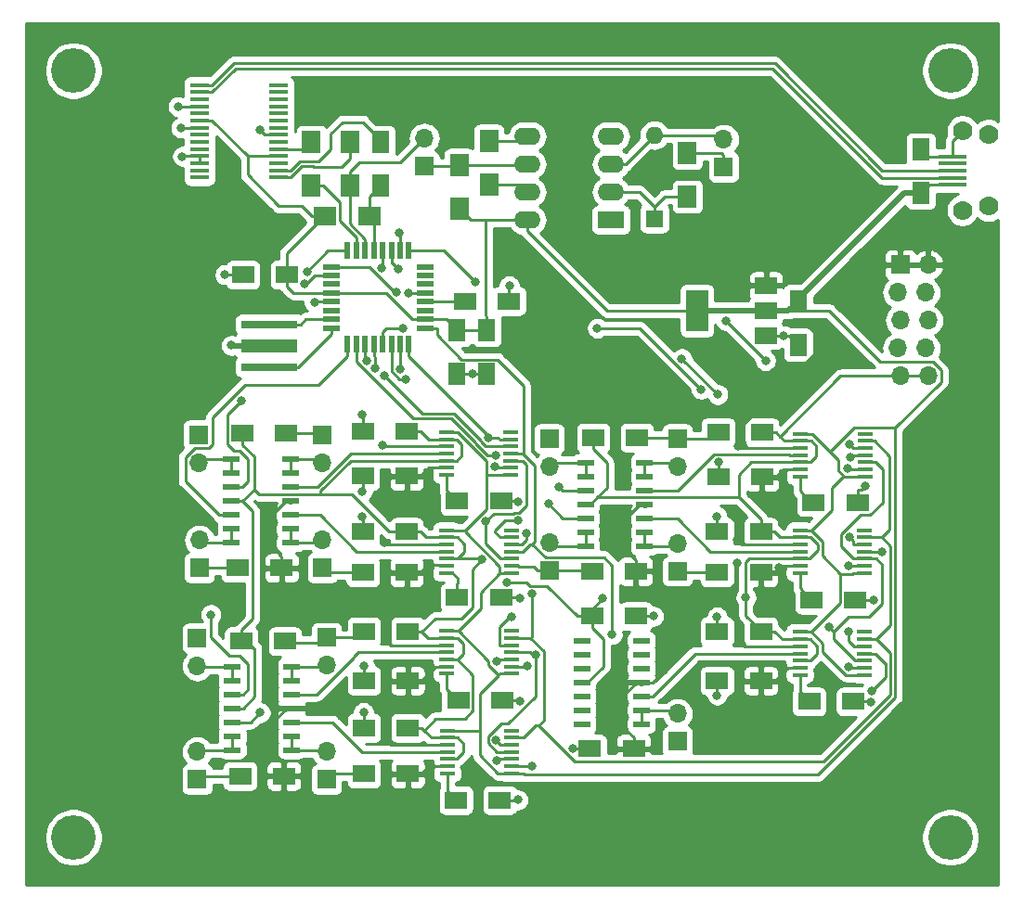
<source format=gtl>
G04 #@! TF.GenerationSoftware,KiCad,Pcbnew,(5.1.0)-1*
G04 #@! TF.CreationDate,2019-05-18T13:53:44-04:00*
G04 #@! TF.ProjectId,MIDI Controller,4d494449-2043-46f6-9e74-726f6c6c6572,rev?*
G04 #@! TF.SameCoordinates,Original*
G04 #@! TF.FileFunction,Copper,L1,Top*
G04 #@! TF.FilePolarity,Positive*
%FSLAX46Y46*%
G04 Gerber Fmt 4.6, Leading zero omitted, Abs format (unit mm)*
G04 Created by KiCad (PCBNEW (5.1.0)-1) date 2019-05-18 13:53:44*
%MOMM*%
%LPD*%
G04 APERTURE LIST*
%ADD10R,2.550000X0.400000*%
%ADD11C,1.778000*%
%ADD12C,4.064000*%
%ADD13R,2.000000X1.600000*%
%ADD14R,1.600000X2.000000*%
%ADD15R,1.600000X1.600000*%
%ADD16O,1.600000X1.600000*%
%ADD17O,1.700000X1.700000*%
%ADD18R,1.700000X1.700000*%
%ADD19R,2.000000X1.700000*%
%ADD20R,1.700000X2.000000*%
%ADD21R,1.600000X0.550000*%
%ADD22R,0.550000X1.600000*%
%ADD23R,1.750000X0.450000*%
%ADD24R,1.450000X0.450000*%
%ADD25R,2.000000X3.800000*%
%ADD26R,2.000000X1.500000*%
%ADD27R,2.400000X1.600000*%
%ADD28O,2.400000X1.600000*%
%ADD29R,1.500000X0.600000*%
%ADD30R,5.200000X1.300000*%
%ADD31R,5.200000X0.800000*%
%ADD32C,0.800000*%
%ADD33C,0.250000*%
%ADD34C,0.508000*%
%ADD35C,0.254000*%
G04 APERTURE END LIST*
D10*
X145200000Y-62821000D03*
X145200000Y-65421000D03*
X145200000Y-63471000D03*
X145200000Y-64121000D03*
X145200000Y-64771000D03*
D11*
X148475000Y-60866000D03*
X148475000Y-67376000D03*
X146075000Y-67736000D03*
X146075000Y-60506000D03*
D12*
X65000000Y-125000000D03*
X145000000Y-125000000D03*
X145000000Y-55000000D03*
X65000000Y-55000000D03*
D13*
X104740000Y-76030000D03*
X100740000Y-76030000D03*
D14*
X142275000Y-62175000D03*
X142275000Y-66175000D03*
X100000000Y-78700000D03*
X100000000Y-82700000D03*
X102700000Y-82700000D03*
X102700000Y-78700000D03*
D13*
X84460000Y-73640000D03*
X80460000Y-73640000D03*
D14*
X93000000Y-65500000D03*
X93000000Y-61500000D03*
D13*
X104000000Y-103100000D03*
X100000000Y-103100000D03*
X104000000Y-94300000D03*
X100000000Y-94300000D03*
X132100000Y-112600000D03*
X136100000Y-112600000D03*
X95400000Y-97100000D03*
X91400000Y-97100000D03*
X95400000Y-87900000D03*
X91400000Y-87900000D03*
X123700000Y-106200000D03*
X127700000Y-106200000D03*
X91400000Y-100800000D03*
X95400000Y-100800000D03*
X91400000Y-92000000D03*
X95400000Y-92000000D03*
X127700000Y-110700000D03*
X123700000Y-110700000D03*
D14*
X131095000Y-76035000D03*
X131095000Y-80035000D03*
D13*
X132300000Y-103300000D03*
X136300000Y-103300000D03*
X136500000Y-94400000D03*
X132500000Y-94400000D03*
X127700000Y-97100000D03*
X123700000Y-97100000D03*
X127800000Y-88000000D03*
X123800000Y-88000000D03*
X127700000Y-100800000D03*
X123700000Y-100800000D03*
X123800000Y-92100000D03*
X127800000Y-92100000D03*
X99900000Y-121600000D03*
X103900000Y-121600000D03*
X100100000Y-112500000D03*
X104100000Y-112500000D03*
X91500000Y-115000000D03*
X95500000Y-115000000D03*
X95500000Y-106200000D03*
X91500000Y-106200000D03*
X95500000Y-119200000D03*
X91500000Y-119200000D03*
X91500000Y-110700000D03*
X95500000Y-110700000D03*
X80000000Y-100400000D03*
X84000000Y-100400000D03*
X84400000Y-88100000D03*
X80400000Y-88100000D03*
X112300000Y-100700000D03*
X116300000Y-100700000D03*
X116400000Y-88500000D03*
X112400000Y-88500000D03*
X80200000Y-119400000D03*
X84200000Y-119400000D03*
X84300000Y-107090000D03*
X80300000Y-107090000D03*
X112100000Y-116900000D03*
X116100000Y-116900000D03*
X116300000Y-104800000D03*
X112300000Y-104800000D03*
D15*
X118000000Y-68500000D03*
D16*
X118000000Y-60880000D03*
D17*
X142960000Y-82880000D03*
X140420000Y-82880000D03*
X142706000Y-80340000D03*
X140166000Y-80340000D03*
X142960000Y-77800000D03*
X140420000Y-77800000D03*
X142706000Y-75260000D03*
X140166000Y-75260000D03*
X142960000Y-72720000D03*
D18*
X140420000Y-72720000D03*
D17*
X124300000Y-61260000D03*
D18*
X124300000Y-63800000D03*
X97000000Y-63700000D03*
D17*
X97000000Y-61160000D03*
D18*
X87700000Y-100400000D03*
D17*
X87700000Y-97860000D03*
X87700000Y-90840000D03*
D18*
X87700000Y-88300000D03*
X76400000Y-88260000D03*
D17*
X76400000Y-90800000D03*
X76500000Y-97860000D03*
D18*
X76500000Y-100400000D03*
D17*
X120100000Y-98160000D03*
D18*
X120100000Y-100700000D03*
X120100000Y-88600000D03*
D17*
X120100000Y-91140000D03*
X108400000Y-91140000D03*
D18*
X108400000Y-88600000D03*
X108400000Y-100640000D03*
D17*
X108400000Y-98100000D03*
X88100000Y-117160000D03*
D18*
X88100000Y-119700000D03*
X88100000Y-106760000D03*
D17*
X88100000Y-109300000D03*
X76300000Y-109340000D03*
D18*
X76300000Y-106800000D03*
X76300000Y-119700000D03*
D17*
X76300000Y-117160000D03*
D18*
X120100000Y-116240000D03*
D17*
X120100000Y-113700000D03*
D19*
X87970000Y-68300000D03*
X91970000Y-68300000D03*
D20*
X90200000Y-61500000D03*
X90200000Y-65500000D03*
X86700000Y-65500000D03*
X86700000Y-61500000D03*
X121000000Y-62500000D03*
X121000000Y-66500000D03*
X102900000Y-65400000D03*
X102900000Y-61400000D03*
X100200000Y-63600000D03*
X100200000Y-67600000D03*
D21*
X88550000Y-72900000D03*
X88550000Y-73700000D03*
X88550000Y-74500000D03*
X88550000Y-75300000D03*
X88550000Y-76100000D03*
X88550000Y-76900000D03*
X88550000Y-77700000D03*
X88550000Y-78500000D03*
D22*
X90000000Y-79950000D03*
X90800000Y-79950000D03*
X91600000Y-79950000D03*
X92400000Y-79950000D03*
X93200000Y-79950000D03*
X94000000Y-79950000D03*
X94800000Y-79950000D03*
X95600000Y-79950000D03*
D21*
X97050000Y-78500000D03*
X97050000Y-77700000D03*
X97050000Y-76900000D03*
X97050000Y-76100000D03*
X97050000Y-75300000D03*
X97050000Y-74500000D03*
X97050000Y-73700000D03*
X97050000Y-72900000D03*
D22*
X95600000Y-71450000D03*
X94800000Y-71450000D03*
X94000000Y-71450000D03*
X93200000Y-71450000D03*
X92400000Y-71450000D03*
X91600000Y-71450000D03*
X90800000Y-71450000D03*
X90000000Y-71450000D03*
D23*
X83700000Y-64750000D03*
X83700000Y-64100000D03*
X83700000Y-63450000D03*
X83700000Y-62800000D03*
X83700000Y-62150000D03*
X83700000Y-61500000D03*
X83700000Y-60850000D03*
X83700000Y-60200000D03*
X83700000Y-59550000D03*
X83700000Y-58900000D03*
X83700000Y-58250000D03*
X83700000Y-57600000D03*
X83700000Y-56950000D03*
X83700000Y-56300000D03*
X76500000Y-56300000D03*
X76500000Y-56950000D03*
X76500000Y-57600000D03*
X76500000Y-58250000D03*
X76500000Y-58900000D03*
X76500000Y-59550000D03*
X76500000Y-60200000D03*
X76500000Y-60850000D03*
X76500000Y-61500000D03*
X76500000Y-62150000D03*
X76500000Y-62800000D03*
X76500000Y-63450000D03*
X76500000Y-64100000D03*
X76500000Y-64750000D03*
D24*
X104950000Y-96950000D03*
X104950000Y-97600000D03*
X104950000Y-98250000D03*
X104950000Y-98900000D03*
X104950000Y-99550000D03*
X104950000Y-100200000D03*
X104950000Y-100850000D03*
X99050000Y-100850000D03*
X99050000Y-100200000D03*
X99050000Y-99550000D03*
X99050000Y-98900000D03*
X99050000Y-98250000D03*
X99050000Y-97600000D03*
X99050000Y-96950000D03*
X99000000Y-88000000D03*
X99000000Y-88650000D03*
X99000000Y-89300000D03*
X99000000Y-89950000D03*
X99000000Y-90600000D03*
X99000000Y-91250000D03*
X99000000Y-91900000D03*
X104900000Y-91900000D03*
X104900000Y-91250000D03*
X104900000Y-90600000D03*
X104900000Y-89950000D03*
X104900000Y-89300000D03*
X104900000Y-88650000D03*
X104900000Y-88000000D03*
X131250000Y-106250000D03*
X131250000Y-106900000D03*
X131250000Y-107550000D03*
X131250000Y-108200000D03*
X131250000Y-108850000D03*
X131250000Y-109500000D03*
X131250000Y-110150000D03*
X137150000Y-110150000D03*
X137150000Y-109500000D03*
X137150000Y-108850000D03*
X137150000Y-108200000D03*
X137150000Y-107550000D03*
X137150000Y-106900000D03*
X137150000Y-106250000D03*
D25*
X121870000Y-76910000D03*
D26*
X128170000Y-76910000D03*
X128170000Y-74610000D03*
X128170000Y-79210000D03*
D24*
X137150000Y-96950000D03*
X137150000Y-97600000D03*
X137150000Y-98250000D03*
X137150000Y-98900000D03*
X137150000Y-99550000D03*
X137150000Y-100200000D03*
X137150000Y-100850000D03*
X131250000Y-100850000D03*
X131250000Y-100200000D03*
X131250000Y-99550000D03*
X131250000Y-98900000D03*
X131250000Y-98250000D03*
X131250000Y-97600000D03*
X131250000Y-96950000D03*
X137200000Y-88150000D03*
X137200000Y-88800000D03*
X137200000Y-89450000D03*
X137200000Y-90100000D03*
X137200000Y-90750000D03*
X137200000Y-91400000D03*
X137200000Y-92050000D03*
X131300000Y-92050000D03*
X131300000Y-91400000D03*
X131300000Y-90750000D03*
X131300000Y-90100000D03*
X131300000Y-89450000D03*
X131300000Y-88800000D03*
X131300000Y-88150000D03*
X99100000Y-115250000D03*
X99100000Y-115900000D03*
X99100000Y-116550000D03*
X99100000Y-117200000D03*
X99100000Y-117850000D03*
X99100000Y-118500000D03*
X99100000Y-119150000D03*
X105000000Y-119150000D03*
X105000000Y-118500000D03*
X105000000Y-117850000D03*
X105000000Y-117200000D03*
X105000000Y-116550000D03*
X105000000Y-115900000D03*
X105000000Y-115250000D03*
X99050000Y-106150000D03*
X99050000Y-106800000D03*
X99050000Y-107450000D03*
X99050000Y-108100000D03*
X99050000Y-108750000D03*
X99050000Y-109400000D03*
X99050000Y-110050000D03*
X104950000Y-110050000D03*
X104950000Y-109400000D03*
X104950000Y-108750000D03*
X104950000Y-108100000D03*
X104950000Y-107450000D03*
X104950000Y-106800000D03*
X104950000Y-106150000D03*
D27*
X114020000Y-68620000D03*
D28*
X106400000Y-61000000D03*
X114020000Y-66080000D03*
X106400000Y-63540000D03*
X114020000Y-63540000D03*
X106400000Y-66080000D03*
X114020000Y-61000000D03*
X106400000Y-68620000D03*
D29*
X84800000Y-98110000D03*
X84800000Y-96840000D03*
X84800000Y-95570000D03*
X84800000Y-94300000D03*
X84800000Y-93030000D03*
X84800000Y-91760000D03*
X84800000Y-90490000D03*
X79400000Y-90490000D03*
X79400000Y-91760000D03*
X79400000Y-93030000D03*
X79400000Y-94300000D03*
X79400000Y-95570000D03*
X79400000Y-96840000D03*
X79400000Y-98110000D03*
X111700000Y-98410000D03*
X111700000Y-97140000D03*
X111700000Y-95870000D03*
X111700000Y-94600000D03*
X111700000Y-93330000D03*
X111700000Y-92060000D03*
X111700000Y-90790000D03*
X117100000Y-90790000D03*
X117100000Y-92060000D03*
X117100000Y-93330000D03*
X117100000Y-94600000D03*
X117100000Y-95870000D03*
X117100000Y-97140000D03*
X117100000Y-98410000D03*
X79500000Y-117010000D03*
X79500000Y-115740000D03*
X79500000Y-114470000D03*
X79500000Y-113200000D03*
X79500000Y-111930000D03*
X79500000Y-110660000D03*
X79500000Y-109390000D03*
X84900000Y-109390000D03*
X84900000Y-110660000D03*
X84900000Y-111930000D03*
X84900000Y-113200000D03*
X84900000Y-114470000D03*
X84900000Y-115740000D03*
X84900000Y-117010000D03*
X116800000Y-114670000D03*
X116800000Y-113400000D03*
X116800000Y-112130000D03*
X116800000Y-110860000D03*
X116800000Y-109590000D03*
X116800000Y-108320000D03*
X116800000Y-107050000D03*
X111400000Y-107050000D03*
X111400000Y-108320000D03*
X111400000Y-109590000D03*
X111400000Y-110860000D03*
X111400000Y-112130000D03*
X111400000Y-113400000D03*
X111400000Y-114670000D03*
D30*
X82900000Y-80100000D03*
D31*
X82900000Y-82050000D03*
X82900000Y-78150000D03*
D32*
X135600200Y-91270300D03*
X137217400Y-92937500D03*
X135690000Y-100170000D03*
X137990000Y-103320000D03*
X135710000Y-109390000D03*
X137740000Y-112620000D03*
X123700000Y-112020000D03*
X123700000Y-104870000D03*
X117900000Y-104810000D03*
X123680000Y-95710000D03*
X123800000Y-90740000D03*
X103420000Y-91110000D03*
X105570000Y-94330000D03*
X105720000Y-103130000D03*
X106380000Y-109380000D03*
X105720000Y-112520000D03*
X110570000Y-116890000D03*
X106860000Y-118500000D03*
X105540000Y-121570000D03*
X91470000Y-113580000D03*
X91530000Y-109330000D03*
X129810000Y-79210000D03*
X82000000Y-60410000D03*
X74570000Y-58270000D03*
X74800000Y-60220000D03*
X74940000Y-62830000D03*
X91370000Y-95750000D03*
X91370000Y-93390000D03*
X91370000Y-86440000D03*
X101410000Y-82700000D03*
X104750000Y-74630000D03*
X95580000Y-75300000D03*
X78820000Y-73620000D03*
X86970000Y-76150000D03*
X79410000Y-80090000D03*
X104568700Y-101687500D03*
X102274200Y-99645700D03*
X113280000Y-103180000D03*
X126328900Y-103098900D03*
X93390000Y-98100000D03*
X93460000Y-100750000D03*
X93370000Y-94690000D03*
X93229000Y-89225000D03*
X93570000Y-107070000D03*
X93570000Y-110670000D03*
X118860000Y-109800000D03*
X121010000Y-111110000D03*
X125570000Y-97820000D03*
X127480000Y-94280000D03*
X129340000Y-100410000D03*
X125530000Y-99930000D03*
X125850000Y-107230000D03*
X125660000Y-89290000D03*
X135690000Y-68870000D03*
X135810000Y-80540000D03*
X137040000Y-78250000D03*
X94499800Y-75191300D03*
X109249600Y-92993600D03*
X86071100Y-74469900D03*
X77548100Y-104658100D03*
X103543700Y-90109100D03*
X108341200Y-94568500D03*
X91744700Y-81463100D03*
X82042800Y-113602500D03*
X92504000Y-82179100D03*
X103559300Y-116110000D03*
X95067400Y-78518200D03*
X135751400Y-97585300D03*
X122253050Y-84086950D03*
X112791800Y-78518200D03*
X95349600Y-83197900D03*
X106307100Y-97218800D03*
X133912100Y-105747900D03*
X94840100Y-82262500D03*
X102600000Y-96140000D03*
X103601800Y-117939300D03*
X103609600Y-108910700D03*
X106789400Y-102770100D03*
X105544500Y-96058900D03*
X102852500Y-88544000D03*
X137838000Y-111612200D03*
X135858900Y-90254700D03*
X114144100Y-106475300D03*
X107156600Y-108299600D03*
X138781300Y-98905800D03*
X101648400Y-74325600D03*
X135658900Y-106206900D03*
X120495900Y-81294100D03*
X123760900Y-84559100D03*
X94735600Y-69822200D03*
X104963000Y-104874800D03*
X94619000Y-73070300D03*
X135789700Y-89127500D03*
X124481100Y-77818900D03*
X128131100Y-81468900D03*
X93143500Y-73022800D03*
X93370100Y-82854800D03*
X86305800Y-73379800D03*
X80351500Y-85113300D03*
D33*
X135600200Y-91270300D02*
X135729900Y-91400000D01*
X135729900Y-91400000D02*
X137200000Y-91400000D01*
X136500000Y-94400000D02*
X136500000Y-93274700D01*
X137217400Y-92937500D02*
X136880200Y-93274700D01*
X136880200Y-93274700D02*
X136500000Y-93274700D01*
X76500000Y-62800000D02*
X74970000Y-62800000D01*
X74970000Y-62800000D02*
X74940000Y-62830000D01*
X76500000Y-63450000D02*
X76500000Y-62800000D01*
X129810000Y-79210000D02*
X130270000Y-79210000D01*
X130270000Y-79210000D02*
X131095000Y-80035000D01*
X128170000Y-79210000D02*
X129810000Y-79210000D01*
X101410000Y-82700000D02*
X100000000Y-82700000D01*
X102700000Y-82700000D02*
X101410000Y-82700000D01*
X137150000Y-100200000D02*
X135720000Y-100200000D01*
X135720000Y-100200000D02*
X135690000Y-100170000D01*
X136300000Y-103300000D02*
X137970000Y-103300000D01*
X137970000Y-103300000D02*
X137990000Y-103320000D01*
X137150000Y-109500000D02*
X135820000Y-109500000D01*
X135820000Y-109500000D02*
X135710000Y-109390000D01*
X136100000Y-112600000D02*
X137720000Y-112600000D01*
X137720000Y-112600000D02*
X137740000Y-112620000D01*
X123700000Y-110700000D02*
X123700000Y-112020000D01*
X123700000Y-106200000D02*
X123700000Y-104870000D01*
X116300000Y-104800000D02*
X117890000Y-104800000D01*
X117890000Y-104800000D02*
X117900000Y-104810000D01*
X123700000Y-100800000D02*
X120200000Y-100800000D01*
X120200000Y-100800000D02*
X120100000Y-100700000D01*
X123700000Y-97100000D02*
X123700000Y-95730000D01*
X123700000Y-95730000D02*
X123680000Y-95710000D01*
X123800000Y-92100000D02*
X123800000Y-90740000D01*
X120100000Y-88600000D02*
X123200000Y-88600000D01*
X123200000Y-88600000D02*
X123800000Y-88000000D01*
X116400000Y-88500000D02*
X120000000Y-88500000D01*
X120000000Y-88500000D02*
X120100000Y-88600000D01*
X104900000Y-91250000D02*
X103560000Y-91250000D01*
X103560000Y-91250000D02*
X103420000Y-91110000D01*
X104000000Y-94300000D02*
X105540000Y-94300000D01*
X105540000Y-94300000D02*
X105570000Y-94330000D01*
X108400000Y-100640000D02*
X112240000Y-100640000D01*
X112240000Y-100640000D02*
X112300000Y-100700000D01*
X104950000Y-100200000D02*
X105540000Y-100200000D01*
X105540000Y-100200000D02*
X105640000Y-100300000D01*
X105640000Y-100300000D02*
X106960000Y-100300000D01*
X106960000Y-100300000D02*
X107300000Y-100640000D01*
X107300000Y-100640000D02*
X108400000Y-100640000D01*
X104000000Y-103100000D02*
X105690000Y-103100000D01*
X105690000Y-103100000D02*
X105720000Y-103130000D01*
X104950000Y-109400000D02*
X106360000Y-109400000D01*
X106360000Y-109400000D02*
X106380000Y-109380000D01*
X104100000Y-112500000D02*
X105700000Y-112500000D01*
X105700000Y-112500000D02*
X105720000Y-112520000D01*
X112100000Y-116900000D02*
X110580000Y-116900000D01*
X110580000Y-116900000D02*
X110570000Y-116890000D01*
X105000000Y-118500000D02*
X106860000Y-118500000D01*
X103900000Y-121600000D02*
X105510000Y-121600000D01*
X105510000Y-121600000D02*
X105540000Y-121570000D01*
X91500000Y-115000000D02*
X91500000Y-113610000D01*
X91500000Y-113610000D02*
X91470000Y-113580000D01*
X91500000Y-119200000D02*
X88600000Y-119200000D01*
X88600000Y-119200000D02*
X88100000Y-119700000D01*
X80200000Y-119400000D02*
X76600000Y-119400000D01*
X76600000Y-119400000D02*
X76300000Y-119700000D01*
X91500000Y-110700000D02*
X91500000Y-109360000D01*
X91500000Y-109360000D02*
X91530000Y-109330000D01*
X88100000Y-106760000D02*
X90940000Y-106760000D01*
X90940000Y-106760000D02*
X91500000Y-106200000D01*
X84300000Y-107200000D02*
X87660000Y-107200000D01*
X87660000Y-107200000D02*
X88100000Y-106760000D01*
X145200000Y-62821000D02*
X145200000Y-61381000D01*
X145200000Y-61381000D02*
X146075000Y-60506000D01*
X145200000Y-62821000D02*
X142921000Y-62821000D01*
X142921000Y-62821000D02*
X142275000Y-62175000D01*
X102900000Y-61400000D02*
X106000000Y-61400000D01*
X106000000Y-61400000D02*
X106400000Y-61000000D01*
X83700000Y-60850000D02*
X82440000Y-60850000D01*
X82440000Y-60850000D02*
X82000000Y-60410000D01*
X76500000Y-58250000D02*
X74590000Y-58250000D01*
X74590000Y-58250000D02*
X74570000Y-58270000D01*
X76500000Y-60200000D02*
X74820000Y-60200000D01*
X74820000Y-60200000D02*
X74800000Y-60220000D01*
X91400000Y-97100000D02*
X91400000Y-95780000D01*
X91400000Y-95780000D02*
X91370000Y-95750000D01*
X91400000Y-100800000D02*
X88100000Y-100800000D01*
X88100000Y-100800000D02*
X87700000Y-100400000D01*
X80000000Y-100400000D02*
X76500000Y-100400000D01*
X91400000Y-92000000D02*
X91400000Y-93360000D01*
X91400000Y-93360000D02*
X91370000Y-93390000D01*
X91400000Y-87900000D02*
X91400000Y-86470000D01*
X91400000Y-86470000D02*
X91370000Y-86440000D01*
X84400000Y-88100000D02*
X87500000Y-88100000D01*
X87500000Y-88100000D02*
X87700000Y-88300000D01*
X104740000Y-76030000D02*
X104740000Y-74640000D01*
X104740000Y-74640000D02*
X104750000Y-74630000D01*
X97050000Y-75300000D02*
X95580000Y-75300000D01*
X80460000Y-73640000D02*
X78840000Y-73640000D01*
X78840000Y-73640000D02*
X78820000Y-73620000D01*
X88550000Y-76100000D02*
X87020000Y-76100000D01*
X87020000Y-76100000D02*
X86970000Y-76150000D01*
D34*
X82900000Y-80100000D02*
X79420000Y-80100000D01*
X79420000Y-80100000D02*
X79410000Y-80090000D01*
D33*
X97050000Y-76100000D02*
X100670000Y-76100000D01*
X100670000Y-76100000D02*
X100740000Y-76030000D01*
X134000600Y-89800200D02*
X132350300Y-88150000D01*
X135174800Y-92050000D02*
X135174800Y-91958500D01*
X135174800Y-91958500D02*
X134733800Y-91517500D01*
X134733800Y-91517500D02*
X134733800Y-90533500D01*
X134733800Y-90533500D02*
X134000600Y-89800200D01*
X139956900Y-87599200D02*
X136201600Y-87599200D01*
X136201600Y-87599200D02*
X134000600Y-89800200D01*
X100050300Y-88000000D02*
X100050300Y-88041300D01*
X100050300Y-88041300D02*
X102650600Y-90641600D01*
X102650600Y-90641600D02*
X102650600Y-91900000D01*
X100729400Y-96950000D02*
X102650600Y-95028800D01*
X102650600Y-95028800D02*
X102650600Y-91900000D01*
X102650600Y-91900000D02*
X103849700Y-91900000D01*
X99000000Y-88000000D02*
X100050300Y-88000000D01*
X100729400Y-96950000D02*
X100100300Y-96950000D01*
X103899700Y-100850000D02*
X103899700Y-100245400D01*
X103899700Y-100245400D02*
X100729400Y-97075100D01*
X100729400Y-97075100D02*
X100729400Y-96950000D01*
X104900000Y-91900000D02*
X103849700Y-91900000D01*
X88550000Y-75300000D02*
X93524700Y-75300000D01*
X93524700Y-75300000D02*
X95924700Y-77700000D01*
X130220000Y-76910000D02*
X133901200Y-76910000D01*
X133901200Y-76910000D02*
X138601200Y-81610000D01*
X138601200Y-81610000D02*
X143380800Y-81610000D01*
X143380800Y-81610000D02*
X144146300Y-82375500D01*
X144146300Y-82375500D02*
X144146300Y-83409800D01*
X144146300Y-83409800D02*
X139956900Y-87599200D01*
X106050300Y-119150000D02*
X106155200Y-119254900D01*
X106155200Y-119254900D02*
X132905100Y-119254900D01*
X132905100Y-119254900D02*
X139956900Y-112203100D01*
X139956900Y-112203100D02*
X139956900Y-87599200D01*
X132300300Y-96950000D02*
X134143300Y-95107000D01*
X134143300Y-95107000D02*
X134143300Y-93081500D01*
X134143300Y-93081500D02*
X135174800Y-92050000D01*
X136149700Y-92050000D02*
X135174800Y-92050000D01*
X105000000Y-119150000D02*
X106050300Y-119150000D01*
X103780500Y-110169200D02*
X102040500Y-111909200D01*
X102040500Y-111909200D02*
X102040500Y-115250000D01*
X103899700Y-110050000D02*
X103780500Y-110169200D01*
X100100300Y-106150000D02*
X102846100Y-108895800D01*
X102846100Y-108895800D02*
X102846100Y-109234900D01*
X102846100Y-109234900D02*
X103780500Y-110169200D01*
X103899700Y-100850000D02*
X102126600Y-102623100D01*
X102126600Y-102623100D02*
X102126600Y-104123700D01*
X102126600Y-104123700D02*
X100100300Y-106150000D01*
X104950000Y-110050000D02*
X103899700Y-110050000D01*
X102040500Y-115250000D02*
X102040500Y-117464000D01*
X102040500Y-117464000D02*
X103726500Y-119150000D01*
X103726500Y-119150000D02*
X103949700Y-119150000D01*
X100150300Y-115250000D02*
X102040500Y-115250000D01*
X99050000Y-106150000D02*
X100100300Y-106150000D01*
X104012300Y-100850000D02*
X103899700Y-100850000D01*
X134964800Y-100921800D02*
X133343400Y-99300400D01*
X133343400Y-99300400D02*
X133343400Y-97993100D01*
X133343400Y-97993100D02*
X132300300Y-96950000D01*
X134964800Y-100921800D02*
X134964800Y-103585500D01*
X134964800Y-103585500D02*
X132300300Y-106250000D01*
X136099700Y-100850000D02*
X136027900Y-100921800D01*
X136027900Y-100921800D02*
X134964800Y-100921800D01*
X131250000Y-96950000D02*
X132300300Y-96950000D01*
X131250000Y-106250000D02*
X132300300Y-106250000D01*
X102700000Y-78700000D02*
X100000000Y-78700000D01*
X104950000Y-100850000D02*
X104012300Y-100850000D01*
X99050000Y-96950000D02*
X100100300Y-96950000D01*
X97050000Y-77700000D02*
X95924700Y-77700000D01*
X132300300Y-106250000D02*
X133323000Y-107272700D01*
X133323000Y-107272700D02*
X133323000Y-108036800D01*
X133323000Y-108036800D02*
X135436200Y-110150000D01*
X135436200Y-110150000D02*
X137150000Y-110150000D01*
D34*
X130220000Y-76910000D02*
X131095000Y-76035000D01*
X128170000Y-76910000D02*
X130220000Y-76910000D01*
D33*
X137150000Y-100850000D02*
X136099700Y-100850000D01*
X137200000Y-92050000D02*
X136149700Y-92050000D01*
X131300000Y-88150000D02*
X132350300Y-88150000D01*
X99100000Y-115250000D02*
X100150300Y-115250000D01*
X105000000Y-119150000D02*
X103949700Y-119150000D01*
X97050000Y-77700000D02*
X99000000Y-77700000D01*
X99000000Y-77700000D02*
X100000000Y-78700000D01*
X102630000Y-68620000D02*
X101220000Y-68620000D01*
X101220000Y-68620000D02*
X100200000Y-67600000D01*
X106400000Y-68620000D02*
X102630000Y-68620000D01*
X121870000Y-76910000D02*
X113640000Y-76910000D01*
X113640000Y-76910000D02*
X106400000Y-69670000D01*
X106400000Y-69670000D02*
X106400000Y-68620000D01*
X102700000Y-78700000D02*
X102700000Y-77450000D01*
X102700000Y-77450000D02*
X102630000Y-77380000D01*
X102630000Y-77380000D02*
X102630000Y-68620000D01*
X84460000Y-73640000D02*
X84460000Y-71660000D01*
X84460000Y-71660000D02*
X87820000Y-68300000D01*
X87820000Y-68300000D02*
X87970000Y-68300000D01*
X87970000Y-68300000D02*
X86720000Y-68300000D01*
X86720000Y-68300000D02*
X85790000Y-67370000D01*
X85790000Y-67370000D02*
X83750000Y-67370000D01*
X83750000Y-67370000D02*
X80875000Y-64495000D01*
X80875000Y-64495000D02*
X80875000Y-62800000D01*
X76500000Y-59550000D02*
X77625000Y-59550000D01*
X77625000Y-59550000D02*
X80875000Y-62800000D01*
X80875000Y-62800000D02*
X83700000Y-62800000D01*
D34*
X131095000Y-76035000D02*
X131095000Y-75835000D01*
X131095000Y-75835000D02*
X140755000Y-66175000D01*
X140755000Y-66175000D02*
X142275000Y-66175000D01*
X121870000Y-76910000D02*
X128170000Y-76910000D01*
D33*
X145200000Y-65421000D02*
X143029000Y-65421000D01*
X143029000Y-65421000D02*
X142275000Y-66175000D01*
X88550000Y-75300000D02*
X85070000Y-75300000D01*
X85070000Y-75300000D02*
X84460000Y-74690000D01*
X84460000Y-74690000D02*
X84460000Y-73640000D01*
X92400000Y-71450000D02*
X92400000Y-68730000D01*
X92400000Y-68730000D02*
X91970000Y-68300000D01*
X91970000Y-68300000D02*
X91970000Y-66530000D01*
X91970000Y-66530000D02*
X93000000Y-65500000D01*
X93000000Y-61500000D02*
X93000000Y-61300000D01*
X93000000Y-61300000D02*
X91390000Y-59690000D01*
X91390000Y-59690000D02*
X89550000Y-59690000D01*
X89550000Y-59690000D02*
X88470000Y-60770000D01*
X88470000Y-60770000D02*
X88470000Y-62165000D01*
X88470000Y-62165000D02*
X87365000Y-63270000D01*
X87365000Y-63270000D02*
X85655000Y-63270000D01*
X85655000Y-63270000D02*
X84825000Y-64100000D01*
X84825000Y-64100000D02*
X83700000Y-64100000D01*
X100000000Y-103100000D02*
X100000000Y-101800000D01*
X100000000Y-101800000D02*
X100025000Y-101775000D01*
X100025000Y-101775000D02*
X100025000Y-101325000D01*
X100025000Y-101325000D02*
X99550000Y-100850000D01*
X99550000Y-100850000D02*
X99050000Y-100850000D01*
X99000000Y-91900000D02*
X99000000Y-93300000D01*
X99000000Y-93300000D02*
X100000000Y-94300000D01*
X131250000Y-110150000D02*
X131250000Y-111750000D01*
X131250000Y-111750000D02*
X132100000Y-112600000D01*
X80300000Y-107200000D02*
X80300000Y-106074700D01*
X80400000Y-94300000D02*
X81325400Y-95225400D01*
X81325400Y-95225400D02*
X81325400Y-105049300D01*
X81325400Y-105049300D02*
X80300000Y-106074700D01*
X80400000Y-94300000D02*
X81470000Y-93230000D01*
X79400000Y-94300000D02*
X80400000Y-94300000D01*
X81914600Y-93674600D02*
X81470000Y-93230000D01*
X81470000Y-93230000D02*
X81470000Y-90220000D01*
X81470000Y-90220000D02*
X80400000Y-89150000D01*
X80400000Y-89150000D02*
X80400000Y-88100000D01*
X110974700Y-104800000D02*
X108219500Y-102044800D01*
X108219500Y-102044800D02*
X106664800Y-102044800D01*
X106664800Y-102044800D02*
X106307500Y-101687500D01*
X106307500Y-101687500D02*
X104568700Y-101687500D01*
X126328900Y-99859200D02*
X126638100Y-99550000D01*
X126638100Y-99550000D02*
X131250000Y-99550000D01*
X127778200Y-106200000D02*
X126328900Y-104750700D01*
X126328900Y-104750700D02*
X126328900Y-104139200D01*
X113320000Y-107015500D02*
X113320000Y-106870000D01*
X113320000Y-106870000D02*
X112300000Y-105850000D01*
X112300000Y-105850000D02*
X112300000Y-104800000D01*
X111400000Y-110860000D02*
X111850000Y-110860000D01*
X111850000Y-110860000D02*
X113320000Y-109390000D01*
X113320000Y-109390000D02*
X113320000Y-107015500D01*
X140420000Y-82880000D02*
X142960000Y-82880000D01*
X129450000Y-88400000D02*
X134970000Y-82880000D01*
X134970000Y-82880000D02*
X140420000Y-82880000D01*
X127778200Y-106200000D02*
X128950000Y-106200000D01*
X128950000Y-106200000D02*
X129650000Y-106900000D01*
X129650000Y-106900000D02*
X131250000Y-106900000D01*
X127700000Y-106200000D02*
X127778200Y-106200000D01*
X129450000Y-88400000D02*
X129850000Y-88800000D01*
X129850000Y-88800000D02*
X131300000Y-88800000D01*
X127800000Y-88000000D02*
X129050000Y-88000000D01*
X129050000Y-88000000D02*
X129450000Y-88400000D01*
X96981100Y-115231000D02*
X97650000Y-115900000D01*
X97650000Y-115900000D02*
X99100000Y-115900000D01*
X95500000Y-115000000D02*
X96750000Y-115000000D01*
X96750000Y-115000000D02*
X96981100Y-115231000D01*
X100025000Y-108750000D02*
X101425400Y-110150400D01*
X101425400Y-110150400D02*
X101425400Y-113437900D01*
X101425400Y-113437900D02*
X100700800Y-114162500D01*
X100700800Y-114162500D02*
X98049600Y-114162500D01*
X98049600Y-114162500D02*
X96981100Y-115231000D01*
X100025000Y-108750000D02*
X100530000Y-108245000D01*
X100530000Y-108245000D02*
X100530000Y-107305000D01*
X100530000Y-107305000D02*
X100025000Y-106800000D01*
X100025000Y-106800000D02*
X99050000Y-106800000D01*
X99050000Y-108750000D02*
X100025000Y-108750000D01*
X96789000Y-106239000D02*
X97350000Y-106800000D01*
X97350000Y-106800000D02*
X99050000Y-106800000D01*
X95500000Y-106200000D02*
X96750000Y-106200000D01*
X96750000Y-106200000D02*
X96789000Y-106239000D01*
X102274200Y-99645700D02*
X101388000Y-100531900D01*
X101388000Y-100531900D02*
X101388000Y-104014800D01*
X101388000Y-104014800D02*
X100374400Y-105028400D01*
X100374400Y-105028400D02*
X97999600Y-105028400D01*
X97999600Y-105028400D02*
X96789000Y-106239000D01*
X125690300Y-93965000D02*
X127700000Y-95974700D01*
X112785000Y-93965000D02*
X125690300Y-93965000D01*
X125690300Y-93965000D02*
X125690300Y-91882800D01*
X125690300Y-91882800D02*
X126823100Y-90750000D01*
X126823100Y-90750000D02*
X131300000Y-90750000D01*
X112300000Y-104800000D02*
X110974700Y-104800000D01*
X100025000Y-99550000D02*
X102178500Y-99550000D01*
X102178500Y-99550000D02*
X102274200Y-99645700D01*
X100025000Y-99550000D02*
X100680000Y-98895000D01*
X100680000Y-98895000D02*
X100680000Y-98255000D01*
X100680000Y-98255000D02*
X100025000Y-97600000D01*
X100025000Y-97600000D02*
X99050000Y-97600000D01*
X99050000Y-99550000D02*
X100025000Y-99550000D01*
X127700000Y-97100000D02*
X127700000Y-95974700D01*
X112785000Y-93965000D02*
X113650000Y-93100000D01*
X113650000Y-93100000D02*
X113650000Y-90800000D01*
X113650000Y-90800000D02*
X112400000Y-89550000D01*
X112400000Y-89550000D02*
X112400000Y-88500000D01*
X111700000Y-94600000D02*
X112150000Y-94600000D01*
X112150000Y-94600000D02*
X112785000Y-93965000D01*
X99100000Y-117850000D02*
X99985000Y-117850000D01*
X99985000Y-117850000D02*
X100600000Y-117235000D01*
X100600000Y-117235000D02*
X100600000Y-116425000D01*
X100600000Y-116425000D02*
X100075000Y-115900000D01*
X100075000Y-115900000D02*
X99100000Y-115900000D01*
X131250000Y-99550000D02*
X132135000Y-99550000D01*
X132135000Y-99550000D02*
X132890000Y-98795000D01*
X132890000Y-98795000D02*
X132890000Y-98265000D01*
X132890000Y-98265000D02*
X132225000Y-97600000D01*
X132225000Y-97600000D02*
X131250000Y-97600000D01*
X131300000Y-90750000D02*
X132185000Y-90750000D01*
X132185000Y-90750000D02*
X132730000Y-90205000D01*
X132730000Y-90205000D02*
X132730000Y-89255000D01*
X132730000Y-89255000D02*
X132275000Y-88800000D01*
X132275000Y-88800000D02*
X131300000Y-88800000D01*
X99000000Y-90600000D02*
X99975000Y-90600000D01*
X99975000Y-90600000D02*
X100410000Y-90165000D01*
X100410000Y-90165000D02*
X100410000Y-89085000D01*
X100410000Y-89085000D02*
X99975000Y-88650000D01*
X99975000Y-88650000D02*
X99000000Y-88650000D01*
X131250000Y-108850000D02*
X132225000Y-108850000D01*
X132225000Y-108850000D02*
X132850000Y-108225000D01*
X132850000Y-108225000D02*
X132850000Y-107525000D01*
X132850000Y-107525000D02*
X132225000Y-106900000D01*
X132225000Y-106900000D02*
X131250000Y-106900000D01*
X127700000Y-97100000D02*
X128950000Y-97100000D01*
X128950000Y-97100000D02*
X129450000Y-97600000D01*
X129450000Y-97600000D02*
X131250000Y-97600000D01*
X95400000Y-97100000D02*
X96650000Y-97100000D01*
X96650000Y-97100000D02*
X97150000Y-97600000D01*
X97150000Y-97600000D02*
X99050000Y-97600000D01*
X95400000Y-87900000D02*
X96650000Y-87900000D01*
X96650000Y-87900000D02*
X97400000Y-88650000D01*
X97400000Y-88650000D02*
X99000000Y-88650000D01*
X87545400Y-93674600D02*
X81914600Y-93674600D01*
X87545400Y-93374600D02*
X87545400Y-93674600D01*
X90320000Y-90600000D02*
X87545400Y-93374600D01*
X99000000Y-90600000D02*
X90320000Y-90600000D01*
X90359602Y-93674600D02*
X87895400Y-93674600D01*
X93785002Y-97100000D02*
X90359602Y-93674600D01*
X95400000Y-97100000D02*
X93785002Y-97100000D01*
X87895400Y-93674600D02*
X87545400Y-93674600D01*
X112300000Y-104800000D02*
X112300000Y-104160000D01*
X112300000Y-104160000D02*
X113280000Y-103180000D01*
X126328900Y-104139200D02*
X126328900Y-103098900D01*
X126328900Y-103098900D02*
X126328900Y-99859200D01*
X80500000Y-113200000D02*
X79500000Y-113200000D01*
X81550000Y-112150000D02*
X80500000Y-113200000D01*
X81550000Y-107790000D02*
X81550000Y-112150000D01*
X80300000Y-107090000D02*
X80850000Y-107090000D01*
X80850000Y-107090000D02*
X81550000Y-107790000D01*
X127700000Y-110700000D02*
X128950000Y-110700000D01*
X128950000Y-110700000D02*
X130150000Y-109500000D01*
X130150000Y-109500000D02*
X131250000Y-109500000D01*
X127700000Y-100800000D02*
X128950000Y-100800000D01*
X128950000Y-100800000D02*
X129340000Y-100410000D01*
X129550000Y-100200000D02*
X131250000Y-100200000D01*
X127800000Y-92100000D02*
X129050000Y-92100000D01*
X129050000Y-92100000D02*
X129750000Y-91400000D01*
X129750000Y-91400000D02*
X131300000Y-91400000D01*
X116100000Y-116900000D02*
X116100000Y-115850000D01*
X116100000Y-115850000D02*
X114720000Y-114470000D01*
X114720000Y-114470000D02*
X114720000Y-112490000D01*
X114720000Y-112490000D02*
X116350000Y-110860000D01*
X116350000Y-110860000D02*
X116800000Y-110860000D01*
X116300000Y-100700000D02*
X116300000Y-99650000D01*
X116300000Y-99650000D02*
X115040000Y-98390000D01*
X115040000Y-98390000D02*
X115040000Y-96210000D01*
X115040000Y-96210000D02*
X116650000Y-94600000D01*
X116650000Y-94600000D02*
X117100000Y-94600000D01*
X95500000Y-119200000D02*
X96750000Y-119200000D01*
X96750000Y-119200000D02*
X97450000Y-118500000D01*
X97450000Y-118500000D02*
X99100000Y-118500000D01*
X95500000Y-110700000D02*
X96750000Y-110700000D01*
X96750000Y-110700000D02*
X98050000Y-109400000D01*
X98050000Y-109400000D02*
X99050000Y-109400000D01*
X95400000Y-100800000D02*
X96650000Y-100800000D01*
X96650000Y-100800000D02*
X97350000Y-100100000D01*
X97350000Y-100100000D02*
X98950000Y-100100000D01*
X98950000Y-100100000D02*
X99050000Y-100200000D01*
X95400000Y-92000000D02*
X96650000Y-92000000D01*
X96650000Y-92000000D02*
X97400000Y-91250000D01*
X97400000Y-91250000D02*
X99000000Y-91250000D01*
X84200000Y-119400000D02*
X84200000Y-118350000D01*
X84200000Y-118350000D02*
X82530000Y-116680000D01*
X82530000Y-116680000D02*
X82530000Y-115120000D01*
X82530000Y-115120000D02*
X84450000Y-113200000D01*
X84450000Y-113200000D02*
X84900000Y-113200000D01*
X84000000Y-100400000D02*
X84000000Y-99350000D01*
X84000000Y-99350000D02*
X82680000Y-98030000D01*
X82680000Y-98030000D02*
X82680000Y-95970000D01*
X82680000Y-95970000D02*
X84350000Y-94300000D01*
X84350000Y-94300000D02*
X84800000Y-94300000D01*
X99050000Y-98250000D02*
X93540000Y-98250000D01*
X93540000Y-98250000D02*
X93390000Y-98100000D01*
X99000000Y-89300000D02*
X93304000Y-89300000D01*
X93304000Y-89300000D02*
X93229000Y-89225000D01*
X99050000Y-107450000D02*
X93950000Y-107450000D01*
X93950000Y-107450000D02*
X93570000Y-107070000D01*
X99100000Y-116550000D02*
X93990000Y-116550000D01*
X93570000Y-116130000D02*
X93570000Y-110670000D01*
X93990000Y-116550000D02*
X93570000Y-116130000D01*
X117800000Y-110860000D02*
X118860000Y-109800000D01*
X116800000Y-110860000D02*
X117800000Y-110860000D01*
X131250000Y-98250000D02*
X126000000Y-98250000D01*
X126000000Y-98250000D02*
X125570000Y-97820000D01*
X129340000Y-100410000D02*
X129550000Y-100200000D01*
X131250000Y-107550000D02*
X126170000Y-107550000D01*
X126170000Y-107550000D02*
X125850000Y-107230000D01*
X131300000Y-89450000D02*
X125820000Y-89450000D01*
X125820000Y-89450000D02*
X125660000Y-89290000D01*
X125660000Y-87754998D02*
X132874998Y-80540000D01*
X125660000Y-89290000D02*
X125660000Y-87754998D01*
X132874998Y-80540000D02*
X135810000Y-80540000D01*
X131250000Y-100850000D02*
X131250000Y-102250000D01*
X131250000Y-102250000D02*
X132300000Y-103300000D01*
X131300000Y-92050000D02*
X131300000Y-93200000D01*
X131300000Y-93200000D02*
X131250000Y-93250000D01*
X131250000Y-93250000D02*
X131250000Y-93350000D01*
X131250000Y-93350000D02*
X132300000Y-94400000D01*
X132300000Y-94400000D02*
X132500000Y-94400000D01*
X99100000Y-119150000D02*
X99100000Y-120800000D01*
X99100000Y-120800000D02*
X99900000Y-121600000D01*
X99050000Y-110050000D02*
X99050000Y-111450000D01*
X99050000Y-111450000D02*
X100100000Y-112500000D01*
X118000000Y-68500000D02*
X118000000Y-67450000D01*
X118000000Y-67450000D02*
X118950000Y-66500000D01*
X118950000Y-66500000D02*
X121000000Y-66500000D01*
X114020000Y-66080000D02*
X116630000Y-66080000D01*
X116630000Y-66080000D02*
X118000000Y-67450000D01*
X118000000Y-60880000D02*
X123920000Y-60880000D01*
X123920000Y-60880000D02*
X124300000Y-61260000D01*
X114020000Y-63540000D02*
X115340000Y-63540000D01*
X115340000Y-63540000D02*
X118000000Y-60880000D01*
X76500000Y-56950000D02*
X77625000Y-56950000D01*
X77625000Y-56950000D02*
X79795000Y-54780000D01*
X79795000Y-54780000D02*
X128790000Y-54780000D01*
X128790000Y-54780000D02*
X138781000Y-64771000D01*
X138781000Y-64771000D02*
X145200000Y-64771000D01*
X145200000Y-64121000D02*
X138767000Y-64121000D01*
X138767000Y-64121000D02*
X128976000Y-54330000D01*
X128976000Y-54330000D02*
X79608600Y-54330000D01*
X79608600Y-54330000D02*
X77638600Y-56300000D01*
X77638600Y-56300000D02*
X76500000Y-56300000D01*
X100200000Y-63600000D02*
X106340000Y-63600000D01*
X106340000Y-63600000D02*
X106400000Y-63540000D01*
X97000000Y-63700000D02*
X100100000Y-63700000D01*
X100100000Y-63700000D02*
X100200000Y-63600000D01*
X91600000Y-71450000D02*
X91600000Y-70365000D01*
X91600000Y-70365000D02*
X90200000Y-68965000D01*
X90200000Y-68965000D02*
X90200000Y-65500000D01*
X90200000Y-65500000D02*
X90200000Y-64250000D01*
X90200000Y-64250000D02*
X91050000Y-63400000D01*
X91050000Y-63400000D02*
X94760000Y-63400000D01*
X94760000Y-63400000D02*
X97000000Y-61160000D01*
X84800000Y-98110000D02*
X87450000Y-98110000D01*
X87450000Y-98110000D02*
X87700000Y-97860000D01*
X84800000Y-96840000D02*
X84800000Y-98110000D01*
X84800000Y-90490000D02*
X87350000Y-90490000D01*
X87350000Y-90490000D02*
X87700000Y-90840000D01*
X84800000Y-91760000D02*
X84800000Y-90490000D01*
X79400000Y-90490000D02*
X76710000Y-90490000D01*
X76710000Y-90490000D02*
X76400000Y-90800000D01*
X79400000Y-91760000D02*
X79400000Y-90490000D01*
X79400000Y-98110000D02*
X76750000Y-98110000D01*
X76750000Y-98110000D02*
X76500000Y-97860000D01*
X79400000Y-96840000D02*
X79400000Y-98110000D01*
X117100000Y-98410000D02*
X119850000Y-98410000D01*
X119850000Y-98410000D02*
X120100000Y-98160000D01*
X117100000Y-97140000D02*
X117100000Y-98410000D01*
X117100000Y-90790000D02*
X119750000Y-90790000D01*
X119750000Y-90790000D02*
X120100000Y-91140000D01*
X117100000Y-92060000D02*
X117100000Y-90790000D01*
X111700000Y-90790000D02*
X108750000Y-90790000D01*
X108750000Y-90790000D02*
X108400000Y-91140000D01*
X111700000Y-90790000D02*
X111700000Y-92060000D01*
X111700000Y-98410000D02*
X108710000Y-98410000D01*
X108710000Y-98410000D02*
X108400000Y-98100000D01*
X111700000Y-97140000D02*
X111700000Y-98410000D01*
X84900000Y-117010000D02*
X87950000Y-117010000D01*
X87950000Y-117010000D02*
X88100000Y-117160000D01*
X84900000Y-115740000D02*
X84900000Y-117010000D01*
X84900000Y-109390000D02*
X88010000Y-109390000D01*
X88010000Y-109390000D02*
X88100000Y-109300000D01*
X84900000Y-110660000D02*
X84900000Y-109390000D01*
X79500000Y-109390000D02*
X76350000Y-109390000D01*
X76350000Y-109390000D02*
X76300000Y-109340000D01*
X79500000Y-110660000D02*
X79500000Y-109390000D01*
X79500000Y-117010000D02*
X76450000Y-117010000D01*
X76450000Y-117010000D02*
X76300000Y-117160000D01*
X79500000Y-115740000D02*
X79500000Y-117010000D01*
X116800000Y-113400000D02*
X119800000Y-113400000D01*
X119800000Y-113400000D02*
X120100000Y-113700000D01*
X116800000Y-114670000D02*
X116800000Y-113400000D01*
X83700000Y-64750000D02*
X84825000Y-64750000D01*
X84825000Y-64750000D02*
X85855000Y-63720000D01*
X85855000Y-63720000D02*
X86880000Y-63720000D01*
X86880000Y-63720000D02*
X86910000Y-63750000D01*
X86910000Y-63750000D02*
X89500000Y-63750000D01*
X89500000Y-63750000D02*
X90200000Y-63050000D01*
X90200000Y-63050000D02*
X90200000Y-61500000D01*
X90800000Y-71450000D02*
X90800000Y-70201400D01*
X90800000Y-70201400D02*
X89295000Y-68696400D01*
X89295000Y-68696400D02*
X89295000Y-66995000D01*
X89295000Y-66995000D02*
X87800000Y-65500000D01*
X87800000Y-65500000D02*
X86700000Y-65500000D01*
X83700000Y-62150000D02*
X86050000Y-62150000D01*
X86050000Y-62150000D02*
X86700000Y-61500000D01*
X121000000Y-62500000D02*
X124100000Y-62500000D01*
X124100000Y-62500000D02*
X124300000Y-62700000D01*
X124300000Y-62700000D02*
X124300000Y-63800000D01*
X102900000Y-65400000D02*
X105720000Y-65400000D01*
X105720000Y-65400000D02*
X106400000Y-66080000D01*
X88550000Y-72900000D02*
X91995000Y-72900000D01*
X91995000Y-72900000D02*
X94286300Y-75191300D01*
X94286300Y-75191300D02*
X94499800Y-75191300D01*
X111700000Y-93330000D02*
X109586000Y-93330000D01*
X109586000Y-93330000D02*
X109249600Y-92993600D01*
X86071100Y-74469900D02*
X86241500Y-74469900D01*
X86241500Y-74469900D02*
X87011400Y-73700000D01*
X87011400Y-73700000D02*
X88550000Y-73700000D01*
X77548100Y-106723102D02*
X77548100Y-105223785D01*
X79500000Y-111930000D02*
X80500000Y-111930000D01*
X80500000Y-111930000D02*
X80940000Y-111490000D01*
X80940000Y-111490000D02*
X80940000Y-109190000D01*
X80940000Y-109190000D02*
X80160000Y-108410000D01*
X77548100Y-105223785D02*
X77548100Y-104658100D01*
X80160000Y-108410000D02*
X79234998Y-108410000D01*
X79234998Y-108410000D02*
X77548100Y-106723102D01*
X82900000Y-78150000D02*
X85750000Y-78150000D01*
X85750000Y-78150000D02*
X86200000Y-77700000D01*
X86200000Y-77700000D02*
X88550000Y-77700000D01*
X82900000Y-82050000D02*
X85525000Y-82050000D01*
X85525000Y-82050000D02*
X88550000Y-79025000D01*
X88550000Y-79025000D02*
X88550000Y-78500000D01*
X90000000Y-79950000D02*
X90000000Y-81075300D01*
X79400000Y-95570000D02*
X78324700Y-95570000D01*
X78324700Y-95570000D02*
X75222400Y-92467700D01*
X75222400Y-92467700D02*
X75222400Y-90288500D01*
X75222400Y-90288500D02*
X76075500Y-89435400D01*
X76075500Y-89435400D02*
X77387900Y-89435400D01*
X77387900Y-89435400D02*
X77723500Y-89099800D01*
X77723500Y-89099800D02*
X77723500Y-86641400D01*
X77723500Y-86641400D02*
X80636800Y-83728100D01*
X80636800Y-83728100D02*
X87347200Y-83728100D01*
X87347200Y-83728100D02*
X90000000Y-81075300D01*
X90800000Y-79950000D02*
X90800000Y-81572400D01*
X90800000Y-81572400D02*
X96002200Y-86774600D01*
X96002200Y-86774600D02*
X99495100Y-86774600D01*
X99495100Y-86774600D02*
X101676900Y-88956400D01*
X101676900Y-88956400D02*
X101676900Y-89031000D01*
X101676900Y-89031000D02*
X102755000Y-90109100D01*
X102755000Y-90109100D02*
X103543700Y-90109100D01*
X111700000Y-95870000D02*
X109642700Y-95870000D01*
X109642700Y-95870000D02*
X108341200Y-94568500D01*
X91600000Y-79950000D02*
X91600000Y-81075300D01*
X91600000Y-81075300D02*
X91744700Y-81220000D01*
X91744700Y-81220000D02*
X91744700Y-81463100D01*
X79500000Y-114470000D02*
X81175300Y-114470000D01*
X81175300Y-114470000D02*
X82042800Y-113602500D01*
X105000000Y-116550000D02*
X103949700Y-116550000D01*
X92400000Y-79950000D02*
X92400000Y-81075300D01*
X92504000Y-82179100D02*
X92504000Y-81179300D01*
X92504000Y-81179300D02*
X92400000Y-81075300D01*
X103949700Y-116550000D02*
X103949700Y-116500400D01*
X103949700Y-116500400D02*
X103559300Y-116110000D01*
X93200000Y-78824700D02*
X93506500Y-78518200D01*
X93506500Y-78518200D02*
X95067400Y-78518200D01*
X137150000Y-98250000D02*
X136099700Y-98250000D01*
X93200000Y-79950000D02*
X93200000Y-78824700D01*
X136099700Y-98250000D02*
X136099700Y-97933600D01*
X136099700Y-97933600D02*
X135751400Y-97585300D01*
X118943050Y-80776950D02*
X122253050Y-84086950D01*
X116684300Y-78518200D02*
X112791800Y-78518200D01*
X118943050Y-80776950D02*
X116684300Y-78518200D01*
X94000000Y-81075300D02*
X94000000Y-82448100D01*
X94000000Y-82448100D02*
X94749800Y-83197900D01*
X94749800Y-83197900D02*
X95349600Y-83197900D01*
X94000000Y-79950000D02*
X94000000Y-81075300D01*
X106307100Y-97784485D02*
X106307100Y-97218800D01*
X106307100Y-97867900D02*
X106307100Y-97784485D01*
X105925000Y-98250000D02*
X106307100Y-97867900D01*
X104950000Y-98250000D02*
X105925000Y-98250000D01*
X134378700Y-106185600D02*
X134378700Y-106920600D01*
X134378700Y-106920600D02*
X136308100Y-108850000D01*
X136308100Y-108850000D02*
X137150000Y-108850000D01*
X138200300Y-99550000D02*
X138750800Y-100100500D01*
X138750800Y-100100500D02*
X138750800Y-103643500D01*
X138750800Y-103643500D02*
X137521800Y-104872500D01*
X137521800Y-104872500D02*
X135691800Y-104872500D01*
X135691800Y-104872500D02*
X134378700Y-106185600D01*
X133912100Y-105747900D02*
X134349800Y-106185600D01*
X134349800Y-106185600D02*
X134378700Y-106185600D01*
X105950300Y-90600000D02*
X106333800Y-90983500D01*
X106333800Y-90983500D02*
X106333800Y-94664600D01*
X106333800Y-94664600D02*
X105664800Y-95333600D01*
X105664800Y-95333600D02*
X105244100Y-95333600D01*
X105244100Y-95333600D02*
X105148800Y-95428900D01*
X94800000Y-79950000D02*
X94800000Y-81075300D01*
X94800000Y-81075300D02*
X94840100Y-81115400D01*
X94840100Y-81115400D02*
X94840100Y-82262500D01*
X137150000Y-99550000D02*
X138200300Y-99550000D01*
X105000000Y-117850000D02*
X103949700Y-117850000D01*
X103601800Y-117939300D02*
X103860400Y-117939300D01*
X103860400Y-117939300D02*
X103949700Y-117850000D01*
X104900000Y-90600000D02*
X105950300Y-90600000D01*
X103609600Y-108910700D02*
X103770300Y-108750000D01*
X103770300Y-108750000D02*
X103899700Y-108750000D01*
X104950000Y-108750000D02*
X103899700Y-108750000D01*
X136099700Y-99550000D02*
X137150000Y-99550000D01*
X134982800Y-97322500D02*
X134982800Y-98433100D01*
X137200000Y-90750000D02*
X138175000Y-90750000D01*
X138175000Y-90750000D02*
X138790000Y-91365000D01*
X138790000Y-91365000D02*
X138790000Y-94425000D01*
X134982800Y-98433100D02*
X136099700Y-99550000D01*
X137663600Y-95551400D02*
X136753900Y-95551400D01*
X138790000Y-94425000D02*
X137663600Y-95551400D01*
X136753900Y-95551400D02*
X134982800Y-97322500D01*
X104950000Y-99550000D02*
X103975000Y-99550000D01*
X102727500Y-98302500D02*
X103975000Y-99550000D01*
X102600000Y-98175000D02*
X102727500Y-98302500D01*
X102600000Y-96140000D02*
X102600000Y-98175000D01*
X103311100Y-95428900D02*
X105148800Y-95428900D01*
X102600000Y-96140000D02*
X103311100Y-95428900D01*
X106682800Y-106800000D02*
X105887700Y-106800000D01*
X107410800Y-114780900D02*
X107881900Y-114309800D01*
X107881900Y-114309800D02*
X107881900Y-107999100D01*
X107881900Y-107999100D02*
X106682800Y-106800000D01*
X106789400Y-102770100D02*
X106789400Y-106693400D01*
X106789400Y-106693400D02*
X106682800Y-106800000D01*
X104950000Y-106800000D02*
X105887700Y-106800000D01*
X106050300Y-115900000D02*
X107169400Y-114780900D01*
X107169400Y-114780900D02*
X107410800Y-114780900D01*
X102852500Y-88544000D02*
X103743700Y-88544000D01*
X103743700Y-88544000D02*
X103849700Y-88650000D01*
X95600000Y-81075300D02*
X102852500Y-88327800D01*
X102852500Y-88327800D02*
X102852500Y-88544000D01*
X95600000Y-79950000D02*
X95600000Y-81075300D01*
X104900000Y-88650000D02*
X103849700Y-88650000D01*
X138200300Y-106900000D02*
X139506600Y-105593700D01*
X139506600Y-105593700D02*
X139506600Y-98406100D01*
X139506600Y-98406100D02*
X138700500Y-97600000D01*
X105000000Y-115900000D02*
X106050300Y-115900000D01*
X138700500Y-97600000D02*
X138791300Y-97509200D01*
X138200300Y-97600000D02*
X138700500Y-97600000D01*
X137150000Y-106900000D02*
X138200300Y-106900000D01*
X137150000Y-97600000D02*
X138200300Y-97600000D01*
X138085002Y-88800000D02*
X139460000Y-90174998D01*
X137200000Y-88800000D02*
X138085002Y-88800000D01*
X139460000Y-93450000D02*
X139440000Y-93470000D01*
X139460000Y-90174998D02*
X139460000Y-93450000D01*
X139440000Y-96860500D02*
X138791300Y-97509200D01*
X139440000Y-93470000D02*
X139440000Y-96860500D01*
X110702300Y-118072400D02*
X107410800Y-114780900D01*
X138460150Y-107159850D02*
X138469850Y-107159850D01*
X138200300Y-106900000D02*
X138460150Y-107159850D01*
X138469850Y-107159850D02*
X139506890Y-108196890D01*
X139506890Y-108196890D02*
X139506890Y-111946710D01*
X139506890Y-111946710D02*
X133381200Y-118072400D01*
X133381200Y-118072400D02*
X110702300Y-118072400D01*
X104356310Y-96058900D02*
X105544500Y-96058900D01*
X103440000Y-96975210D02*
X104356310Y-96058900D01*
X103440000Y-97110000D02*
X103440000Y-96975210D01*
X103930000Y-97600000D02*
X103440000Y-97110000D01*
X104950000Y-97600000D02*
X103930000Y-97600000D01*
X135858900Y-90254700D02*
X136013600Y-90100000D01*
X136013600Y-90100000D02*
X137200000Y-90100000D01*
X106807200Y-98212500D02*
X107046300Y-97973400D01*
X107046300Y-97973400D02*
X107046300Y-91046100D01*
X107046300Y-91046100D02*
X105950200Y-89950000D01*
X114144100Y-106475300D02*
X114144100Y-100217400D01*
X114144100Y-100217400D02*
X113391300Y-99464600D01*
X113391300Y-99464600D02*
X108059300Y-99464600D01*
X108059300Y-99464600D02*
X106807200Y-98212500D01*
X106807200Y-98212500D02*
X106687800Y-98212500D01*
X106687800Y-98212500D02*
X106000300Y-98900000D01*
X107001100Y-108455100D02*
X107122100Y-108576100D01*
X107122100Y-108576100D02*
X107122100Y-112168300D01*
X107122100Y-112168300D02*
X104656400Y-114634000D01*
X104656400Y-114634000D02*
X104009600Y-114634000D01*
X104009600Y-114634000D02*
X102834000Y-115809600D01*
X102834000Y-115809600D02*
X102834000Y-116410400D01*
X102834000Y-116410400D02*
X103623600Y-117200000D01*
X103623600Y-117200000D02*
X105000000Y-117200000D01*
X107001100Y-108455100D02*
X107156600Y-108299600D01*
X104950000Y-108100000D02*
X106646000Y-108100000D01*
X106646000Y-108100000D02*
X107001100Y-108455100D01*
X97050000Y-78500000D02*
X98175300Y-78500000D01*
X105950200Y-89950000D02*
X106029900Y-89870300D01*
X106029900Y-89870300D02*
X106029900Y-83742400D01*
X106029900Y-83742400D02*
X103662100Y-81374600D01*
X103662100Y-81374600D02*
X100409800Y-81374600D01*
X100409800Y-81374600D02*
X98175300Y-79140100D01*
X98175300Y-79140100D02*
X98175300Y-78500000D01*
X104900000Y-89950000D02*
X105950200Y-89950000D01*
X104950000Y-98900000D02*
X106000300Y-98900000D01*
X137150000Y-98900000D02*
X138200300Y-98900000D01*
X138781300Y-98905800D02*
X138206100Y-98905800D01*
X138206100Y-98905800D02*
X138200300Y-98900000D01*
X138125000Y-108200000D02*
X139000000Y-109075000D01*
X137150000Y-108200000D02*
X138125000Y-108200000D01*
X139005000Y-109075000D02*
X139056880Y-109126880D01*
X139000000Y-109075000D02*
X139005000Y-109075000D01*
X139056880Y-110393320D02*
X137838000Y-111612200D01*
X139056880Y-109126880D02*
X139056880Y-110393320D01*
X101648400Y-74325600D02*
X98772800Y-71450000D01*
X98772800Y-71450000D02*
X95600000Y-71450000D01*
X120495900Y-81294100D02*
X123760900Y-84559100D01*
X136175000Y-107550000D02*
X135655000Y-107030000D01*
X137150000Y-107550000D02*
X136175000Y-107550000D01*
X135658900Y-107026100D02*
X135658900Y-106206900D01*
X135655000Y-107030000D02*
X135658900Y-107026100D01*
X103899700Y-107450000D02*
X103899700Y-105790200D01*
X103899700Y-105790200D02*
X104815000Y-104874900D01*
X104815000Y-104874900D02*
X104963000Y-104874900D01*
X104963000Y-104874900D02*
X104963000Y-104874800D01*
X104950000Y-107450000D02*
X103899700Y-107450000D01*
X94735600Y-69822200D02*
X94800000Y-69886600D01*
X94800000Y-69886600D02*
X94800000Y-71450000D01*
X94000000Y-71450000D02*
X94000000Y-72575300D01*
X94619000Y-73070300D02*
X94124000Y-72575300D01*
X94124000Y-72575300D02*
X94000000Y-72575300D01*
X137200000Y-89450000D02*
X136112200Y-89450000D01*
X136112200Y-89450000D02*
X135789700Y-89127500D01*
X124481100Y-77818900D02*
X128131100Y-81468900D01*
X104900000Y-89300000D02*
X103849700Y-89300000D01*
X93370100Y-82854800D02*
X96839500Y-86324200D01*
X96839500Y-86324200D02*
X99710600Y-86324200D01*
X99710600Y-86324200D02*
X102127200Y-88740800D01*
X102127200Y-88740800D02*
X102127200Y-88844400D01*
X102127200Y-88844400D02*
X102582800Y-89300000D01*
X102582800Y-89300000D02*
X103849700Y-89300000D01*
X93143500Y-73022800D02*
X93200000Y-72966300D01*
X93200000Y-72966300D02*
X93200000Y-71450000D01*
X86305800Y-73379800D02*
X88235600Y-71450000D01*
X88235600Y-71450000D02*
X90000000Y-71450000D01*
X79029400Y-86435400D02*
X80351500Y-85113300D01*
X80400000Y-93030000D02*
X80940000Y-92490000D01*
X79029400Y-89108800D02*
X79029400Y-86435400D01*
X79400000Y-93030000D02*
X80400000Y-93030000D01*
X80940000Y-92490000D02*
X80940000Y-90469200D01*
X80940000Y-90469200D02*
X80174900Y-89704100D01*
X80174900Y-89704100D02*
X79624700Y-89704100D01*
X79624700Y-89704100D02*
X79029400Y-89108800D01*
X99050000Y-98900000D02*
X90815000Y-98900000D01*
X90815000Y-98900000D02*
X87485000Y-95570000D01*
X87485000Y-95570000D02*
X84800000Y-95570000D01*
X84800000Y-93030000D02*
X87249000Y-93030000D01*
X87249000Y-93030000D02*
X90329000Y-89950000D01*
X90329000Y-89950000D02*
X99000000Y-89950000D01*
X116800000Y-112130000D02*
X117800000Y-112130000D01*
X117800000Y-112130000D02*
X121730000Y-108200000D01*
X121730000Y-108200000D02*
X131250000Y-108200000D01*
X117100000Y-95870000D02*
X120085000Y-95870000D01*
X120085000Y-95870000D02*
X123115000Y-98900000D01*
X123115000Y-98900000D02*
X131250000Y-98900000D01*
X131300000Y-90100000D02*
X130325000Y-90100000D01*
X130325000Y-90100000D02*
X130240000Y-90015000D01*
X130240000Y-90015000D02*
X123452000Y-90015000D01*
X123452000Y-90015000D02*
X120137000Y-93330000D01*
X120137000Y-93330000D02*
X117100000Y-93330000D01*
X84900000Y-114470000D02*
X88585000Y-114470000D01*
X88585000Y-114470000D02*
X91315000Y-117200000D01*
X91315000Y-117200000D02*
X99100000Y-117200000D01*
X84900000Y-111930000D02*
X87209000Y-111930000D01*
X87209000Y-111930000D02*
X90580000Y-108559000D01*
X90580000Y-108559000D02*
X90580000Y-108520000D01*
X90580000Y-108520000D02*
X91000000Y-108100000D01*
X91000000Y-108100000D02*
X99050000Y-108100000D01*
D35*
G36*
X149340000Y-59611076D02*
G01*
X149196885Y-59515449D01*
X148919534Y-59400566D01*
X148625101Y-59342000D01*
X148324899Y-59342000D01*
X148030466Y-59400566D01*
X147753115Y-59515449D01*
X147503507Y-59682232D01*
X147415967Y-59769772D01*
X147258768Y-59534507D01*
X147046493Y-59322232D01*
X146796885Y-59155449D01*
X146519534Y-59040566D01*
X146225101Y-58982000D01*
X145924899Y-58982000D01*
X145630466Y-59040566D01*
X145353115Y-59155449D01*
X145103507Y-59322232D01*
X144891232Y-59534507D01*
X144724449Y-59784115D01*
X144609566Y-60061466D01*
X144551000Y-60355899D01*
X144551000Y-60656101D01*
X144601868Y-60911833D01*
X144565026Y-60956724D01*
X144494454Y-61088754D01*
X144472446Y-61161309D01*
X144450998Y-61232014D01*
X144444382Y-61299188D01*
X144436324Y-61381000D01*
X144440001Y-61418332D01*
X144440001Y-61982928D01*
X143925000Y-61982928D01*
X143800518Y-61995188D01*
X143713072Y-62021714D01*
X143713072Y-61175000D01*
X143700812Y-61050518D01*
X143664502Y-60930820D01*
X143605537Y-60820506D01*
X143526185Y-60723815D01*
X143429494Y-60644463D01*
X143319180Y-60585498D01*
X143199482Y-60549188D01*
X143075000Y-60536928D01*
X141475000Y-60536928D01*
X141350518Y-60549188D01*
X141230820Y-60585498D01*
X141120506Y-60644463D01*
X141023815Y-60723815D01*
X140944463Y-60820506D01*
X140885498Y-60930820D01*
X140849188Y-61050518D01*
X140836928Y-61175000D01*
X140836928Y-63175000D01*
X140849188Y-63299482D01*
X140867849Y-63361000D01*
X139081802Y-63361000D01*
X130458125Y-54737323D01*
X142333000Y-54737323D01*
X142333000Y-55262677D01*
X142435492Y-55777935D01*
X142636536Y-56263298D01*
X142928406Y-56700113D01*
X143299887Y-57071594D01*
X143736702Y-57363464D01*
X144222065Y-57564508D01*
X144737323Y-57667000D01*
X145262677Y-57667000D01*
X145777935Y-57564508D01*
X146263298Y-57363464D01*
X146700113Y-57071594D01*
X147071594Y-56700113D01*
X147363464Y-56263298D01*
X147564508Y-55777935D01*
X147667000Y-55262677D01*
X147667000Y-54737323D01*
X147564508Y-54222065D01*
X147363464Y-53736702D01*
X147071594Y-53299887D01*
X146700113Y-52928406D01*
X146263298Y-52636536D01*
X145777935Y-52435492D01*
X145262677Y-52333000D01*
X144737323Y-52333000D01*
X144222065Y-52435492D01*
X143736702Y-52636536D01*
X143299887Y-52928406D01*
X142928406Y-53299887D01*
X142636536Y-53736702D01*
X142435492Y-54222065D01*
X142333000Y-54737323D01*
X130458125Y-54737323D01*
X129539804Y-53819003D01*
X129516001Y-53789999D01*
X129400276Y-53695026D01*
X129268247Y-53624454D01*
X129124986Y-53580997D01*
X129013333Y-53570000D01*
X129013322Y-53570000D01*
X128976000Y-53566324D01*
X128938678Y-53570000D01*
X79645925Y-53570000D01*
X79608600Y-53566324D01*
X79571275Y-53570000D01*
X79571267Y-53570000D01*
X79459614Y-53580997D01*
X79316353Y-53624454D01*
X79184324Y-53695026D01*
X79068599Y-53789999D01*
X79044801Y-53818997D01*
X77422220Y-55441579D01*
X77375000Y-55436928D01*
X75625000Y-55436928D01*
X75500518Y-55449188D01*
X75380820Y-55485498D01*
X75270506Y-55544463D01*
X75173815Y-55623815D01*
X75094463Y-55720506D01*
X75035498Y-55830820D01*
X74999188Y-55950518D01*
X74986928Y-56075000D01*
X74986928Y-56525000D01*
X74996777Y-56625000D01*
X74986928Y-56725000D01*
X74986928Y-57175000D01*
X74996777Y-57275000D01*
X74991903Y-57324482D01*
X74871898Y-57274774D01*
X74671939Y-57235000D01*
X74468061Y-57235000D01*
X74268102Y-57274774D01*
X74079744Y-57352795D01*
X73910226Y-57466063D01*
X73766063Y-57610226D01*
X73652795Y-57779744D01*
X73574774Y-57968102D01*
X73535000Y-58168061D01*
X73535000Y-58371939D01*
X73574774Y-58571898D01*
X73652795Y-58760256D01*
X73766063Y-58929774D01*
X73910226Y-59073937D01*
X74079744Y-59187205D01*
X74268102Y-59265226D01*
X74357509Y-59283010D01*
X74309744Y-59302795D01*
X74140226Y-59416063D01*
X73996063Y-59560226D01*
X73882795Y-59729744D01*
X73804774Y-59918102D01*
X73765000Y-60118061D01*
X73765000Y-60321939D01*
X73804774Y-60521898D01*
X73882795Y-60710256D01*
X73996063Y-60879774D01*
X74140226Y-61023937D01*
X74309744Y-61137205D01*
X74498102Y-61215226D01*
X74698061Y-61255000D01*
X74901939Y-61255000D01*
X74990635Y-61237357D01*
X74986928Y-61275000D01*
X74986928Y-61725000D01*
X74993822Y-61795000D01*
X74838061Y-61795000D01*
X74638102Y-61834774D01*
X74449744Y-61912795D01*
X74280226Y-62026063D01*
X74136063Y-62170226D01*
X74022795Y-62339744D01*
X73944774Y-62528102D01*
X73905000Y-62728061D01*
X73905000Y-62931939D01*
X73944774Y-63131898D01*
X74022795Y-63320256D01*
X74136063Y-63489774D01*
X74280226Y-63633937D01*
X74449744Y-63747205D01*
X74638102Y-63825226D01*
X74838061Y-63865000D01*
X74987913Y-63865000D01*
X74986928Y-63875000D01*
X74986928Y-64325000D01*
X74996777Y-64425000D01*
X74986928Y-64525000D01*
X74986928Y-64975000D01*
X74999188Y-65099482D01*
X75035498Y-65219180D01*
X75094463Y-65329494D01*
X75173815Y-65426185D01*
X75270506Y-65505537D01*
X75380820Y-65564502D01*
X75500518Y-65600812D01*
X75625000Y-65613072D01*
X77375000Y-65613072D01*
X77499482Y-65600812D01*
X77619180Y-65564502D01*
X77729494Y-65505537D01*
X77826185Y-65426185D01*
X77905537Y-65329494D01*
X77964502Y-65219180D01*
X78000812Y-65099482D01*
X78013072Y-64975000D01*
X78013072Y-64525000D01*
X78003223Y-64425000D01*
X78013072Y-64325000D01*
X78013072Y-63875000D01*
X78003223Y-63775000D01*
X78013072Y-63675000D01*
X78013072Y-63225000D01*
X78003223Y-63125000D01*
X78013072Y-63025000D01*
X78013072Y-62575000D01*
X78003223Y-62475000D01*
X78013072Y-62375000D01*
X78013072Y-61925000D01*
X78003223Y-61825000D01*
X78013072Y-61725000D01*
X78013072Y-61275000D01*
X78003223Y-61175000D01*
X78013072Y-61075000D01*
X78013072Y-61012873D01*
X80115001Y-63114803D01*
X80115000Y-64457677D01*
X80111324Y-64495000D01*
X80115000Y-64532322D01*
X80115000Y-64532332D01*
X80125997Y-64643985D01*
X80164526Y-64771000D01*
X80169454Y-64787246D01*
X80240026Y-64919276D01*
X80272686Y-64959072D01*
X80334999Y-65035001D01*
X80364003Y-65058804D01*
X83186200Y-67881002D01*
X83209999Y-67910001D01*
X83238997Y-67933799D01*
X83325723Y-68004974D01*
X83373548Y-68030537D01*
X83457753Y-68075546D01*
X83601014Y-68119003D01*
X83712667Y-68130000D01*
X83712677Y-68130000D01*
X83750000Y-68133676D01*
X83787322Y-68130000D01*
X85475199Y-68130000D01*
X86156200Y-68811002D01*
X86179999Y-68840001D01*
X86193839Y-68851359D01*
X83948998Y-71096201D01*
X83920000Y-71119999D01*
X83896202Y-71148997D01*
X83896201Y-71148998D01*
X83825026Y-71235724D01*
X83754454Y-71367754D01*
X83729506Y-71450000D01*
X83718182Y-71487333D01*
X83710998Y-71511015D01*
X83696324Y-71660000D01*
X83700001Y-71697332D01*
X83700001Y-72201928D01*
X83460000Y-72201928D01*
X83335518Y-72214188D01*
X83215820Y-72250498D01*
X83105506Y-72309463D01*
X83008815Y-72388815D01*
X82929463Y-72485506D01*
X82870498Y-72595820D01*
X82834188Y-72715518D01*
X82821928Y-72840000D01*
X82821928Y-74440000D01*
X82834188Y-74564482D01*
X82870498Y-74684180D01*
X82929463Y-74794494D01*
X83008815Y-74891185D01*
X83105506Y-74970537D01*
X83215820Y-75029502D01*
X83335518Y-75065812D01*
X83460000Y-75078072D01*
X83805674Y-75078072D01*
X83825026Y-75114276D01*
X83855177Y-75151015D01*
X83919999Y-75230001D01*
X83949002Y-75253803D01*
X84506200Y-75811002D01*
X84529999Y-75840001D01*
X84645724Y-75934974D01*
X84777753Y-76005546D01*
X84921014Y-76049003D01*
X85032667Y-76060000D01*
X85032676Y-76060000D01*
X85069999Y-76063676D01*
X85107322Y-76060000D01*
X85935000Y-76060000D01*
X85935000Y-76251939D01*
X85974774Y-76451898D01*
X86052795Y-76640256D01*
X86166063Y-76809774D01*
X86296289Y-76940000D01*
X86237322Y-76940000D01*
X86199999Y-76936324D01*
X86162676Y-76940000D01*
X86162667Y-76940000D01*
X86051014Y-76950997D01*
X85907753Y-76994454D01*
X85775723Y-77065026D01*
X85733146Y-77099969D01*
X85682273Y-77141719D01*
X85624482Y-77124188D01*
X85500000Y-77111928D01*
X80300000Y-77111928D01*
X80175518Y-77124188D01*
X80055820Y-77160498D01*
X79945506Y-77219463D01*
X79848815Y-77298815D01*
X79769463Y-77395506D01*
X79710498Y-77505820D01*
X79674188Y-77625518D01*
X79661928Y-77750000D01*
X79661928Y-78550000D01*
X79674188Y-78674482D01*
X79710498Y-78794180D01*
X79769463Y-78904494D01*
X79847842Y-79000000D01*
X79769463Y-79095506D01*
X79759348Y-79114429D01*
X79711898Y-79094774D01*
X79511939Y-79055000D01*
X79308061Y-79055000D01*
X79108102Y-79094774D01*
X78919744Y-79172795D01*
X78750226Y-79286063D01*
X78606063Y-79430226D01*
X78492795Y-79599744D01*
X78414774Y-79788102D01*
X78375000Y-79988061D01*
X78375000Y-80191939D01*
X78414774Y-80391898D01*
X78492795Y-80580256D01*
X78606063Y-80749774D01*
X78750226Y-80893937D01*
X78919744Y-81007205D01*
X79108102Y-81085226D01*
X79308061Y-81125000D01*
X79511939Y-81125000D01*
X79711898Y-81085226D01*
X79750596Y-81069197D01*
X79769463Y-81104494D01*
X79847842Y-81200000D01*
X79769463Y-81295506D01*
X79710498Y-81405820D01*
X79674188Y-81525518D01*
X79661928Y-81650000D01*
X79661928Y-82450000D01*
X79674188Y-82574482D01*
X79710498Y-82694180D01*
X79769463Y-82804494D01*
X79848815Y-82901185D01*
X79945506Y-82980537D01*
X80055820Y-83039502D01*
X80175518Y-83075812D01*
X80234118Y-83081583D01*
X80212524Y-83093126D01*
X80096799Y-83188099D01*
X80073001Y-83217097D01*
X77212498Y-86077601D01*
X77183500Y-86101399D01*
X77159702Y-86130397D01*
X77159701Y-86130398D01*
X77088526Y-86217124D01*
X77017954Y-86349154D01*
X77003117Y-86398067D01*
X76974498Y-86492414D01*
X76963501Y-86604067D01*
X76959824Y-86641400D01*
X76963501Y-86678732D01*
X76963501Y-86771928D01*
X75550000Y-86771928D01*
X75425518Y-86784188D01*
X75305820Y-86820498D01*
X75195506Y-86879463D01*
X75098815Y-86958815D01*
X75019463Y-87055506D01*
X74960498Y-87165820D01*
X74924188Y-87285518D01*
X74911928Y-87410000D01*
X74911928Y-89110000D01*
X74924188Y-89234482D01*
X74960498Y-89354180D01*
X75002792Y-89433306D01*
X74711398Y-89724701D01*
X74682400Y-89748499D01*
X74658602Y-89777497D01*
X74658601Y-89777498D01*
X74587426Y-89864224D01*
X74516854Y-89996254D01*
X74490100Y-90084454D01*
X74473398Y-90139514D01*
X74463373Y-90241301D01*
X74458724Y-90288500D01*
X74462401Y-90325832D01*
X74462400Y-92430377D01*
X74458724Y-92467700D01*
X74462400Y-92505022D01*
X74462400Y-92505032D01*
X74473397Y-92616685D01*
X74498085Y-92698072D01*
X74516854Y-92759946D01*
X74587426Y-92891976D01*
X74627271Y-92940526D01*
X74682399Y-93007701D01*
X74711403Y-93031504D01*
X77760900Y-96081002D01*
X77784699Y-96110001D01*
X77900424Y-96204974D01*
X78032453Y-96275546D01*
X78065910Y-96285695D01*
X78060498Y-96295820D01*
X78024188Y-96415518D01*
X78011928Y-96540000D01*
X78011928Y-97140000D01*
X78024188Y-97264482D01*
X78050130Y-97350000D01*
X77897114Y-97350000D01*
X77878599Y-97288966D01*
X77740706Y-97030986D01*
X77555134Y-96804866D01*
X77329014Y-96619294D01*
X77071034Y-96481401D01*
X76791111Y-96396487D01*
X76572950Y-96375000D01*
X76427050Y-96375000D01*
X76208889Y-96396487D01*
X75928966Y-96481401D01*
X75670986Y-96619294D01*
X75444866Y-96804866D01*
X75259294Y-97030986D01*
X75121401Y-97288966D01*
X75036487Y-97568889D01*
X75007815Y-97860000D01*
X75036487Y-98151111D01*
X75121401Y-98431034D01*
X75259294Y-98689014D01*
X75444866Y-98915134D01*
X75474687Y-98939607D01*
X75405820Y-98960498D01*
X75295506Y-99019463D01*
X75198815Y-99098815D01*
X75119463Y-99195506D01*
X75060498Y-99305820D01*
X75024188Y-99425518D01*
X75011928Y-99550000D01*
X75011928Y-101250000D01*
X75024188Y-101374482D01*
X75060498Y-101494180D01*
X75119463Y-101604494D01*
X75198815Y-101701185D01*
X75295506Y-101780537D01*
X75405820Y-101839502D01*
X75525518Y-101875812D01*
X75650000Y-101888072D01*
X77350000Y-101888072D01*
X77474482Y-101875812D01*
X77594180Y-101839502D01*
X77704494Y-101780537D01*
X77801185Y-101701185D01*
X77880537Y-101604494D01*
X77939502Y-101494180D01*
X77975812Y-101374482D01*
X77988072Y-101250000D01*
X77988072Y-101160000D01*
X78361928Y-101160000D01*
X78361928Y-101200000D01*
X78374188Y-101324482D01*
X78410498Y-101444180D01*
X78469463Y-101554494D01*
X78548815Y-101651185D01*
X78645506Y-101730537D01*
X78755820Y-101789502D01*
X78875518Y-101825812D01*
X79000000Y-101838072D01*
X80565401Y-101838072D01*
X80565401Y-104734497D01*
X79788998Y-105510901D01*
X79760000Y-105534699D01*
X79736202Y-105563697D01*
X79736201Y-105563698D01*
X79665026Y-105650424D01*
X79664222Y-105651928D01*
X79300000Y-105651928D01*
X79175518Y-105664188D01*
X79055820Y-105700498D01*
X78945506Y-105759463D01*
X78848815Y-105838815D01*
X78769463Y-105935506D01*
X78710498Y-106045820D01*
X78674188Y-106165518D01*
X78661928Y-106290000D01*
X78661928Y-106762129D01*
X78308100Y-106408301D01*
X78308100Y-105361811D01*
X78352037Y-105317874D01*
X78465305Y-105148356D01*
X78543326Y-104959998D01*
X78583100Y-104760039D01*
X78583100Y-104556161D01*
X78543326Y-104356202D01*
X78465305Y-104167844D01*
X78352037Y-103998326D01*
X78207874Y-103854163D01*
X78038356Y-103740895D01*
X77849998Y-103662874D01*
X77650039Y-103623100D01*
X77446161Y-103623100D01*
X77246202Y-103662874D01*
X77057844Y-103740895D01*
X76888326Y-103854163D01*
X76744163Y-103998326D01*
X76630895Y-104167844D01*
X76552874Y-104356202D01*
X76513100Y-104556161D01*
X76513100Y-104760039D01*
X76552874Y-104959998D01*
X76630895Y-105148356D01*
X76740190Y-105311928D01*
X75450000Y-105311928D01*
X75325518Y-105324188D01*
X75205820Y-105360498D01*
X75095506Y-105419463D01*
X74998815Y-105498815D01*
X74919463Y-105595506D01*
X74860498Y-105705820D01*
X74824188Y-105825518D01*
X74811928Y-105950000D01*
X74811928Y-107650000D01*
X74824188Y-107774482D01*
X74860498Y-107894180D01*
X74919463Y-108004494D01*
X74998815Y-108101185D01*
X75095506Y-108180537D01*
X75205820Y-108239502D01*
X75274687Y-108260393D01*
X75244866Y-108284866D01*
X75059294Y-108510986D01*
X74921401Y-108768966D01*
X74836487Y-109048889D01*
X74807815Y-109340000D01*
X74836487Y-109631111D01*
X74921401Y-109911034D01*
X75059294Y-110169014D01*
X75244866Y-110395134D01*
X75470986Y-110580706D01*
X75728966Y-110718599D01*
X76008889Y-110803513D01*
X76227050Y-110825000D01*
X76372950Y-110825000D01*
X76591111Y-110803513D01*
X76871034Y-110718599D01*
X77129014Y-110580706D01*
X77355134Y-110395134D01*
X77540706Y-110169014D01*
X77550869Y-110150000D01*
X78150130Y-110150000D01*
X78124188Y-110235518D01*
X78111928Y-110360000D01*
X78111928Y-110960000D01*
X78124188Y-111084482D01*
X78160498Y-111204180D01*
X78209043Y-111295000D01*
X78160498Y-111385820D01*
X78124188Y-111505518D01*
X78111928Y-111630000D01*
X78111928Y-112230000D01*
X78124188Y-112354482D01*
X78160498Y-112474180D01*
X78209043Y-112565000D01*
X78160498Y-112655820D01*
X78124188Y-112775518D01*
X78111928Y-112900000D01*
X78111928Y-113500000D01*
X78124188Y-113624482D01*
X78160498Y-113744180D01*
X78209043Y-113835000D01*
X78160498Y-113925820D01*
X78124188Y-114045518D01*
X78111928Y-114170000D01*
X78111928Y-114770000D01*
X78124188Y-114894482D01*
X78160498Y-115014180D01*
X78209043Y-115105000D01*
X78160498Y-115195820D01*
X78124188Y-115315518D01*
X78111928Y-115440000D01*
X78111928Y-116040000D01*
X78124188Y-116164482D01*
X78150130Y-116250000D01*
X77474242Y-116250000D01*
X77355134Y-116104866D01*
X77129014Y-115919294D01*
X76871034Y-115781401D01*
X76591111Y-115696487D01*
X76372950Y-115675000D01*
X76227050Y-115675000D01*
X76008889Y-115696487D01*
X75728966Y-115781401D01*
X75470986Y-115919294D01*
X75244866Y-116104866D01*
X75059294Y-116330986D01*
X74921401Y-116588966D01*
X74836487Y-116868889D01*
X74807815Y-117160000D01*
X74836487Y-117451111D01*
X74921401Y-117731034D01*
X75059294Y-117989014D01*
X75244866Y-118215134D01*
X75274687Y-118239607D01*
X75205820Y-118260498D01*
X75095506Y-118319463D01*
X74998815Y-118398815D01*
X74919463Y-118495506D01*
X74860498Y-118605820D01*
X74824188Y-118725518D01*
X74811928Y-118850000D01*
X74811928Y-120550000D01*
X74824188Y-120674482D01*
X74860498Y-120794180D01*
X74919463Y-120904494D01*
X74998815Y-121001185D01*
X75095506Y-121080537D01*
X75205820Y-121139502D01*
X75325518Y-121175812D01*
X75450000Y-121188072D01*
X77150000Y-121188072D01*
X77274482Y-121175812D01*
X77394180Y-121139502D01*
X77504494Y-121080537D01*
X77601185Y-121001185D01*
X77680537Y-120904494D01*
X77739502Y-120794180D01*
X77775812Y-120674482D01*
X77788072Y-120550000D01*
X77788072Y-120160000D01*
X78561928Y-120160000D01*
X78561928Y-120200000D01*
X78574188Y-120324482D01*
X78610498Y-120444180D01*
X78669463Y-120554494D01*
X78748815Y-120651185D01*
X78845506Y-120730537D01*
X78955820Y-120789502D01*
X79075518Y-120825812D01*
X79200000Y-120838072D01*
X81200000Y-120838072D01*
X81324482Y-120825812D01*
X81444180Y-120789502D01*
X81554494Y-120730537D01*
X81651185Y-120651185D01*
X81730537Y-120554494D01*
X81789502Y-120444180D01*
X81825812Y-120324482D01*
X81838072Y-120200000D01*
X82561928Y-120200000D01*
X82574188Y-120324482D01*
X82610498Y-120444180D01*
X82669463Y-120554494D01*
X82748815Y-120651185D01*
X82845506Y-120730537D01*
X82955820Y-120789502D01*
X83075518Y-120825812D01*
X83200000Y-120838072D01*
X83914250Y-120835000D01*
X84073000Y-120676250D01*
X84073000Y-119527000D01*
X84327000Y-119527000D01*
X84327000Y-120676250D01*
X84485750Y-120835000D01*
X85200000Y-120838072D01*
X85324482Y-120825812D01*
X85444180Y-120789502D01*
X85554494Y-120730537D01*
X85651185Y-120651185D01*
X85730537Y-120554494D01*
X85789502Y-120444180D01*
X85825812Y-120324482D01*
X85838072Y-120200000D01*
X85835000Y-119685750D01*
X85676250Y-119527000D01*
X84327000Y-119527000D01*
X84073000Y-119527000D01*
X82723750Y-119527000D01*
X82565000Y-119685750D01*
X82561928Y-120200000D01*
X81838072Y-120200000D01*
X81838072Y-118600000D01*
X82561928Y-118600000D01*
X82565000Y-119114250D01*
X82723750Y-119273000D01*
X84073000Y-119273000D01*
X84073000Y-118123750D01*
X84327000Y-118123750D01*
X84327000Y-119273000D01*
X85676250Y-119273000D01*
X85835000Y-119114250D01*
X85838072Y-118600000D01*
X85825812Y-118475518D01*
X85789502Y-118355820D01*
X85730537Y-118245506D01*
X85651185Y-118148815D01*
X85554494Y-118069463D01*
X85444180Y-118010498D01*
X85324482Y-117974188D01*
X85200000Y-117961928D01*
X84485750Y-117965000D01*
X84327000Y-118123750D01*
X84073000Y-118123750D01*
X83914250Y-117965000D01*
X83200000Y-117961928D01*
X83075518Y-117974188D01*
X82955820Y-118010498D01*
X82845506Y-118069463D01*
X82748815Y-118148815D01*
X82669463Y-118245506D01*
X82610498Y-118355820D01*
X82574188Y-118475518D01*
X82561928Y-118600000D01*
X81838072Y-118600000D01*
X81825812Y-118475518D01*
X81789502Y-118355820D01*
X81730537Y-118245506D01*
X81651185Y-118148815D01*
X81554494Y-118069463D01*
X81444180Y-118010498D01*
X81324482Y-117974188D01*
X81200000Y-117961928D01*
X79200000Y-117961928D01*
X79075518Y-117974188D01*
X78955820Y-118010498D01*
X78845506Y-118069463D01*
X78748815Y-118148815D01*
X78669463Y-118245506D01*
X78610498Y-118355820D01*
X78574188Y-118475518D01*
X78561928Y-118600000D01*
X78561928Y-118640000D01*
X77749870Y-118640000D01*
X77739502Y-118605820D01*
X77680537Y-118495506D01*
X77601185Y-118398815D01*
X77504494Y-118319463D01*
X77394180Y-118260498D01*
X77325313Y-118239607D01*
X77355134Y-118215134D01*
X77540706Y-117989014D01*
X77657771Y-117770000D01*
X78309556Y-117770000D01*
X78395506Y-117840537D01*
X78505820Y-117899502D01*
X78625518Y-117935812D01*
X78750000Y-117948072D01*
X80250000Y-117948072D01*
X80374482Y-117935812D01*
X80494180Y-117899502D01*
X80604494Y-117840537D01*
X80701185Y-117761185D01*
X80780537Y-117664494D01*
X80839502Y-117554180D01*
X80875812Y-117434482D01*
X80888072Y-117310000D01*
X80888072Y-116710000D01*
X80875812Y-116585518D01*
X80839502Y-116465820D01*
X80790957Y-116375000D01*
X80839502Y-116284180D01*
X80875812Y-116164482D01*
X80888072Y-116040000D01*
X80888072Y-115440000D01*
X80875812Y-115315518D01*
X80849870Y-115230000D01*
X81137978Y-115230000D01*
X81175300Y-115233676D01*
X81212622Y-115230000D01*
X81212633Y-115230000D01*
X81324286Y-115219003D01*
X81467547Y-115175546D01*
X81599576Y-115104974D01*
X81715301Y-115010001D01*
X81739103Y-114980998D01*
X82082601Y-114637500D01*
X82144739Y-114637500D01*
X82344698Y-114597726D01*
X82533056Y-114519705D01*
X82702574Y-114406437D01*
X82846737Y-114262274D01*
X82960005Y-114092756D01*
X83038026Y-113904398D01*
X83077800Y-113704439D01*
X83077800Y-113500561D01*
X83038026Y-113300602D01*
X82960005Y-113112244D01*
X82846737Y-112942726D01*
X82702574Y-112798563D01*
X82533056Y-112685295D01*
X82344698Y-112607274D01*
X82184108Y-112575331D01*
X82184974Y-112574276D01*
X82255546Y-112442247D01*
X82299003Y-112298986D01*
X82310000Y-112187333D01*
X82310000Y-112187324D01*
X82313676Y-112150001D01*
X82310000Y-112112678D01*
X82310000Y-107827322D01*
X82313676Y-107789999D01*
X82310000Y-107752676D01*
X82310000Y-107752667D01*
X82299003Y-107641014D01*
X82255546Y-107497753D01*
X82184974Y-107365724D01*
X82171237Y-107348985D01*
X82113799Y-107278996D01*
X82113795Y-107278992D01*
X82090001Y-107249999D01*
X82061009Y-107226206D01*
X81938072Y-107103269D01*
X81938072Y-106290000D01*
X81925812Y-106165518D01*
X81889502Y-106045820D01*
X81830537Y-105935506D01*
X81751185Y-105838815D01*
X81674017Y-105775485D01*
X81836403Y-105613099D01*
X81865401Y-105589301D01*
X81960374Y-105473576D01*
X82030946Y-105341547D01*
X82074403Y-105198286D01*
X82085400Y-105086633D01*
X82089077Y-105049300D01*
X82085400Y-105011967D01*
X82085400Y-101200000D01*
X82361928Y-101200000D01*
X82374188Y-101324482D01*
X82410498Y-101444180D01*
X82469463Y-101554494D01*
X82548815Y-101651185D01*
X82645506Y-101730537D01*
X82755820Y-101789502D01*
X82875518Y-101825812D01*
X83000000Y-101838072D01*
X83714250Y-101835000D01*
X83873000Y-101676250D01*
X83873000Y-100527000D01*
X84127000Y-100527000D01*
X84127000Y-101676250D01*
X84285750Y-101835000D01*
X85000000Y-101838072D01*
X85124482Y-101825812D01*
X85244180Y-101789502D01*
X85354494Y-101730537D01*
X85451185Y-101651185D01*
X85530537Y-101554494D01*
X85589502Y-101444180D01*
X85625812Y-101324482D01*
X85638072Y-101200000D01*
X85635000Y-100685750D01*
X85476250Y-100527000D01*
X84127000Y-100527000D01*
X83873000Y-100527000D01*
X82523750Y-100527000D01*
X82365000Y-100685750D01*
X82361928Y-101200000D01*
X82085400Y-101200000D01*
X82085400Y-95262722D01*
X82089076Y-95225399D01*
X82085400Y-95188076D01*
X82085400Y-95188067D01*
X82074403Y-95076414D01*
X82030946Y-94933153D01*
X81960374Y-94801124D01*
X81865401Y-94685399D01*
X81836404Y-94661602D01*
X81474802Y-94300000D01*
X81476540Y-94298262D01*
X81490324Y-94309574D01*
X81622353Y-94380146D01*
X81765614Y-94423603D01*
X81877267Y-94434600D01*
X81877276Y-94434600D01*
X81914599Y-94438276D01*
X81951922Y-94434600D01*
X83566150Y-94434600D01*
X83415000Y-94585750D01*
X83411928Y-94600000D01*
X83424188Y-94724482D01*
X83460498Y-94844180D01*
X83509043Y-94935000D01*
X83460498Y-95025820D01*
X83424188Y-95145518D01*
X83411928Y-95270000D01*
X83411928Y-95870000D01*
X83424188Y-95994482D01*
X83460498Y-96114180D01*
X83509043Y-96205000D01*
X83460498Y-96295820D01*
X83424188Y-96415518D01*
X83411928Y-96540000D01*
X83411928Y-97140000D01*
X83424188Y-97264482D01*
X83460498Y-97384180D01*
X83509043Y-97475000D01*
X83460498Y-97565820D01*
X83424188Y-97685518D01*
X83411928Y-97810000D01*
X83411928Y-98410000D01*
X83424188Y-98534482D01*
X83460498Y-98654180D01*
X83519463Y-98764494D01*
X83598815Y-98861185D01*
X83695506Y-98940537D01*
X83805820Y-98999502D01*
X83872998Y-99019880D01*
X83872998Y-99123748D01*
X83714250Y-98965000D01*
X83000000Y-98961928D01*
X82875518Y-98974188D01*
X82755820Y-99010498D01*
X82645506Y-99069463D01*
X82548815Y-99148815D01*
X82469463Y-99245506D01*
X82410498Y-99355820D01*
X82374188Y-99475518D01*
X82361928Y-99600000D01*
X82365000Y-100114250D01*
X82523750Y-100273000D01*
X83873000Y-100273000D01*
X83873000Y-100253000D01*
X84127000Y-100253000D01*
X84127000Y-100273000D01*
X85476250Y-100273000D01*
X85635000Y-100114250D01*
X85638072Y-99600000D01*
X85625812Y-99475518D01*
X85589502Y-99355820D01*
X85530537Y-99245506D01*
X85451185Y-99148815D01*
X85354494Y-99069463D01*
X85314475Y-99048072D01*
X85550000Y-99048072D01*
X85674482Y-99035812D01*
X85794180Y-98999502D01*
X85904494Y-98940537D01*
X85990444Y-98870000D01*
X86607825Y-98870000D01*
X86644866Y-98915134D01*
X86674687Y-98939607D01*
X86605820Y-98960498D01*
X86495506Y-99019463D01*
X86398815Y-99098815D01*
X86319463Y-99195506D01*
X86260498Y-99305820D01*
X86224188Y-99425518D01*
X86211928Y-99550000D01*
X86211928Y-101250000D01*
X86224188Y-101374482D01*
X86260498Y-101494180D01*
X86319463Y-101604494D01*
X86398815Y-101701185D01*
X86495506Y-101780537D01*
X86605820Y-101839502D01*
X86725518Y-101875812D01*
X86850000Y-101888072D01*
X88550000Y-101888072D01*
X88674482Y-101875812D01*
X88794180Y-101839502D01*
X88904494Y-101780537D01*
X89001185Y-101701185D01*
X89080537Y-101604494D01*
X89104320Y-101560000D01*
X89761928Y-101560000D01*
X89761928Y-101600000D01*
X89774188Y-101724482D01*
X89810498Y-101844180D01*
X89869463Y-101954494D01*
X89948815Y-102051185D01*
X90045506Y-102130537D01*
X90155820Y-102189502D01*
X90275518Y-102225812D01*
X90400000Y-102238072D01*
X92400000Y-102238072D01*
X92524482Y-102225812D01*
X92644180Y-102189502D01*
X92754494Y-102130537D01*
X92851185Y-102051185D01*
X92930537Y-101954494D01*
X92989502Y-101844180D01*
X93025812Y-101724482D01*
X93038072Y-101600000D01*
X93761928Y-101600000D01*
X93774188Y-101724482D01*
X93810498Y-101844180D01*
X93869463Y-101954494D01*
X93948815Y-102051185D01*
X94045506Y-102130537D01*
X94155820Y-102189502D01*
X94275518Y-102225812D01*
X94400000Y-102238072D01*
X95114250Y-102235000D01*
X95273000Y-102076250D01*
X95273000Y-100927000D01*
X95527000Y-100927000D01*
X95527000Y-102076250D01*
X95685750Y-102235000D01*
X96400000Y-102238072D01*
X96524482Y-102225812D01*
X96644180Y-102189502D01*
X96754494Y-102130537D01*
X96851185Y-102051185D01*
X96930537Y-101954494D01*
X96989502Y-101844180D01*
X97025812Y-101724482D01*
X97038072Y-101600000D01*
X97035000Y-101085750D01*
X96876250Y-100927000D01*
X95527000Y-100927000D01*
X95273000Y-100927000D01*
X93923750Y-100927000D01*
X93765000Y-101085750D01*
X93761928Y-101600000D01*
X93038072Y-101600000D01*
X93038072Y-100000000D01*
X93025812Y-99875518D01*
X92989502Y-99755820D01*
X92938284Y-99660000D01*
X93861716Y-99660000D01*
X93810498Y-99755820D01*
X93774188Y-99875518D01*
X93761928Y-100000000D01*
X93765000Y-100514250D01*
X93923750Y-100673000D01*
X95273000Y-100673000D01*
X95273000Y-100653000D01*
X95527000Y-100653000D01*
X95527000Y-100673000D01*
X96876250Y-100673000D01*
X97035000Y-100514250D01*
X97038072Y-100000000D01*
X97025812Y-99875518D01*
X96989502Y-99755820D01*
X96938284Y-99660000D01*
X97686928Y-99660000D01*
X97686928Y-99775000D01*
X97697095Y-99878227D01*
X97690000Y-99943250D01*
X97722247Y-99975497D01*
X97735498Y-100019180D01*
X97794463Y-100129494D01*
X97852326Y-100200000D01*
X97794463Y-100270506D01*
X97735498Y-100380820D01*
X97722247Y-100424503D01*
X97690000Y-100456750D01*
X97697095Y-100521773D01*
X97686928Y-100625000D01*
X97686928Y-101075000D01*
X97699188Y-101199482D01*
X97735498Y-101319180D01*
X97794463Y-101429494D01*
X97873815Y-101526185D01*
X97970506Y-101605537D01*
X98080820Y-101664502D01*
X98200518Y-101700812D01*
X98325000Y-101713072D01*
X98751004Y-101713072D01*
X98645506Y-101769463D01*
X98548815Y-101848815D01*
X98469463Y-101945506D01*
X98410498Y-102055820D01*
X98374188Y-102175518D01*
X98361928Y-102300000D01*
X98361928Y-103900000D01*
X98374188Y-104024482D01*
X98410498Y-104144180D01*
X98469463Y-104254494D01*
X98480875Y-104268400D01*
X98036923Y-104268400D01*
X97999600Y-104264724D01*
X97962277Y-104268400D01*
X97962267Y-104268400D01*
X97850614Y-104279397D01*
X97707353Y-104322854D01*
X97575323Y-104393426D01*
X97500912Y-104454494D01*
X97459599Y-104488399D01*
X97435801Y-104517397D01*
X96975164Y-104978034D01*
X96951185Y-104948815D01*
X96854494Y-104869463D01*
X96744180Y-104810498D01*
X96624482Y-104774188D01*
X96500000Y-104761928D01*
X94500000Y-104761928D01*
X94375518Y-104774188D01*
X94255820Y-104810498D01*
X94145506Y-104869463D01*
X94048815Y-104948815D01*
X93969463Y-105045506D01*
X93910498Y-105155820D01*
X93874188Y-105275518D01*
X93861928Y-105400000D01*
X93861928Y-107000000D01*
X93874188Y-107124482D01*
X93910498Y-107244180D01*
X93961716Y-107340000D01*
X93038284Y-107340000D01*
X93089502Y-107244180D01*
X93125812Y-107124482D01*
X93138072Y-107000000D01*
X93138072Y-105400000D01*
X93125812Y-105275518D01*
X93089502Y-105155820D01*
X93030537Y-105045506D01*
X92951185Y-104948815D01*
X92854494Y-104869463D01*
X92744180Y-104810498D01*
X92624482Y-104774188D01*
X92500000Y-104761928D01*
X90500000Y-104761928D01*
X90375518Y-104774188D01*
X90255820Y-104810498D01*
X90145506Y-104869463D01*
X90048815Y-104948815D01*
X89969463Y-105045506D01*
X89910498Y-105155820D01*
X89874188Y-105275518D01*
X89861928Y-105400000D01*
X89861928Y-106000000D01*
X89588072Y-106000000D01*
X89588072Y-105910000D01*
X89575812Y-105785518D01*
X89539502Y-105665820D01*
X89480537Y-105555506D01*
X89401185Y-105458815D01*
X89304494Y-105379463D01*
X89194180Y-105320498D01*
X89074482Y-105284188D01*
X88950000Y-105271928D01*
X87250000Y-105271928D01*
X87125518Y-105284188D01*
X87005820Y-105320498D01*
X86895506Y-105379463D01*
X86798815Y-105458815D01*
X86719463Y-105555506D01*
X86660498Y-105665820D01*
X86624188Y-105785518D01*
X86611928Y-105910000D01*
X86611928Y-106440000D01*
X85938072Y-106440000D01*
X85938072Y-106290000D01*
X85925812Y-106165518D01*
X85889502Y-106045820D01*
X85830537Y-105935506D01*
X85751185Y-105838815D01*
X85654494Y-105759463D01*
X85544180Y-105700498D01*
X85424482Y-105664188D01*
X85300000Y-105651928D01*
X83300000Y-105651928D01*
X83175518Y-105664188D01*
X83055820Y-105700498D01*
X82945506Y-105759463D01*
X82848815Y-105838815D01*
X82769463Y-105935506D01*
X82710498Y-106045820D01*
X82674188Y-106165518D01*
X82661928Y-106290000D01*
X82661928Y-107890000D01*
X82674188Y-108014482D01*
X82710498Y-108134180D01*
X82769463Y-108244494D01*
X82848815Y-108341185D01*
X82945506Y-108420537D01*
X83055820Y-108479502D01*
X83175518Y-108515812D01*
X83300000Y-108528072D01*
X83854233Y-108528072D01*
X83795506Y-108559463D01*
X83698815Y-108638815D01*
X83619463Y-108735506D01*
X83560498Y-108845820D01*
X83524188Y-108965518D01*
X83511928Y-109090000D01*
X83511928Y-109690000D01*
X83524188Y-109814482D01*
X83560498Y-109934180D01*
X83609043Y-110025000D01*
X83560498Y-110115820D01*
X83524188Y-110235518D01*
X83511928Y-110360000D01*
X83511928Y-110960000D01*
X83524188Y-111084482D01*
X83560498Y-111204180D01*
X83609043Y-111295000D01*
X83560498Y-111385820D01*
X83524188Y-111505518D01*
X83511928Y-111630000D01*
X83511928Y-112230000D01*
X83524188Y-112354482D01*
X83560498Y-112474180D01*
X83609043Y-112565000D01*
X83560498Y-112655820D01*
X83524188Y-112775518D01*
X83511928Y-112900000D01*
X83515000Y-112914250D01*
X83673750Y-113073000D01*
X84773000Y-113073000D01*
X84773000Y-113053000D01*
X85027000Y-113053000D01*
X85027000Y-113073000D01*
X86126250Y-113073000D01*
X86285000Y-112914250D01*
X86288072Y-112900000D01*
X86275812Y-112775518D01*
X86249870Y-112690000D01*
X87171678Y-112690000D01*
X87209000Y-112693676D01*
X87246322Y-112690000D01*
X87246333Y-112690000D01*
X87357986Y-112679003D01*
X87501247Y-112635546D01*
X87633276Y-112564974D01*
X87749001Y-112470001D01*
X87772804Y-112440997D01*
X89861928Y-110351874D01*
X89861928Y-111500000D01*
X89874188Y-111624482D01*
X89910498Y-111744180D01*
X89969463Y-111854494D01*
X90048815Y-111951185D01*
X90145506Y-112030537D01*
X90255820Y-112089502D01*
X90375518Y-112125812D01*
X90500000Y-112138072D01*
X92500000Y-112138072D01*
X92624482Y-112125812D01*
X92744180Y-112089502D01*
X92854494Y-112030537D01*
X92951185Y-111951185D01*
X93030537Y-111854494D01*
X93089502Y-111744180D01*
X93125812Y-111624482D01*
X93138072Y-111500000D01*
X93861928Y-111500000D01*
X93874188Y-111624482D01*
X93910498Y-111744180D01*
X93969463Y-111854494D01*
X94048815Y-111951185D01*
X94145506Y-112030537D01*
X94255820Y-112089502D01*
X94375518Y-112125812D01*
X94500000Y-112138072D01*
X95214250Y-112135000D01*
X95373000Y-111976250D01*
X95373000Y-110827000D01*
X95627000Y-110827000D01*
X95627000Y-111976250D01*
X95785750Y-112135000D01*
X96500000Y-112138072D01*
X96624482Y-112125812D01*
X96744180Y-112089502D01*
X96854494Y-112030537D01*
X96951185Y-111951185D01*
X97030537Y-111854494D01*
X97089502Y-111744180D01*
X97125812Y-111624482D01*
X97138072Y-111500000D01*
X97135000Y-110985750D01*
X96976250Y-110827000D01*
X95627000Y-110827000D01*
X95373000Y-110827000D01*
X94023750Y-110827000D01*
X93865000Y-110985750D01*
X93861928Y-111500000D01*
X93138072Y-111500000D01*
X93138072Y-109900000D01*
X93861928Y-109900000D01*
X93865000Y-110414250D01*
X94023750Y-110573000D01*
X95373000Y-110573000D01*
X95373000Y-109423750D01*
X95627000Y-109423750D01*
X95627000Y-110573000D01*
X96976250Y-110573000D01*
X97135000Y-110414250D01*
X97138072Y-109900000D01*
X97125812Y-109775518D01*
X97089502Y-109655820D01*
X97030537Y-109545506D01*
X96951185Y-109448815D01*
X96854494Y-109369463D01*
X96744180Y-109310498D01*
X96624482Y-109274188D01*
X96500000Y-109261928D01*
X95785750Y-109265000D01*
X95627000Y-109423750D01*
X95373000Y-109423750D01*
X95214250Y-109265000D01*
X94500000Y-109261928D01*
X94375518Y-109274188D01*
X94255820Y-109310498D01*
X94145506Y-109369463D01*
X94048815Y-109448815D01*
X93969463Y-109545506D01*
X93910498Y-109655820D01*
X93874188Y-109775518D01*
X93861928Y-109900000D01*
X93138072Y-109900000D01*
X93125812Y-109775518D01*
X93089502Y-109655820D01*
X93030537Y-109545506D01*
X92951185Y-109448815D01*
X92854494Y-109369463D01*
X92744180Y-109310498D01*
X92624482Y-109274188D01*
X92565000Y-109268330D01*
X92565000Y-109228061D01*
X92525226Y-109028102D01*
X92455595Y-108860000D01*
X97686928Y-108860000D01*
X97686928Y-108975000D01*
X97697095Y-109078227D01*
X97690000Y-109143250D01*
X97722247Y-109175497D01*
X97735498Y-109219180D01*
X97794463Y-109329494D01*
X97852326Y-109400000D01*
X97794463Y-109470506D01*
X97735498Y-109580820D01*
X97722247Y-109624503D01*
X97690000Y-109656750D01*
X97697095Y-109721773D01*
X97686928Y-109825000D01*
X97686928Y-110275000D01*
X97699188Y-110399482D01*
X97735498Y-110519180D01*
X97794463Y-110629494D01*
X97873815Y-110726185D01*
X97970506Y-110805537D01*
X98080820Y-110864502D01*
X98200518Y-110900812D01*
X98290001Y-110909625D01*
X98290001Y-111412668D01*
X98286324Y-111450000D01*
X98290001Y-111487333D01*
X98300998Y-111598986D01*
X98308488Y-111623676D01*
X98344454Y-111742246D01*
X98415026Y-111874276D01*
X98461928Y-111931426D01*
X98461928Y-113300000D01*
X98472023Y-113402500D01*
X98086922Y-113402500D01*
X98049599Y-113398824D01*
X98012276Y-113402500D01*
X98012267Y-113402500D01*
X97900614Y-113413497D01*
X97757353Y-113456954D01*
X97625324Y-113527526D01*
X97509599Y-113622499D01*
X97485801Y-113651497D01*
X97110909Y-114026389D01*
X97089502Y-113955820D01*
X97030537Y-113845506D01*
X96951185Y-113748815D01*
X96854494Y-113669463D01*
X96744180Y-113610498D01*
X96624482Y-113574188D01*
X96500000Y-113561928D01*
X94500000Y-113561928D01*
X94375518Y-113574188D01*
X94255820Y-113610498D01*
X94145506Y-113669463D01*
X94048815Y-113748815D01*
X93969463Y-113845506D01*
X93910498Y-113955820D01*
X93874188Y-114075518D01*
X93861928Y-114200000D01*
X93861928Y-115800000D01*
X93874188Y-115924482D01*
X93910498Y-116044180D01*
X93969463Y-116154494D01*
X94048815Y-116251185D01*
X94145506Y-116330537D01*
X94255820Y-116389502D01*
X94375518Y-116425812D01*
X94500000Y-116438072D01*
X96500000Y-116438072D01*
X96624482Y-116425812D01*
X96744180Y-116389502D01*
X96854494Y-116330537D01*
X96937577Y-116262353D01*
X97086183Y-116410981D01*
X97109998Y-116440000D01*
X91629802Y-116440000D01*
X91627874Y-116438072D01*
X92500000Y-116438072D01*
X92624482Y-116425812D01*
X92744180Y-116389502D01*
X92854494Y-116330537D01*
X92951185Y-116251185D01*
X93030537Y-116154494D01*
X93089502Y-116044180D01*
X93125812Y-115924482D01*
X93138072Y-115800000D01*
X93138072Y-114200000D01*
X93125812Y-114075518D01*
X93089502Y-113955820D01*
X93030537Y-113845506D01*
X92951185Y-113748815D01*
X92854494Y-113669463D01*
X92744180Y-113610498D01*
X92624482Y-113574188D01*
X92505000Y-113562420D01*
X92505000Y-113478061D01*
X92465226Y-113278102D01*
X92387205Y-113089744D01*
X92273937Y-112920226D01*
X92129774Y-112776063D01*
X91960256Y-112662795D01*
X91771898Y-112584774D01*
X91571939Y-112545000D01*
X91368061Y-112545000D01*
X91168102Y-112584774D01*
X90979744Y-112662795D01*
X90810226Y-112776063D01*
X90666063Y-112920226D01*
X90552795Y-113089744D01*
X90474774Y-113278102D01*
X90435000Y-113478061D01*
X90435000Y-113568330D01*
X90375518Y-113574188D01*
X90255820Y-113610498D01*
X90145506Y-113669463D01*
X90048815Y-113748815D01*
X89969463Y-113845506D01*
X89910498Y-113955820D01*
X89874188Y-114075518D01*
X89861928Y-114200000D01*
X89861928Y-114672127D01*
X89148804Y-113959003D01*
X89125001Y-113929999D01*
X89009276Y-113835026D01*
X88877247Y-113764454D01*
X88733986Y-113720997D01*
X88622333Y-113710000D01*
X88622322Y-113710000D01*
X88585000Y-113706324D01*
X88547678Y-113710000D01*
X86249870Y-113710000D01*
X86275812Y-113624482D01*
X86288072Y-113500000D01*
X86285000Y-113485750D01*
X86126250Y-113327000D01*
X85027000Y-113327000D01*
X85027000Y-113347000D01*
X84773000Y-113347000D01*
X84773000Y-113327000D01*
X83673750Y-113327000D01*
X83515000Y-113485750D01*
X83511928Y-113500000D01*
X83524188Y-113624482D01*
X83560498Y-113744180D01*
X83609043Y-113835000D01*
X83560498Y-113925820D01*
X83524188Y-114045518D01*
X83511928Y-114170000D01*
X83511928Y-114770000D01*
X83524188Y-114894482D01*
X83560498Y-115014180D01*
X83609043Y-115105000D01*
X83560498Y-115195820D01*
X83524188Y-115315518D01*
X83511928Y-115440000D01*
X83511928Y-116040000D01*
X83524188Y-116164482D01*
X83560498Y-116284180D01*
X83609043Y-116375000D01*
X83560498Y-116465820D01*
X83524188Y-116585518D01*
X83511928Y-116710000D01*
X83511928Y-117310000D01*
X83524188Y-117434482D01*
X83560498Y-117554180D01*
X83619463Y-117664494D01*
X83698815Y-117761185D01*
X83795506Y-117840537D01*
X83905820Y-117899502D01*
X84025518Y-117935812D01*
X84150000Y-117948072D01*
X85650000Y-117948072D01*
X85774482Y-117935812D01*
X85894180Y-117899502D01*
X86004494Y-117840537D01*
X86090444Y-117770000D01*
X86742229Y-117770000D01*
X86859294Y-117989014D01*
X87044866Y-118215134D01*
X87074687Y-118239607D01*
X87005820Y-118260498D01*
X86895506Y-118319463D01*
X86798815Y-118398815D01*
X86719463Y-118495506D01*
X86660498Y-118605820D01*
X86624188Y-118725518D01*
X86611928Y-118850000D01*
X86611928Y-120550000D01*
X86624188Y-120674482D01*
X86660498Y-120794180D01*
X86719463Y-120904494D01*
X86798815Y-121001185D01*
X86895506Y-121080537D01*
X87005820Y-121139502D01*
X87125518Y-121175812D01*
X87250000Y-121188072D01*
X88950000Y-121188072D01*
X89074482Y-121175812D01*
X89194180Y-121139502D01*
X89304494Y-121080537D01*
X89401185Y-121001185D01*
X89480537Y-120904494D01*
X89539502Y-120794180D01*
X89575812Y-120674482D01*
X89588072Y-120550000D01*
X89588072Y-119960000D01*
X89861928Y-119960000D01*
X89861928Y-120000000D01*
X89874188Y-120124482D01*
X89910498Y-120244180D01*
X89969463Y-120354494D01*
X90048815Y-120451185D01*
X90145506Y-120530537D01*
X90255820Y-120589502D01*
X90375518Y-120625812D01*
X90500000Y-120638072D01*
X92500000Y-120638072D01*
X92624482Y-120625812D01*
X92744180Y-120589502D01*
X92854494Y-120530537D01*
X92951185Y-120451185D01*
X93030537Y-120354494D01*
X93089502Y-120244180D01*
X93125812Y-120124482D01*
X93138072Y-120000000D01*
X93861928Y-120000000D01*
X93874188Y-120124482D01*
X93910498Y-120244180D01*
X93969463Y-120354494D01*
X94048815Y-120451185D01*
X94145506Y-120530537D01*
X94255820Y-120589502D01*
X94375518Y-120625812D01*
X94500000Y-120638072D01*
X95214250Y-120635000D01*
X95373000Y-120476250D01*
X95373000Y-119327000D01*
X95627000Y-119327000D01*
X95627000Y-120476250D01*
X95785750Y-120635000D01*
X96500000Y-120638072D01*
X96624482Y-120625812D01*
X96744180Y-120589502D01*
X96854494Y-120530537D01*
X96951185Y-120451185D01*
X97030537Y-120354494D01*
X97089502Y-120244180D01*
X97125812Y-120124482D01*
X97138072Y-120000000D01*
X97135000Y-119485750D01*
X96976250Y-119327000D01*
X95627000Y-119327000D01*
X95373000Y-119327000D01*
X94023750Y-119327000D01*
X93865000Y-119485750D01*
X93861928Y-120000000D01*
X93138072Y-120000000D01*
X93138072Y-118400000D01*
X93125812Y-118275518D01*
X93089502Y-118155820D01*
X93030537Y-118045506D01*
X92960364Y-117960000D01*
X94039636Y-117960000D01*
X93969463Y-118045506D01*
X93910498Y-118155820D01*
X93874188Y-118275518D01*
X93861928Y-118400000D01*
X93865000Y-118914250D01*
X94023750Y-119073000D01*
X95373000Y-119073000D01*
X95373000Y-119053000D01*
X95627000Y-119053000D01*
X95627000Y-119073000D01*
X96976250Y-119073000D01*
X97135000Y-118914250D01*
X97138072Y-118400000D01*
X97125812Y-118275518D01*
X97089502Y-118155820D01*
X97030537Y-118045506D01*
X96960364Y-117960000D01*
X97736928Y-117960000D01*
X97736928Y-118075000D01*
X97747095Y-118178227D01*
X97740000Y-118243250D01*
X97772247Y-118275497D01*
X97785498Y-118319180D01*
X97844463Y-118429494D01*
X97902326Y-118500000D01*
X97844463Y-118570506D01*
X97785498Y-118680820D01*
X97772247Y-118724503D01*
X97740000Y-118756750D01*
X97747095Y-118821773D01*
X97736928Y-118925000D01*
X97736928Y-119375000D01*
X97749188Y-119499482D01*
X97785498Y-119619180D01*
X97844463Y-119729494D01*
X97923815Y-119826185D01*
X98020506Y-119905537D01*
X98130820Y-119964502D01*
X98250518Y-120000812D01*
X98340001Y-120009625D01*
X98340001Y-120500625D01*
X98310498Y-120555820D01*
X98274188Y-120675518D01*
X98261928Y-120800000D01*
X98261928Y-122400000D01*
X98274188Y-122524482D01*
X98310498Y-122644180D01*
X98369463Y-122754494D01*
X98448815Y-122851185D01*
X98545506Y-122930537D01*
X98655820Y-122989502D01*
X98775518Y-123025812D01*
X98900000Y-123038072D01*
X100900000Y-123038072D01*
X101024482Y-123025812D01*
X101144180Y-122989502D01*
X101254494Y-122930537D01*
X101351185Y-122851185D01*
X101430537Y-122754494D01*
X101489502Y-122644180D01*
X101525812Y-122524482D01*
X101538072Y-122400000D01*
X101538072Y-120800000D01*
X102261928Y-120800000D01*
X102261928Y-122400000D01*
X102274188Y-122524482D01*
X102310498Y-122644180D01*
X102369463Y-122754494D01*
X102448815Y-122851185D01*
X102545506Y-122930537D01*
X102655820Y-122989502D01*
X102775518Y-123025812D01*
X102900000Y-123038072D01*
X104900000Y-123038072D01*
X105024482Y-123025812D01*
X105144180Y-122989502D01*
X105254494Y-122930537D01*
X105351185Y-122851185D01*
X105430537Y-122754494D01*
X105489502Y-122644180D01*
X105501387Y-122605000D01*
X105641939Y-122605000D01*
X105841898Y-122565226D01*
X106030256Y-122487205D01*
X106199774Y-122373937D01*
X106343937Y-122229774D01*
X106457205Y-122060256D01*
X106535226Y-121871898D01*
X106575000Y-121671939D01*
X106575000Y-121468061D01*
X106535226Y-121268102D01*
X106457205Y-121079744D01*
X106343937Y-120910226D01*
X106199774Y-120766063D01*
X106030256Y-120652795D01*
X105841898Y-120574774D01*
X105641939Y-120535000D01*
X105478373Y-120535000D01*
X105430537Y-120445506D01*
X105351185Y-120348815D01*
X105254494Y-120269463D01*
X105144180Y-120210498D01*
X105024482Y-120174188D01*
X104900000Y-120161928D01*
X102900000Y-120161928D01*
X102775518Y-120174188D01*
X102655820Y-120210498D01*
X102545506Y-120269463D01*
X102448815Y-120348815D01*
X102369463Y-120445506D01*
X102310498Y-120555820D01*
X102274188Y-120675518D01*
X102261928Y-120800000D01*
X101538072Y-120800000D01*
X101525812Y-120675518D01*
X101489502Y-120555820D01*
X101430537Y-120445506D01*
X101351185Y-120348815D01*
X101254494Y-120269463D01*
X101144180Y-120210498D01*
X101024482Y-120174188D01*
X100900000Y-120161928D01*
X99860000Y-120161928D01*
X99860000Y-120009625D01*
X99949482Y-120000812D01*
X100069180Y-119964502D01*
X100179494Y-119905537D01*
X100276185Y-119826185D01*
X100355537Y-119729494D01*
X100414502Y-119619180D01*
X100450812Y-119499482D01*
X100463072Y-119375000D01*
X100463072Y-118925000D01*
X100452905Y-118821773D01*
X100460000Y-118756750D01*
X100427753Y-118724503D01*
X100414502Y-118680820D01*
X100355537Y-118570506D01*
X100323132Y-118531020D01*
X100409276Y-118484974D01*
X100525001Y-118390001D01*
X100548803Y-118360998D01*
X101111004Y-117798798D01*
X101140001Y-117775001D01*
X101234974Y-117659276D01*
X101286553Y-117562780D01*
X101291498Y-117612986D01*
X101302480Y-117649188D01*
X101334954Y-117756246D01*
X101405526Y-117888276D01*
X101476033Y-117974188D01*
X101500500Y-118004001D01*
X101529498Y-118027799D01*
X103162700Y-119661002D01*
X103186499Y-119690001D01*
X103215497Y-119713799D01*
X103302223Y-119784974D01*
X103379323Y-119826185D01*
X103434253Y-119855546D01*
X103577514Y-119899003D01*
X103689167Y-119910000D01*
X103689176Y-119910000D01*
X103726499Y-119913676D01*
X103763822Y-119910000D01*
X103928856Y-119910000D01*
X104030820Y-119964502D01*
X104150518Y-120000812D01*
X104275000Y-120013072D01*
X105725000Y-120013072D01*
X105849482Y-120000812D01*
X105922752Y-119978586D01*
X106006214Y-120003903D01*
X106117867Y-120014900D01*
X106117877Y-120014900D01*
X106155199Y-120018576D01*
X106192522Y-120014900D01*
X132867778Y-120014900D01*
X132905100Y-120018576D01*
X132942422Y-120014900D01*
X132942433Y-120014900D01*
X133054086Y-120003903D01*
X133197347Y-119960446D01*
X133329376Y-119889874D01*
X133445101Y-119794901D01*
X133468904Y-119765897D01*
X140467904Y-112766898D01*
X140496901Y-112743101D01*
X140591874Y-112627376D01*
X140662446Y-112495347D01*
X140705903Y-112352086D01*
X140716900Y-112240433D01*
X140716900Y-112240424D01*
X140720576Y-112203101D01*
X140716900Y-112165778D01*
X140716900Y-87914001D01*
X144657303Y-83973599D01*
X144686301Y-83949801D01*
X144781274Y-83834076D01*
X144851846Y-83702047D01*
X144895303Y-83558786D01*
X144906300Y-83447133D01*
X144906300Y-83447124D01*
X144909976Y-83409801D01*
X144906300Y-83372478D01*
X144906300Y-82412822D01*
X144909976Y-82375499D01*
X144906300Y-82338176D01*
X144906300Y-82338167D01*
X144895303Y-82226514D01*
X144851846Y-82083253D01*
X144781274Y-81951224D01*
X144760201Y-81925546D01*
X144710099Y-81864496D01*
X144710095Y-81864492D01*
X144686301Y-81835499D01*
X144657309Y-81811706D01*
X143970361Y-81124759D01*
X144084599Y-80911034D01*
X144169513Y-80631111D01*
X144198185Y-80340000D01*
X144169513Y-80048889D01*
X144084599Y-79768966D01*
X143946706Y-79510986D01*
X143761134Y-79284866D01*
X143591964Y-79146031D01*
X143789014Y-79040706D01*
X144015134Y-78855134D01*
X144200706Y-78629014D01*
X144338599Y-78371034D01*
X144423513Y-78091111D01*
X144452185Y-77800000D01*
X144423513Y-77508889D01*
X144338599Y-77228966D01*
X144200706Y-76970986D01*
X144015134Y-76744866D01*
X143789014Y-76559294D01*
X143591964Y-76453969D01*
X143761134Y-76315134D01*
X143946706Y-76089014D01*
X144084599Y-75831034D01*
X144169513Y-75551111D01*
X144198185Y-75260000D01*
X144169513Y-74968889D01*
X144084599Y-74688966D01*
X143946706Y-74430986D01*
X143761134Y-74204866D01*
X143590154Y-74064546D01*
X143591252Y-74064157D01*
X143841355Y-73915178D01*
X144057588Y-73720269D01*
X144231641Y-73486920D01*
X144356825Y-73224099D01*
X144401476Y-73076890D01*
X144280155Y-72847000D01*
X143087000Y-72847000D01*
X143087000Y-72867000D01*
X142833000Y-72867000D01*
X142833000Y-72847000D01*
X140547000Y-72847000D01*
X140547000Y-72867000D01*
X140293000Y-72867000D01*
X140293000Y-72847000D01*
X139093750Y-72847000D01*
X138935000Y-73005750D01*
X138931928Y-73570000D01*
X138944188Y-73694482D01*
X138980498Y-73814180D01*
X139039463Y-73924494D01*
X139118815Y-74021185D01*
X139215506Y-74100537D01*
X139229123Y-74107815D01*
X139110866Y-74204866D01*
X138925294Y-74430986D01*
X138787401Y-74688966D01*
X138702487Y-74968889D01*
X138673815Y-75260000D01*
X138702487Y-75551111D01*
X138787401Y-75831034D01*
X138925294Y-76089014D01*
X139110866Y-76315134D01*
X139336986Y-76500706D01*
X139534036Y-76606031D01*
X139364866Y-76744866D01*
X139179294Y-76970986D01*
X139041401Y-77228966D01*
X138956487Y-77508889D01*
X138927815Y-77800000D01*
X138956487Y-78091111D01*
X139041401Y-78371034D01*
X139179294Y-78629014D01*
X139364866Y-78855134D01*
X139534036Y-78993969D01*
X139336986Y-79099294D01*
X139110866Y-79284866D01*
X138925294Y-79510986D01*
X138787401Y-79768966D01*
X138702487Y-80048889D01*
X138673815Y-80340000D01*
X138702487Y-80631111D01*
X138704827Y-80638825D01*
X134465004Y-76399003D01*
X134441201Y-76369999D01*
X134325476Y-76275026D01*
X134193447Y-76204454D01*
X134050186Y-76160997D01*
X133938533Y-76150000D01*
X133938522Y-76150000D01*
X133901200Y-76146324D01*
X133863878Y-76150000D01*
X132533072Y-76150000D01*
X132533072Y-75654163D01*
X136317235Y-71870000D01*
X138931928Y-71870000D01*
X138935000Y-72434250D01*
X139093750Y-72593000D01*
X140293000Y-72593000D01*
X140293000Y-71393750D01*
X140547000Y-71393750D01*
X140547000Y-72593000D01*
X142833000Y-72593000D01*
X142833000Y-71399186D01*
X143087000Y-71399186D01*
X143087000Y-72593000D01*
X144280155Y-72593000D01*
X144401476Y-72363110D01*
X144356825Y-72215901D01*
X144231641Y-71953080D01*
X144057588Y-71719731D01*
X143841355Y-71524822D01*
X143591252Y-71375843D01*
X143316891Y-71278519D01*
X143087000Y-71399186D01*
X142833000Y-71399186D01*
X142603109Y-71278519D01*
X142328748Y-71375843D01*
X142078645Y-71524822D01*
X141882498Y-71701626D01*
X141859502Y-71625820D01*
X141800537Y-71515506D01*
X141721185Y-71418815D01*
X141624494Y-71339463D01*
X141514180Y-71280498D01*
X141394482Y-71244188D01*
X141270000Y-71231928D01*
X140705750Y-71235000D01*
X140547000Y-71393750D01*
X140293000Y-71393750D01*
X140134250Y-71235000D01*
X139570000Y-71231928D01*
X139445518Y-71244188D01*
X139325820Y-71280498D01*
X139215506Y-71339463D01*
X139118815Y-71418815D01*
X139039463Y-71515506D01*
X138980498Y-71625820D01*
X138944188Y-71745518D01*
X138931928Y-71870000D01*
X136317235Y-71870000D01*
X140858164Y-67329072D01*
X140885498Y-67419180D01*
X140944463Y-67529494D01*
X141023815Y-67626185D01*
X141120506Y-67705537D01*
X141230820Y-67764502D01*
X141350518Y-67800812D01*
X141475000Y-67813072D01*
X143075000Y-67813072D01*
X143199482Y-67800812D01*
X143319180Y-67764502D01*
X143429494Y-67705537D01*
X143526185Y-67626185D01*
X143605537Y-67529494D01*
X143664502Y-67419180D01*
X143700812Y-67299482D01*
X143713072Y-67175000D01*
X143713072Y-66220286D01*
X143800518Y-66246812D01*
X143925000Y-66259072D01*
X145688251Y-66259072D01*
X145630466Y-66270566D01*
X145353115Y-66385449D01*
X145103507Y-66552232D01*
X144891232Y-66764507D01*
X144724449Y-67014115D01*
X144609566Y-67291466D01*
X144551000Y-67585899D01*
X144551000Y-67886101D01*
X144609566Y-68180534D01*
X144724449Y-68457885D01*
X144891232Y-68707493D01*
X145103507Y-68919768D01*
X145353115Y-69086551D01*
X145630466Y-69201434D01*
X145924899Y-69260000D01*
X146225101Y-69260000D01*
X146519534Y-69201434D01*
X146796885Y-69086551D01*
X147046493Y-68919768D01*
X147258768Y-68707493D01*
X147415967Y-68472228D01*
X147503507Y-68559768D01*
X147753115Y-68726551D01*
X148030466Y-68841434D01*
X148324899Y-68900000D01*
X148625101Y-68900000D01*
X148919534Y-68841434D01*
X149196885Y-68726551D01*
X149340000Y-68630924D01*
X149340001Y-129340000D01*
X60660000Y-129340000D01*
X60660000Y-124737323D01*
X62333000Y-124737323D01*
X62333000Y-125262677D01*
X62435492Y-125777935D01*
X62636536Y-126263298D01*
X62928406Y-126700113D01*
X63299887Y-127071594D01*
X63736702Y-127363464D01*
X64222065Y-127564508D01*
X64737323Y-127667000D01*
X65262677Y-127667000D01*
X65777935Y-127564508D01*
X66263298Y-127363464D01*
X66700113Y-127071594D01*
X67071594Y-126700113D01*
X67363464Y-126263298D01*
X67564508Y-125777935D01*
X67667000Y-125262677D01*
X67667000Y-124737323D01*
X142333000Y-124737323D01*
X142333000Y-125262677D01*
X142435492Y-125777935D01*
X142636536Y-126263298D01*
X142928406Y-126700113D01*
X143299887Y-127071594D01*
X143736702Y-127363464D01*
X144222065Y-127564508D01*
X144737323Y-127667000D01*
X145262677Y-127667000D01*
X145777935Y-127564508D01*
X146263298Y-127363464D01*
X146700113Y-127071594D01*
X147071594Y-126700113D01*
X147363464Y-126263298D01*
X147564508Y-125777935D01*
X147667000Y-125262677D01*
X147667000Y-124737323D01*
X147564508Y-124222065D01*
X147363464Y-123736702D01*
X147071594Y-123299887D01*
X146700113Y-122928406D01*
X146263298Y-122636536D01*
X145777935Y-122435492D01*
X145262677Y-122333000D01*
X144737323Y-122333000D01*
X144222065Y-122435492D01*
X143736702Y-122636536D01*
X143299887Y-122928406D01*
X142928406Y-123299887D01*
X142636536Y-123736702D01*
X142435492Y-124222065D01*
X142333000Y-124737323D01*
X67667000Y-124737323D01*
X67564508Y-124222065D01*
X67363464Y-123736702D01*
X67071594Y-123299887D01*
X66700113Y-122928406D01*
X66263298Y-122636536D01*
X65777935Y-122435492D01*
X65262677Y-122333000D01*
X64737323Y-122333000D01*
X64222065Y-122435492D01*
X63736702Y-122636536D01*
X63299887Y-122928406D01*
X62928406Y-123299887D01*
X62636536Y-123736702D01*
X62435492Y-124222065D01*
X62333000Y-124737323D01*
X60660000Y-124737323D01*
X60660000Y-73518061D01*
X77785000Y-73518061D01*
X77785000Y-73721939D01*
X77824774Y-73921898D01*
X77902795Y-74110256D01*
X78016063Y-74279774D01*
X78160226Y-74423937D01*
X78329744Y-74537205D01*
X78518102Y-74615226D01*
X78718061Y-74655000D01*
X78861646Y-74655000D01*
X78870498Y-74684180D01*
X78929463Y-74794494D01*
X79008815Y-74891185D01*
X79105506Y-74970537D01*
X79215820Y-75029502D01*
X79335518Y-75065812D01*
X79460000Y-75078072D01*
X81460000Y-75078072D01*
X81584482Y-75065812D01*
X81704180Y-75029502D01*
X81814494Y-74970537D01*
X81911185Y-74891185D01*
X81990537Y-74794494D01*
X82049502Y-74684180D01*
X82085812Y-74564482D01*
X82098072Y-74440000D01*
X82098072Y-72840000D01*
X82085812Y-72715518D01*
X82049502Y-72595820D01*
X81990537Y-72485506D01*
X81911185Y-72388815D01*
X81814494Y-72309463D01*
X81704180Y-72250498D01*
X81584482Y-72214188D01*
X81460000Y-72201928D01*
X79460000Y-72201928D01*
X79335518Y-72214188D01*
X79215820Y-72250498D01*
X79105506Y-72309463D01*
X79008815Y-72388815D01*
X78929463Y-72485506D01*
X78876282Y-72585000D01*
X78718061Y-72585000D01*
X78518102Y-72624774D01*
X78329744Y-72702795D01*
X78160226Y-72816063D01*
X78016063Y-72960226D01*
X77902795Y-73129744D01*
X77824774Y-73318102D01*
X77785000Y-73518061D01*
X60660000Y-73518061D01*
X60660000Y-54737323D01*
X62333000Y-54737323D01*
X62333000Y-55262677D01*
X62435492Y-55777935D01*
X62636536Y-56263298D01*
X62928406Y-56700113D01*
X63299887Y-57071594D01*
X63736702Y-57363464D01*
X64222065Y-57564508D01*
X64737323Y-57667000D01*
X65262677Y-57667000D01*
X65777935Y-57564508D01*
X66263298Y-57363464D01*
X66700113Y-57071594D01*
X67071594Y-56700113D01*
X67363464Y-56263298D01*
X67564508Y-55777935D01*
X67667000Y-55262677D01*
X67667000Y-54737323D01*
X67564508Y-54222065D01*
X67363464Y-53736702D01*
X67071594Y-53299887D01*
X66700113Y-52928406D01*
X66263298Y-52636536D01*
X65777935Y-52435492D01*
X65262677Y-52333000D01*
X64737323Y-52333000D01*
X64222065Y-52435492D01*
X63736702Y-52636536D01*
X63299887Y-52928406D01*
X62928406Y-53299887D01*
X62636536Y-53736702D01*
X62435492Y-54222065D01*
X62333000Y-54737323D01*
X60660000Y-54737323D01*
X60660000Y-50660000D01*
X149340000Y-50660000D01*
X149340000Y-59611076D01*
X149340000Y-59611076D01*
G37*
X149340000Y-59611076D02*
X149196885Y-59515449D01*
X148919534Y-59400566D01*
X148625101Y-59342000D01*
X148324899Y-59342000D01*
X148030466Y-59400566D01*
X147753115Y-59515449D01*
X147503507Y-59682232D01*
X147415967Y-59769772D01*
X147258768Y-59534507D01*
X147046493Y-59322232D01*
X146796885Y-59155449D01*
X146519534Y-59040566D01*
X146225101Y-58982000D01*
X145924899Y-58982000D01*
X145630466Y-59040566D01*
X145353115Y-59155449D01*
X145103507Y-59322232D01*
X144891232Y-59534507D01*
X144724449Y-59784115D01*
X144609566Y-60061466D01*
X144551000Y-60355899D01*
X144551000Y-60656101D01*
X144601868Y-60911833D01*
X144565026Y-60956724D01*
X144494454Y-61088754D01*
X144472446Y-61161309D01*
X144450998Y-61232014D01*
X144444382Y-61299188D01*
X144436324Y-61381000D01*
X144440001Y-61418332D01*
X144440001Y-61982928D01*
X143925000Y-61982928D01*
X143800518Y-61995188D01*
X143713072Y-62021714D01*
X143713072Y-61175000D01*
X143700812Y-61050518D01*
X143664502Y-60930820D01*
X143605537Y-60820506D01*
X143526185Y-60723815D01*
X143429494Y-60644463D01*
X143319180Y-60585498D01*
X143199482Y-60549188D01*
X143075000Y-60536928D01*
X141475000Y-60536928D01*
X141350518Y-60549188D01*
X141230820Y-60585498D01*
X141120506Y-60644463D01*
X141023815Y-60723815D01*
X140944463Y-60820506D01*
X140885498Y-60930820D01*
X140849188Y-61050518D01*
X140836928Y-61175000D01*
X140836928Y-63175000D01*
X140849188Y-63299482D01*
X140867849Y-63361000D01*
X139081802Y-63361000D01*
X130458125Y-54737323D01*
X142333000Y-54737323D01*
X142333000Y-55262677D01*
X142435492Y-55777935D01*
X142636536Y-56263298D01*
X142928406Y-56700113D01*
X143299887Y-57071594D01*
X143736702Y-57363464D01*
X144222065Y-57564508D01*
X144737323Y-57667000D01*
X145262677Y-57667000D01*
X145777935Y-57564508D01*
X146263298Y-57363464D01*
X146700113Y-57071594D01*
X147071594Y-56700113D01*
X147363464Y-56263298D01*
X147564508Y-55777935D01*
X147667000Y-55262677D01*
X147667000Y-54737323D01*
X147564508Y-54222065D01*
X147363464Y-53736702D01*
X147071594Y-53299887D01*
X146700113Y-52928406D01*
X146263298Y-52636536D01*
X145777935Y-52435492D01*
X145262677Y-52333000D01*
X144737323Y-52333000D01*
X144222065Y-52435492D01*
X143736702Y-52636536D01*
X143299887Y-52928406D01*
X142928406Y-53299887D01*
X142636536Y-53736702D01*
X142435492Y-54222065D01*
X142333000Y-54737323D01*
X130458125Y-54737323D01*
X129539804Y-53819003D01*
X129516001Y-53789999D01*
X129400276Y-53695026D01*
X129268247Y-53624454D01*
X129124986Y-53580997D01*
X129013333Y-53570000D01*
X129013322Y-53570000D01*
X128976000Y-53566324D01*
X128938678Y-53570000D01*
X79645925Y-53570000D01*
X79608600Y-53566324D01*
X79571275Y-53570000D01*
X79571267Y-53570000D01*
X79459614Y-53580997D01*
X79316353Y-53624454D01*
X79184324Y-53695026D01*
X79068599Y-53789999D01*
X79044801Y-53818997D01*
X77422220Y-55441579D01*
X77375000Y-55436928D01*
X75625000Y-55436928D01*
X75500518Y-55449188D01*
X75380820Y-55485498D01*
X75270506Y-55544463D01*
X75173815Y-55623815D01*
X75094463Y-55720506D01*
X75035498Y-55830820D01*
X74999188Y-55950518D01*
X74986928Y-56075000D01*
X74986928Y-56525000D01*
X74996777Y-56625000D01*
X74986928Y-56725000D01*
X74986928Y-57175000D01*
X74996777Y-57275000D01*
X74991903Y-57324482D01*
X74871898Y-57274774D01*
X74671939Y-57235000D01*
X74468061Y-57235000D01*
X74268102Y-57274774D01*
X74079744Y-57352795D01*
X73910226Y-57466063D01*
X73766063Y-57610226D01*
X73652795Y-57779744D01*
X73574774Y-57968102D01*
X73535000Y-58168061D01*
X73535000Y-58371939D01*
X73574774Y-58571898D01*
X73652795Y-58760256D01*
X73766063Y-58929774D01*
X73910226Y-59073937D01*
X74079744Y-59187205D01*
X74268102Y-59265226D01*
X74357509Y-59283010D01*
X74309744Y-59302795D01*
X74140226Y-59416063D01*
X73996063Y-59560226D01*
X73882795Y-59729744D01*
X73804774Y-59918102D01*
X73765000Y-60118061D01*
X73765000Y-60321939D01*
X73804774Y-60521898D01*
X73882795Y-60710256D01*
X73996063Y-60879774D01*
X74140226Y-61023937D01*
X74309744Y-61137205D01*
X74498102Y-61215226D01*
X74698061Y-61255000D01*
X74901939Y-61255000D01*
X74990635Y-61237357D01*
X74986928Y-61275000D01*
X74986928Y-61725000D01*
X74993822Y-61795000D01*
X74838061Y-61795000D01*
X74638102Y-61834774D01*
X74449744Y-61912795D01*
X74280226Y-62026063D01*
X74136063Y-62170226D01*
X74022795Y-62339744D01*
X73944774Y-62528102D01*
X73905000Y-62728061D01*
X73905000Y-62931939D01*
X73944774Y-63131898D01*
X74022795Y-63320256D01*
X74136063Y-63489774D01*
X74280226Y-63633937D01*
X74449744Y-63747205D01*
X74638102Y-63825226D01*
X74838061Y-63865000D01*
X74987913Y-63865000D01*
X74986928Y-63875000D01*
X74986928Y-64325000D01*
X74996777Y-64425000D01*
X74986928Y-64525000D01*
X74986928Y-64975000D01*
X74999188Y-65099482D01*
X75035498Y-65219180D01*
X75094463Y-65329494D01*
X75173815Y-65426185D01*
X75270506Y-65505537D01*
X75380820Y-65564502D01*
X75500518Y-65600812D01*
X75625000Y-65613072D01*
X77375000Y-65613072D01*
X77499482Y-65600812D01*
X77619180Y-65564502D01*
X77729494Y-65505537D01*
X77826185Y-65426185D01*
X77905537Y-65329494D01*
X77964502Y-65219180D01*
X78000812Y-65099482D01*
X78013072Y-64975000D01*
X78013072Y-64525000D01*
X78003223Y-64425000D01*
X78013072Y-64325000D01*
X78013072Y-63875000D01*
X78003223Y-63775000D01*
X78013072Y-63675000D01*
X78013072Y-63225000D01*
X78003223Y-63125000D01*
X78013072Y-63025000D01*
X78013072Y-62575000D01*
X78003223Y-62475000D01*
X78013072Y-62375000D01*
X78013072Y-61925000D01*
X78003223Y-61825000D01*
X78013072Y-61725000D01*
X78013072Y-61275000D01*
X78003223Y-61175000D01*
X78013072Y-61075000D01*
X78013072Y-61012873D01*
X80115001Y-63114803D01*
X80115000Y-64457677D01*
X80111324Y-64495000D01*
X80115000Y-64532322D01*
X80115000Y-64532332D01*
X80125997Y-64643985D01*
X80164526Y-64771000D01*
X80169454Y-64787246D01*
X80240026Y-64919276D01*
X80272686Y-64959072D01*
X80334999Y-65035001D01*
X80364003Y-65058804D01*
X83186200Y-67881002D01*
X83209999Y-67910001D01*
X83238997Y-67933799D01*
X83325723Y-68004974D01*
X83373548Y-68030537D01*
X83457753Y-68075546D01*
X83601014Y-68119003D01*
X83712667Y-68130000D01*
X83712677Y-68130000D01*
X83750000Y-68133676D01*
X83787322Y-68130000D01*
X85475199Y-68130000D01*
X86156200Y-68811002D01*
X86179999Y-68840001D01*
X86193839Y-68851359D01*
X83948998Y-71096201D01*
X83920000Y-71119999D01*
X83896202Y-71148997D01*
X83896201Y-71148998D01*
X83825026Y-71235724D01*
X83754454Y-71367754D01*
X83729506Y-71450000D01*
X83718182Y-71487333D01*
X83710998Y-71511015D01*
X83696324Y-71660000D01*
X83700001Y-71697332D01*
X83700001Y-72201928D01*
X83460000Y-72201928D01*
X83335518Y-72214188D01*
X83215820Y-72250498D01*
X83105506Y-72309463D01*
X83008815Y-72388815D01*
X82929463Y-72485506D01*
X82870498Y-72595820D01*
X82834188Y-72715518D01*
X82821928Y-72840000D01*
X82821928Y-74440000D01*
X82834188Y-74564482D01*
X82870498Y-74684180D01*
X82929463Y-74794494D01*
X83008815Y-74891185D01*
X83105506Y-74970537D01*
X83215820Y-75029502D01*
X83335518Y-75065812D01*
X83460000Y-75078072D01*
X83805674Y-75078072D01*
X83825026Y-75114276D01*
X83855177Y-75151015D01*
X83919999Y-75230001D01*
X83949002Y-75253803D01*
X84506200Y-75811002D01*
X84529999Y-75840001D01*
X84645724Y-75934974D01*
X84777753Y-76005546D01*
X84921014Y-76049003D01*
X85032667Y-76060000D01*
X85032676Y-76060000D01*
X85069999Y-76063676D01*
X85107322Y-76060000D01*
X85935000Y-76060000D01*
X85935000Y-76251939D01*
X85974774Y-76451898D01*
X86052795Y-76640256D01*
X86166063Y-76809774D01*
X86296289Y-76940000D01*
X86237322Y-76940000D01*
X86199999Y-76936324D01*
X86162676Y-76940000D01*
X86162667Y-76940000D01*
X86051014Y-76950997D01*
X85907753Y-76994454D01*
X85775723Y-77065026D01*
X85733146Y-77099969D01*
X85682273Y-77141719D01*
X85624482Y-77124188D01*
X85500000Y-77111928D01*
X80300000Y-77111928D01*
X80175518Y-77124188D01*
X80055820Y-77160498D01*
X79945506Y-77219463D01*
X79848815Y-77298815D01*
X79769463Y-77395506D01*
X79710498Y-77505820D01*
X79674188Y-77625518D01*
X79661928Y-77750000D01*
X79661928Y-78550000D01*
X79674188Y-78674482D01*
X79710498Y-78794180D01*
X79769463Y-78904494D01*
X79847842Y-79000000D01*
X79769463Y-79095506D01*
X79759348Y-79114429D01*
X79711898Y-79094774D01*
X79511939Y-79055000D01*
X79308061Y-79055000D01*
X79108102Y-79094774D01*
X78919744Y-79172795D01*
X78750226Y-79286063D01*
X78606063Y-79430226D01*
X78492795Y-79599744D01*
X78414774Y-79788102D01*
X78375000Y-79988061D01*
X78375000Y-80191939D01*
X78414774Y-80391898D01*
X78492795Y-80580256D01*
X78606063Y-80749774D01*
X78750226Y-80893937D01*
X78919744Y-81007205D01*
X79108102Y-81085226D01*
X79308061Y-81125000D01*
X79511939Y-81125000D01*
X79711898Y-81085226D01*
X79750596Y-81069197D01*
X79769463Y-81104494D01*
X79847842Y-81200000D01*
X79769463Y-81295506D01*
X79710498Y-81405820D01*
X79674188Y-81525518D01*
X79661928Y-81650000D01*
X79661928Y-82450000D01*
X79674188Y-82574482D01*
X79710498Y-82694180D01*
X79769463Y-82804494D01*
X79848815Y-82901185D01*
X79945506Y-82980537D01*
X80055820Y-83039502D01*
X80175518Y-83075812D01*
X80234118Y-83081583D01*
X80212524Y-83093126D01*
X80096799Y-83188099D01*
X80073001Y-83217097D01*
X77212498Y-86077601D01*
X77183500Y-86101399D01*
X77159702Y-86130397D01*
X77159701Y-86130398D01*
X77088526Y-86217124D01*
X77017954Y-86349154D01*
X77003117Y-86398067D01*
X76974498Y-86492414D01*
X76963501Y-86604067D01*
X76959824Y-86641400D01*
X76963501Y-86678732D01*
X76963501Y-86771928D01*
X75550000Y-86771928D01*
X75425518Y-86784188D01*
X75305820Y-86820498D01*
X75195506Y-86879463D01*
X75098815Y-86958815D01*
X75019463Y-87055506D01*
X74960498Y-87165820D01*
X74924188Y-87285518D01*
X74911928Y-87410000D01*
X74911928Y-89110000D01*
X74924188Y-89234482D01*
X74960498Y-89354180D01*
X75002792Y-89433306D01*
X74711398Y-89724701D01*
X74682400Y-89748499D01*
X74658602Y-89777497D01*
X74658601Y-89777498D01*
X74587426Y-89864224D01*
X74516854Y-89996254D01*
X74490100Y-90084454D01*
X74473398Y-90139514D01*
X74463373Y-90241301D01*
X74458724Y-90288500D01*
X74462401Y-90325832D01*
X74462400Y-92430377D01*
X74458724Y-92467700D01*
X74462400Y-92505022D01*
X74462400Y-92505032D01*
X74473397Y-92616685D01*
X74498085Y-92698072D01*
X74516854Y-92759946D01*
X74587426Y-92891976D01*
X74627271Y-92940526D01*
X74682399Y-93007701D01*
X74711403Y-93031504D01*
X77760900Y-96081002D01*
X77784699Y-96110001D01*
X77900424Y-96204974D01*
X78032453Y-96275546D01*
X78065910Y-96285695D01*
X78060498Y-96295820D01*
X78024188Y-96415518D01*
X78011928Y-96540000D01*
X78011928Y-97140000D01*
X78024188Y-97264482D01*
X78050130Y-97350000D01*
X77897114Y-97350000D01*
X77878599Y-97288966D01*
X77740706Y-97030986D01*
X77555134Y-96804866D01*
X77329014Y-96619294D01*
X77071034Y-96481401D01*
X76791111Y-96396487D01*
X76572950Y-96375000D01*
X76427050Y-96375000D01*
X76208889Y-96396487D01*
X75928966Y-96481401D01*
X75670986Y-96619294D01*
X75444866Y-96804866D01*
X75259294Y-97030986D01*
X75121401Y-97288966D01*
X75036487Y-97568889D01*
X75007815Y-97860000D01*
X75036487Y-98151111D01*
X75121401Y-98431034D01*
X75259294Y-98689014D01*
X75444866Y-98915134D01*
X75474687Y-98939607D01*
X75405820Y-98960498D01*
X75295506Y-99019463D01*
X75198815Y-99098815D01*
X75119463Y-99195506D01*
X75060498Y-99305820D01*
X75024188Y-99425518D01*
X75011928Y-99550000D01*
X75011928Y-101250000D01*
X75024188Y-101374482D01*
X75060498Y-101494180D01*
X75119463Y-101604494D01*
X75198815Y-101701185D01*
X75295506Y-101780537D01*
X75405820Y-101839502D01*
X75525518Y-101875812D01*
X75650000Y-101888072D01*
X77350000Y-101888072D01*
X77474482Y-101875812D01*
X77594180Y-101839502D01*
X77704494Y-101780537D01*
X77801185Y-101701185D01*
X77880537Y-101604494D01*
X77939502Y-101494180D01*
X77975812Y-101374482D01*
X77988072Y-101250000D01*
X77988072Y-101160000D01*
X78361928Y-101160000D01*
X78361928Y-101200000D01*
X78374188Y-101324482D01*
X78410498Y-101444180D01*
X78469463Y-101554494D01*
X78548815Y-101651185D01*
X78645506Y-101730537D01*
X78755820Y-101789502D01*
X78875518Y-101825812D01*
X79000000Y-101838072D01*
X80565401Y-101838072D01*
X80565401Y-104734497D01*
X79788998Y-105510901D01*
X79760000Y-105534699D01*
X79736202Y-105563697D01*
X79736201Y-105563698D01*
X79665026Y-105650424D01*
X79664222Y-105651928D01*
X79300000Y-105651928D01*
X79175518Y-105664188D01*
X79055820Y-105700498D01*
X78945506Y-105759463D01*
X78848815Y-105838815D01*
X78769463Y-105935506D01*
X78710498Y-106045820D01*
X78674188Y-106165518D01*
X78661928Y-106290000D01*
X78661928Y-106762129D01*
X78308100Y-106408301D01*
X78308100Y-105361811D01*
X78352037Y-105317874D01*
X78465305Y-105148356D01*
X78543326Y-104959998D01*
X78583100Y-104760039D01*
X78583100Y-104556161D01*
X78543326Y-104356202D01*
X78465305Y-104167844D01*
X78352037Y-103998326D01*
X78207874Y-103854163D01*
X78038356Y-103740895D01*
X77849998Y-103662874D01*
X77650039Y-103623100D01*
X77446161Y-103623100D01*
X77246202Y-103662874D01*
X77057844Y-103740895D01*
X76888326Y-103854163D01*
X76744163Y-103998326D01*
X76630895Y-104167844D01*
X76552874Y-104356202D01*
X76513100Y-104556161D01*
X76513100Y-104760039D01*
X76552874Y-104959998D01*
X76630895Y-105148356D01*
X76740190Y-105311928D01*
X75450000Y-105311928D01*
X75325518Y-105324188D01*
X75205820Y-105360498D01*
X75095506Y-105419463D01*
X74998815Y-105498815D01*
X74919463Y-105595506D01*
X74860498Y-105705820D01*
X74824188Y-105825518D01*
X74811928Y-105950000D01*
X74811928Y-107650000D01*
X74824188Y-107774482D01*
X74860498Y-107894180D01*
X74919463Y-108004494D01*
X74998815Y-108101185D01*
X75095506Y-108180537D01*
X75205820Y-108239502D01*
X75274687Y-108260393D01*
X75244866Y-108284866D01*
X75059294Y-108510986D01*
X74921401Y-108768966D01*
X74836487Y-109048889D01*
X74807815Y-109340000D01*
X74836487Y-109631111D01*
X74921401Y-109911034D01*
X75059294Y-110169014D01*
X75244866Y-110395134D01*
X75470986Y-110580706D01*
X75728966Y-110718599D01*
X76008889Y-110803513D01*
X76227050Y-110825000D01*
X76372950Y-110825000D01*
X76591111Y-110803513D01*
X76871034Y-110718599D01*
X77129014Y-110580706D01*
X77355134Y-110395134D01*
X77540706Y-110169014D01*
X77550869Y-110150000D01*
X78150130Y-110150000D01*
X78124188Y-110235518D01*
X78111928Y-110360000D01*
X78111928Y-110960000D01*
X78124188Y-111084482D01*
X78160498Y-111204180D01*
X78209043Y-111295000D01*
X78160498Y-111385820D01*
X78124188Y-111505518D01*
X78111928Y-111630000D01*
X78111928Y-112230000D01*
X78124188Y-112354482D01*
X78160498Y-112474180D01*
X78209043Y-112565000D01*
X78160498Y-112655820D01*
X78124188Y-112775518D01*
X78111928Y-112900000D01*
X78111928Y-113500000D01*
X78124188Y-113624482D01*
X78160498Y-113744180D01*
X78209043Y-113835000D01*
X78160498Y-113925820D01*
X78124188Y-114045518D01*
X78111928Y-114170000D01*
X78111928Y-114770000D01*
X78124188Y-114894482D01*
X78160498Y-115014180D01*
X78209043Y-115105000D01*
X78160498Y-115195820D01*
X78124188Y-115315518D01*
X78111928Y-115440000D01*
X78111928Y-116040000D01*
X78124188Y-116164482D01*
X78150130Y-116250000D01*
X77474242Y-116250000D01*
X77355134Y-116104866D01*
X77129014Y-115919294D01*
X76871034Y-115781401D01*
X76591111Y-115696487D01*
X76372950Y-115675000D01*
X76227050Y-115675000D01*
X76008889Y-115696487D01*
X75728966Y-115781401D01*
X75470986Y-115919294D01*
X75244866Y-116104866D01*
X75059294Y-116330986D01*
X74921401Y-116588966D01*
X74836487Y-116868889D01*
X74807815Y-117160000D01*
X74836487Y-117451111D01*
X74921401Y-117731034D01*
X75059294Y-117989014D01*
X75244866Y-118215134D01*
X75274687Y-118239607D01*
X75205820Y-118260498D01*
X75095506Y-118319463D01*
X74998815Y-118398815D01*
X74919463Y-118495506D01*
X74860498Y-118605820D01*
X74824188Y-118725518D01*
X74811928Y-118850000D01*
X74811928Y-120550000D01*
X74824188Y-120674482D01*
X74860498Y-120794180D01*
X74919463Y-120904494D01*
X74998815Y-121001185D01*
X75095506Y-121080537D01*
X75205820Y-121139502D01*
X75325518Y-121175812D01*
X75450000Y-121188072D01*
X77150000Y-121188072D01*
X77274482Y-121175812D01*
X77394180Y-121139502D01*
X77504494Y-121080537D01*
X77601185Y-121001185D01*
X77680537Y-120904494D01*
X77739502Y-120794180D01*
X77775812Y-120674482D01*
X77788072Y-120550000D01*
X77788072Y-120160000D01*
X78561928Y-120160000D01*
X78561928Y-120200000D01*
X78574188Y-120324482D01*
X78610498Y-120444180D01*
X78669463Y-120554494D01*
X78748815Y-120651185D01*
X78845506Y-120730537D01*
X78955820Y-120789502D01*
X79075518Y-120825812D01*
X79200000Y-120838072D01*
X81200000Y-120838072D01*
X81324482Y-120825812D01*
X81444180Y-120789502D01*
X81554494Y-120730537D01*
X81651185Y-120651185D01*
X81730537Y-120554494D01*
X81789502Y-120444180D01*
X81825812Y-120324482D01*
X81838072Y-120200000D01*
X82561928Y-120200000D01*
X82574188Y-120324482D01*
X82610498Y-120444180D01*
X82669463Y-120554494D01*
X82748815Y-120651185D01*
X82845506Y-120730537D01*
X82955820Y-120789502D01*
X83075518Y-120825812D01*
X83200000Y-120838072D01*
X83914250Y-120835000D01*
X84073000Y-120676250D01*
X84073000Y-119527000D01*
X84327000Y-119527000D01*
X84327000Y-120676250D01*
X84485750Y-120835000D01*
X85200000Y-120838072D01*
X85324482Y-120825812D01*
X85444180Y-120789502D01*
X85554494Y-120730537D01*
X85651185Y-120651185D01*
X85730537Y-120554494D01*
X85789502Y-120444180D01*
X85825812Y-120324482D01*
X85838072Y-120200000D01*
X85835000Y-119685750D01*
X85676250Y-119527000D01*
X84327000Y-119527000D01*
X84073000Y-119527000D01*
X82723750Y-119527000D01*
X82565000Y-119685750D01*
X82561928Y-120200000D01*
X81838072Y-120200000D01*
X81838072Y-118600000D01*
X82561928Y-118600000D01*
X82565000Y-119114250D01*
X82723750Y-119273000D01*
X84073000Y-119273000D01*
X84073000Y-118123750D01*
X84327000Y-118123750D01*
X84327000Y-119273000D01*
X85676250Y-119273000D01*
X85835000Y-119114250D01*
X85838072Y-118600000D01*
X85825812Y-118475518D01*
X85789502Y-118355820D01*
X85730537Y-118245506D01*
X85651185Y-118148815D01*
X85554494Y-118069463D01*
X85444180Y-118010498D01*
X85324482Y-117974188D01*
X85200000Y-117961928D01*
X84485750Y-117965000D01*
X84327000Y-118123750D01*
X84073000Y-118123750D01*
X83914250Y-117965000D01*
X83200000Y-117961928D01*
X83075518Y-117974188D01*
X82955820Y-118010498D01*
X82845506Y-118069463D01*
X82748815Y-118148815D01*
X82669463Y-118245506D01*
X82610498Y-118355820D01*
X82574188Y-118475518D01*
X82561928Y-118600000D01*
X81838072Y-118600000D01*
X81825812Y-118475518D01*
X81789502Y-118355820D01*
X81730537Y-118245506D01*
X81651185Y-118148815D01*
X81554494Y-118069463D01*
X81444180Y-118010498D01*
X81324482Y-117974188D01*
X81200000Y-117961928D01*
X79200000Y-117961928D01*
X79075518Y-117974188D01*
X78955820Y-118010498D01*
X78845506Y-118069463D01*
X78748815Y-118148815D01*
X78669463Y-118245506D01*
X78610498Y-118355820D01*
X78574188Y-118475518D01*
X78561928Y-118600000D01*
X78561928Y-118640000D01*
X77749870Y-118640000D01*
X77739502Y-118605820D01*
X77680537Y-118495506D01*
X77601185Y-118398815D01*
X77504494Y-118319463D01*
X77394180Y-118260498D01*
X77325313Y-118239607D01*
X77355134Y-118215134D01*
X77540706Y-117989014D01*
X77657771Y-117770000D01*
X78309556Y-117770000D01*
X78395506Y-117840537D01*
X78505820Y-117899502D01*
X78625518Y-117935812D01*
X78750000Y-117948072D01*
X80250000Y-117948072D01*
X80374482Y-117935812D01*
X80494180Y-117899502D01*
X80604494Y-117840537D01*
X80701185Y-117761185D01*
X80780537Y-117664494D01*
X80839502Y-117554180D01*
X80875812Y-117434482D01*
X80888072Y-117310000D01*
X80888072Y-116710000D01*
X80875812Y-116585518D01*
X80839502Y-116465820D01*
X80790957Y-116375000D01*
X80839502Y-116284180D01*
X80875812Y-116164482D01*
X80888072Y-116040000D01*
X80888072Y-115440000D01*
X80875812Y-115315518D01*
X80849870Y-115230000D01*
X81137978Y-115230000D01*
X81175300Y-115233676D01*
X81212622Y-115230000D01*
X81212633Y-115230000D01*
X81324286Y-115219003D01*
X81467547Y-115175546D01*
X81599576Y-115104974D01*
X81715301Y-115010001D01*
X81739103Y-114980998D01*
X82082601Y-114637500D01*
X82144739Y-114637500D01*
X82344698Y-114597726D01*
X82533056Y-114519705D01*
X82702574Y-114406437D01*
X82846737Y-114262274D01*
X82960005Y-114092756D01*
X83038026Y-113904398D01*
X83077800Y-113704439D01*
X83077800Y-113500561D01*
X83038026Y-113300602D01*
X82960005Y-113112244D01*
X82846737Y-112942726D01*
X82702574Y-112798563D01*
X82533056Y-112685295D01*
X82344698Y-112607274D01*
X82184108Y-112575331D01*
X82184974Y-112574276D01*
X82255546Y-112442247D01*
X82299003Y-112298986D01*
X82310000Y-112187333D01*
X82310000Y-112187324D01*
X82313676Y-112150001D01*
X82310000Y-112112678D01*
X82310000Y-107827322D01*
X82313676Y-107789999D01*
X82310000Y-107752676D01*
X82310000Y-107752667D01*
X82299003Y-107641014D01*
X82255546Y-107497753D01*
X82184974Y-107365724D01*
X82171237Y-107348985D01*
X82113799Y-107278996D01*
X82113795Y-107278992D01*
X82090001Y-107249999D01*
X82061009Y-107226206D01*
X81938072Y-107103269D01*
X81938072Y-106290000D01*
X81925812Y-106165518D01*
X81889502Y-106045820D01*
X81830537Y-105935506D01*
X81751185Y-105838815D01*
X81674017Y-105775485D01*
X81836403Y-105613099D01*
X81865401Y-105589301D01*
X81960374Y-105473576D01*
X82030946Y-105341547D01*
X82074403Y-105198286D01*
X82085400Y-105086633D01*
X82089077Y-105049300D01*
X82085400Y-105011967D01*
X82085400Y-101200000D01*
X82361928Y-101200000D01*
X82374188Y-101324482D01*
X82410498Y-101444180D01*
X82469463Y-101554494D01*
X82548815Y-101651185D01*
X82645506Y-101730537D01*
X82755820Y-101789502D01*
X82875518Y-101825812D01*
X83000000Y-101838072D01*
X83714250Y-101835000D01*
X83873000Y-101676250D01*
X83873000Y-100527000D01*
X84127000Y-100527000D01*
X84127000Y-101676250D01*
X84285750Y-101835000D01*
X85000000Y-101838072D01*
X85124482Y-101825812D01*
X85244180Y-101789502D01*
X85354494Y-101730537D01*
X85451185Y-101651185D01*
X85530537Y-101554494D01*
X85589502Y-101444180D01*
X85625812Y-101324482D01*
X85638072Y-101200000D01*
X85635000Y-100685750D01*
X85476250Y-100527000D01*
X84127000Y-100527000D01*
X83873000Y-100527000D01*
X82523750Y-100527000D01*
X82365000Y-100685750D01*
X82361928Y-101200000D01*
X82085400Y-101200000D01*
X82085400Y-95262722D01*
X82089076Y-95225399D01*
X82085400Y-95188076D01*
X82085400Y-95188067D01*
X82074403Y-95076414D01*
X82030946Y-94933153D01*
X81960374Y-94801124D01*
X81865401Y-94685399D01*
X81836404Y-94661602D01*
X81474802Y-94300000D01*
X81476540Y-94298262D01*
X81490324Y-94309574D01*
X81622353Y-94380146D01*
X81765614Y-94423603D01*
X81877267Y-94434600D01*
X81877276Y-94434600D01*
X81914599Y-94438276D01*
X81951922Y-94434600D01*
X83566150Y-94434600D01*
X83415000Y-94585750D01*
X83411928Y-94600000D01*
X83424188Y-94724482D01*
X83460498Y-94844180D01*
X83509043Y-94935000D01*
X83460498Y-95025820D01*
X83424188Y-95145518D01*
X83411928Y-95270000D01*
X83411928Y-95870000D01*
X83424188Y-95994482D01*
X83460498Y-96114180D01*
X83509043Y-96205000D01*
X83460498Y-96295820D01*
X83424188Y-96415518D01*
X83411928Y-96540000D01*
X83411928Y-97140000D01*
X83424188Y-97264482D01*
X83460498Y-97384180D01*
X83509043Y-97475000D01*
X83460498Y-97565820D01*
X83424188Y-97685518D01*
X83411928Y-97810000D01*
X83411928Y-98410000D01*
X83424188Y-98534482D01*
X83460498Y-98654180D01*
X83519463Y-98764494D01*
X83598815Y-98861185D01*
X83695506Y-98940537D01*
X83805820Y-98999502D01*
X83872998Y-99019880D01*
X83872998Y-99123748D01*
X83714250Y-98965000D01*
X83000000Y-98961928D01*
X82875518Y-98974188D01*
X82755820Y-99010498D01*
X82645506Y-99069463D01*
X82548815Y-99148815D01*
X82469463Y-99245506D01*
X82410498Y-99355820D01*
X82374188Y-99475518D01*
X82361928Y-99600000D01*
X82365000Y-100114250D01*
X82523750Y-100273000D01*
X83873000Y-100273000D01*
X83873000Y-100253000D01*
X84127000Y-100253000D01*
X84127000Y-100273000D01*
X85476250Y-100273000D01*
X85635000Y-100114250D01*
X85638072Y-99600000D01*
X85625812Y-99475518D01*
X85589502Y-99355820D01*
X85530537Y-99245506D01*
X85451185Y-99148815D01*
X85354494Y-99069463D01*
X85314475Y-99048072D01*
X85550000Y-99048072D01*
X85674482Y-99035812D01*
X85794180Y-98999502D01*
X85904494Y-98940537D01*
X85990444Y-98870000D01*
X86607825Y-98870000D01*
X86644866Y-98915134D01*
X86674687Y-98939607D01*
X86605820Y-98960498D01*
X86495506Y-99019463D01*
X86398815Y-99098815D01*
X86319463Y-99195506D01*
X86260498Y-99305820D01*
X86224188Y-99425518D01*
X86211928Y-99550000D01*
X86211928Y-101250000D01*
X86224188Y-101374482D01*
X86260498Y-101494180D01*
X86319463Y-101604494D01*
X86398815Y-101701185D01*
X86495506Y-101780537D01*
X86605820Y-101839502D01*
X86725518Y-101875812D01*
X86850000Y-101888072D01*
X88550000Y-101888072D01*
X88674482Y-101875812D01*
X88794180Y-101839502D01*
X88904494Y-101780537D01*
X89001185Y-101701185D01*
X89080537Y-101604494D01*
X89104320Y-101560000D01*
X89761928Y-101560000D01*
X89761928Y-101600000D01*
X89774188Y-101724482D01*
X89810498Y-101844180D01*
X89869463Y-101954494D01*
X89948815Y-102051185D01*
X90045506Y-102130537D01*
X90155820Y-102189502D01*
X90275518Y-102225812D01*
X90400000Y-102238072D01*
X92400000Y-102238072D01*
X92524482Y-102225812D01*
X92644180Y-102189502D01*
X92754494Y-102130537D01*
X92851185Y-102051185D01*
X92930537Y-101954494D01*
X92989502Y-101844180D01*
X93025812Y-101724482D01*
X93038072Y-101600000D01*
X93761928Y-101600000D01*
X93774188Y-101724482D01*
X93810498Y-101844180D01*
X93869463Y-101954494D01*
X93948815Y-102051185D01*
X94045506Y-102130537D01*
X94155820Y-102189502D01*
X94275518Y-102225812D01*
X94400000Y-102238072D01*
X95114250Y-102235000D01*
X95273000Y-102076250D01*
X95273000Y-100927000D01*
X95527000Y-100927000D01*
X95527000Y-102076250D01*
X95685750Y-102235000D01*
X96400000Y-102238072D01*
X96524482Y-102225812D01*
X96644180Y-102189502D01*
X96754494Y-102130537D01*
X96851185Y-102051185D01*
X96930537Y-101954494D01*
X96989502Y-101844180D01*
X97025812Y-101724482D01*
X97038072Y-101600000D01*
X97035000Y-101085750D01*
X96876250Y-100927000D01*
X95527000Y-100927000D01*
X95273000Y-100927000D01*
X93923750Y-100927000D01*
X93765000Y-101085750D01*
X93761928Y-101600000D01*
X93038072Y-101600000D01*
X93038072Y-100000000D01*
X93025812Y-99875518D01*
X92989502Y-99755820D01*
X92938284Y-99660000D01*
X93861716Y-99660000D01*
X93810498Y-99755820D01*
X93774188Y-99875518D01*
X93761928Y-100000000D01*
X93765000Y-100514250D01*
X93923750Y-100673000D01*
X95273000Y-100673000D01*
X95273000Y-100653000D01*
X95527000Y-100653000D01*
X95527000Y-100673000D01*
X96876250Y-100673000D01*
X97035000Y-100514250D01*
X97038072Y-100000000D01*
X97025812Y-99875518D01*
X96989502Y-99755820D01*
X96938284Y-99660000D01*
X97686928Y-99660000D01*
X97686928Y-99775000D01*
X97697095Y-99878227D01*
X97690000Y-99943250D01*
X97722247Y-99975497D01*
X97735498Y-100019180D01*
X97794463Y-100129494D01*
X97852326Y-100200000D01*
X97794463Y-100270506D01*
X97735498Y-100380820D01*
X97722247Y-100424503D01*
X97690000Y-100456750D01*
X97697095Y-100521773D01*
X97686928Y-100625000D01*
X97686928Y-101075000D01*
X97699188Y-101199482D01*
X97735498Y-101319180D01*
X97794463Y-101429494D01*
X97873815Y-101526185D01*
X97970506Y-101605537D01*
X98080820Y-101664502D01*
X98200518Y-101700812D01*
X98325000Y-101713072D01*
X98751004Y-101713072D01*
X98645506Y-101769463D01*
X98548815Y-101848815D01*
X98469463Y-101945506D01*
X98410498Y-102055820D01*
X98374188Y-102175518D01*
X98361928Y-102300000D01*
X98361928Y-103900000D01*
X98374188Y-104024482D01*
X98410498Y-104144180D01*
X98469463Y-104254494D01*
X98480875Y-104268400D01*
X98036923Y-104268400D01*
X97999600Y-104264724D01*
X97962277Y-104268400D01*
X97962267Y-104268400D01*
X97850614Y-104279397D01*
X97707353Y-104322854D01*
X97575323Y-104393426D01*
X97500912Y-104454494D01*
X97459599Y-104488399D01*
X97435801Y-104517397D01*
X96975164Y-104978034D01*
X96951185Y-104948815D01*
X96854494Y-104869463D01*
X96744180Y-104810498D01*
X96624482Y-104774188D01*
X96500000Y-104761928D01*
X94500000Y-104761928D01*
X94375518Y-104774188D01*
X94255820Y-104810498D01*
X94145506Y-104869463D01*
X94048815Y-104948815D01*
X93969463Y-105045506D01*
X93910498Y-105155820D01*
X93874188Y-105275518D01*
X93861928Y-105400000D01*
X93861928Y-107000000D01*
X93874188Y-107124482D01*
X93910498Y-107244180D01*
X93961716Y-107340000D01*
X93038284Y-107340000D01*
X93089502Y-107244180D01*
X93125812Y-107124482D01*
X93138072Y-107000000D01*
X93138072Y-105400000D01*
X93125812Y-105275518D01*
X93089502Y-105155820D01*
X93030537Y-105045506D01*
X92951185Y-104948815D01*
X92854494Y-104869463D01*
X92744180Y-104810498D01*
X92624482Y-104774188D01*
X92500000Y-104761928D01*
X90500000Y-104761928D01*
X90375518Y-104774188D01*
X90255820Y-104810498D01*
X90145506Y-104869463D01*
X90048815Y-104948815D01*
X89969463Y-105045506D01*
X89910498Y-105155820D01*
X89874188Y-105275518D01*
X89861928Y-105400000D01*
X89861928Y-106000000D01*
X89588072Y-106000000D01*
X89588072Y-105910000D01*
X89575812Y-105785518D01*
X89539502Y-105665820D01*
X89480537Y-105555506D01*
X89401185Y-105458815D01*
X89304494Y-105379463D01*
X89194180Y-105320498D01*
X89074482Y-105284188D01*
X88950000Y-105271928D01*
X87250000Y-105271928D01*
X87125518Y-105284188D01*
X87005820Y-105320498D01*
X86895506Y-105379463D01*
X86798815Y-105458815D01*
X86719463Y-105555506D01*
X86660498Y-105665820D01*
X86624188Y-105785518D01*
X86611928Y-105910000D01*
X86611928Y-106440000D01*
X85938072Y-106440000D01*
X85938072Y-106290000D01*
X85925812Y-106165518D01*
X85889502Y-106045820D01*
X85830537Y-105935506D01*
X85751185Y-105838815D01*
X85654494Y-105759463D01*
X85544180Y-105700498D01*
X85424482Y-105664188D01*
X85300000Y-105651928D01*
X83300000Y-105651928D01*
X83175518Y-105664188D01*
X83055820Y-105700498D01*
X82945506Y-105759463D01*
X82848815Y-105838815D01*
X82769463Y-105935506D01*
X82710498Y-106045820D01*
X82674188Y-106165518D01*
X82661928Y-106290000D01*
X82661928Y-107890000D01*
X82674188Y-108014482D01*
X82710498Y-108134180D01*
X82769463Y-108244494D01*
X82848815Y-108341185D01*
X82945506Y-108420537D01*
X83055820Y-108479502D01*
X83175518Y-108515812D01*
X83300000Y-108528072D01*
X83854233Y-108528072D01*
X83795506Y-108559463D01*
X83698815Y-108638815D01*
X83619463Y-108735506D01*
X83560498Y-108845820D01*
X83524188Y-108965518D01*
X83511928Y-109090000D01*
X83511928Y-109690000D01*
X83524188Y-109814482D01*
X83560498Y-109934180D01*
X83609043Y-110025000D01*
X83560498Y-110115820D01*
X83524188Y-110235518D01*
X83511928Y-110360000D01*
X83511928Y-110960000D01*
X83524188Y-111084482D01*
X83560498Y-111204180D01*
X83609043Y-111295000D01*
X83560498Y-111385820D01*
X83524188Y-111505518D01*
X83511928Y-111630000D01*
X83511928Y-112230000D01*
X83524188Y-112354482D01*
X83560498Y-112474180D01*
X83609043Y-112565000D01*
X83560498Y-112655820D01*
X83524188Y-112775518D01*
X83511928Y-112900000D01*
X83515000Y-112914250D01*
X83673750Y-113073000D01*
X84773000Y-113073000D01*
X84773000Y-113053000D01*
X85027000Y-113053000D01*
X85027000Y-113073000D01*
X86126250Y-113073000D01*
X86285000Y-112914250D01*
X86288072Y-112900000D01*
X86275812Y-112775518D01*
X86249870Y-112690000D01*
X87171678Y-112690000D01*
X87209000Y-112693676D01*
X87246322Y-112690000D01*
X87246333Y-112690000D01*
X87357986Y-112679003D01*
X87501247Y-112635546D01*
X87633276Y-112564974D01*
X87749001Y-112470001D01*
X87772804Y-112440997D01*
X89861928Y-110351874D01*
X89861928Y-111500000D01*
X89874188Y-111624482D01*
X89910498Y-111744180D01*
X89969463Y-111854494D01*
X90048815Y-111951185D01*
X90145506Y-112030537D01*
X90255820Y-112089502D01*
X90375518Y-112125812D01*
X90500000Y-112138072D01*
X92500000Y-112138072D01*
X92624482Y-112125812D01*
X92744180Y-112089502D01*
X92854494Y-112030537D01*
X92951185Y-111951185D01*
X93030537Y-111854494D01*
X93089502Y-111744180D01*
X93125812Y-111624482D01*
X93138072Y-111500000D01*
X93861928Y-111500000D01*
X93874188Y-111624482D01*
X93910498Y-111744180D01*
X93969463Y-111854494D01*
X94048815Y-111951185D01*
X94145506Y-112030537D01*
X94255820Y-112089502D01*
X94375518Y-112125812D01*
X94500000Y-112138072D01*
X95214250Y-112135000D01*
X95373000Y-111976250D01*
X95373000Y-110827000D01*
X95627000Y-110827000D01*
X95627000Y-111976250D01*
X95785750Y-112135000D01*
X96500000Y-112138072D01*
X96624482Y-112125812D01*
X96744180Y-112089502D01*
X96854494Y-112030537D01*
X96951185Y-111951185D01*
X97030537Y-111854494D01*
X97089502Y-111744180D01*
X97125812Y-111624482D01*
X97138072Y-111500000D01*
X97135000Y-110985750D01*
X96976250Y-110827000D01*
X95627000Y-110827000D01*
X95373000Y-110827000D01*
X94023750Y-110827000D01*
X93865000Y-110985750D01*
X93861928Y-111500000D01*
X93138072Y-111500000D01*
X93138072Y-109900000D01*
X93861928Y-109900000D01*
X93865000Y-110414250D01*
X94023750Y-110573000D01*
X95373000Y-110573000D01*
X95373000Y-109423750D01*
X95627000Y-109423750D01*
X95627000Y-110573000D01*
X96976250Y-110573000D01*
X97135000Y-110414250D01*
X97138072Y-109900000D01*
X97125812Y-109775518D01*
X97089502Y-109655820D01*
X97030537Y-109545506D01*
X96951185Y-109448815D01*
X96854494Y-109369463D01*
X96744180Y-109310498D01*
X96624482Y-109274188D01*
X96500000Y-109261928D01*
X95785750Y-109265000D01*
X95627000Y-109423750D01*
X95373000Y-109423750D01*
X95214250Y-109265000D01*
X94500000Y-109261928D01*
X94375518Y-109274188D01*
X94255820Y-109310498D01*
X94145506Y-109369463D01*
X94048815Y-109448815D01*
X93969463Y-109545506D01*
X93910498Y-109655820D01*
X93874188Y-109775518D01*
X93861928Y-109900000D01*
X93138072Y-109900000D01*
X93125812Y-109775518D01*
X93089502Y-109655820D01*
X93030537Y-109545506D01*
X92951185Y-109448815D01*
X92854494Y-109369463D01*
X92744180Y-109310498D01*
X92624482Y-109274188D01*
X92565000Y-109268330D01*
X92565000Y-109228061D01*
X92525226Y-109028102D01*
X92455595Y-108860000D01*
X97686928Y-108860000D01*
X97686928Y-108975000D01*
X97697095Y-109078227D01*
X97690000Y-109143250D01*
X97722247Y-109175497D01*
X97735498Y-109219180D01*
X97794463Y-109329494D01*
X97852326Y-109400000D01*
X97794463Y-109470506D01*
X97735498Y-109580820D01*
X97722247Y-109624503D01*
X97690000Y-109656750D01*
X97697095Y-109721773D01*
X97686928Y-109825000D01*
X97686928Y-110275000D01*
X97699188Y-110399482D01*
X97735498Y-110519180D01*
X97794463Y-110629494D01*
X97873815Y-110726185D01*
X97970506Y-110805537D01*
X98080820Y-110864502D01*
X98200518Y-110900812D01*
X98290001Y-110909625D01*
X98290001Y-111412668D01*
X98286324Y-111450000D01*
X98290001Y-111487333D01*
X98300998Y-111598986D01*
X98308488Y-111623676D01*
X98344454Y-111742246D01*
X98415026Y-111874276D01*
X98461928Y-111931426D01*
X98461928Y-113300000D01*
X98472023Y-113402500D01*
X98086922Y-113402500D01*
X98049599Y-113398824D01*
X98012276Y-113402500D01*
X98012267Y-113402500D01*
X97900614Y-113413497D01*
X97757353Y-113456954D01*
X97625324Y-113527526D01*
X97509599Y-113622499D01*
X97485801Y-113651497D01*
X97110909Y-114026389D01*
X97089502Y-113955820D01*
X97030537Y-113845506D01*
X96951185Y-113748815D01*
X96854494Y-113669463D01*
X96744180Y-113610498D01*
X96624482Y-113574188D01*
X96500000Y-113561928D01*
X94500000Y-113561928D01*
X94375518Y-113574188D01*
X94255820Y-113610498D01*
X94145506Y-113669463D01*
X94048815Y-113748815D01*
X93969463Y-113845506D01*
X93910498Y-113955820D01*
X93874188Y-114075518D01*
X93861928Y-114200000D01*
X93861928Y-115800000D01*
X93874188Y-115924482D01*
X93910498Y-116044180D01*
X93969463Y-116154494D01*
X94048815Y-116251185D01*
X94145506Y-116330537D01*
X94255820Y-116389502D01*
X94375518Y-116425812D01*
X94500000Y-116438072D01*
X96500000Y-116438072D01*
X96624482Y-116425812D01*
X96744180Y-116389502D01*
X96854494Y-116330537D01*
X96937577Y-116262353D01*
X97086183Y-116410981D01*
X97109998Y-116440000D01*
X91629802Y-116440000D01*
X91627874Y-116438072D01*
X92500000Y-116438072D01*
X92624482Y-116425812D01*
X92744180Y-116389502D01*
X92854494Y-116330537D01*
X92951185Y-116251185D01*
X93030537Y-116154494D01*
X93089502Y-116044180D01*
X93125812Y-115924482D01*
X93138072Y-115800000D01*
X93138072Y-114200000D01*
X93125812Y-114075518D01*
X93089502Y-113955820D01*
X93030537Y-113845506D01*
X92951185Y-113748815D01*
X92854494Y-113669463D01*
X92744180Y-113610498D01*
X92624482Y-113574188D01*
X92505000Y-113562420D01*
X92505000Y-113478061D01*
X92465226Y-113278102D01*
X92387205Y-113089744D01*
X92273937Y-112920226D01*
X92129774Y-112776063D01*
X91960256Y-112662795D01*
X91771898Y-112584774D01*
X91571939Y-112545000D01*
X91368061Y-112545000D01*
X91168102Y-112584774D01*
X90979744Y-112662795D01*
X90810226Y-112776063D01*
X90666063Y-112920226D01*
X90552795Y-113089744D01*
X90474774Y-113278102D01*
X90435000Y-113478061D01*
X90435000Y-113568330D01*
X90375518Y-113574188D01*
X90255820Y-113610498D01*
X90145506Y-113669463D01*
X90048815Y-113748815D01*
X89969463Y-113845506D01*
X89910498Y-113955820D01*
X89874188Y-114075518D01*
X89861928Y-114200000D01*
X89861928Y-114672127D01*
X89148804Y-113959003D01*
X89125001Y-113929999D01*
X89009276Y-113835026D01*
X88877247Y-113764454D01*
X88733986Y-113720997D01*
X88622333Y-113710000D01*
X88622322Y-113710000D01*
X88585000Y-113706324D01*
X88547678Y-113710000D01*
X86249870Y-113710000D01*
X86275812Y-113624482D01*
X86288072Y-113500000D01*
X86285000Y-113485750D01*
X86126250Y-113327000D01*
X85027000Y-113327000D01*
X85027000Y-113347000D01*
X84773000Y-113347000D01*
X84773000Y-113327000D01*
X83673750Y-113327000D01*
X83515000Y-113485750D01*
X83511928Y-113500000D01*
X83524188Y-113624482D01*
X83560498Y-113744180D01*
X83609043Y-113835000D01*
X83560498Y-113925820D01*
X83524188Y-114045518D01*
X83511928Y-114170000D01*
X83511928Y-114770000D01*
X83524188Y-114894482D01*
X83560498Y-115014180D01*
X83609043Y-115105000D01*
X83560498Y-115195820D01*
X83524188Y-115315518D01*
X83511928Y-115440000D01*
X83511928Y-116040000D01*
X83524188Y-116164482D01*
X83560498Y-116284180D01*
X83609043Y-116375000D01*
X83560498Y-116465820D01*
X83524188Y-116585518D01*
X83511928Y-116710000D01*
X83511928Y-117310000D01*
X83524188Y-117434482D01*
X83560498Y-117554180D01*
X83619463Y-117664494D01*
X83698815Y-117761185D01*
X83795506Y-117840537D01*
X83905820Y-117899502D01*
X84025518Y-117935812D01*
X84150000Y-117948072D01*
X85650000Y-117948072D01*
X85774482Y-117935812D01*
X85894180Y-117899502D01*
X86004494Y-117840537D01*
X86090444Y-117770000D01*
X86742229Y-117770000D01*
X86859294Y-117989014D01*
X87044866Y-118215134D01*
X87074687Y-118239607D01*
X87005820Y-118260498D01*
X86895506Y-118319463D01*
X86798815Y-118398815D01*
X86719463Y-118495506D01*
X86660498Y-118605820D01*
X86624188Y-118725518D01*
X86611928Y-118850000D01*
X86611928Y-120550000D01*
X86624188Y-120674482D01*
X86660498Y-120794180D01*
X86719463Y-120904494D01*
X86798815Y-121001185D01*
X86895506Y-121080537D01*
X87005820Y-121139502D01*
X87125518Y-121175812D01*
X87250000Y-121188072D01*
X88950000Y-121188072D01*
X89074482Y-121175812D01*
X89194180Y-121139502D01*
X89304494Y-121080537D01*
X89401185Y-121001185D01*
X89480537Y-120904494D01*
X89539502Y-120794180D01*
X89575812Y-120674482D01*
X89588072Y-120550000D01*
X89588072Y-119960000D01*
X89861928Y-119960000D01*
X89861928Y-120000000D01*
X89874188Y-120124482D01*
X89910498Y-120244180D01*
X89969463Y-120354494D01*
X90048815Y-120451185D01*
X90145506Y-120530537D01*
X90255820Y-120589502D01*
X90375518Y-120625812D01*
X90500000Y-120638072D01*
X92500000Y-120638072D01*
X92624482Y-120625812D01*
X92744180Y-120589502D01*
X92854494Y-120530537D01*
X92951185Y-120451185D01*
X93030537Y-120354494D01*
X93089502Y-120244180D01*
X93125812Y-120124482D01*
X93138072Y-120000000D01*
X93861928Y-120000000D01*
X93874188Y-120124482D01*
X93910498Y-120244180D01*
X93969463Y-120354494D01*
X94048815Y-120451185D01*
X94145506Y-120530537D01*
X94255820Y-120589502D01*
X94375518Y-120625812D01*
X94500000Y-120638072D01*
X95214250Y-120635000D01*
X95373000Y-120476250D01*
X95373000Y-119327000D01*
X95627000Y-119327000D01*
X95627000Y-120476250D01*
X95785750Y-120635000D01*
X96500000Y-120638072D01*
X96624482Y-120625812D01*
X96744180Y-120589502D01*
X96854494Y-120530537D01*
X96951185Y-120451185D01*
X97030537Y-120354494D01*
X97089502Y-120244180D01*
X97125812Y-120124482D01*
X97138072Y-120000000D01*
X97135000Y-119485750D01*
X96976250Y-119327000D01*
X95627000Y-119327000D01*
X95373000Y-119327000D01*
X94023750Y-119327000D01*
X93865000Y-119485750D01*
X93861928Y-120000000D01*
X93138072Y-120000000D01*
X93138072Y-118400000D01*
X93125812Y-118275518D01*
X93089502Y-118155820D01*
X93030537Y-118045506D01*
X92960364Y-117960000D01*
X94039636Y-117960000D01*
X93969463Y-118045506D01*
X93910498Y-118155820D01*
X93874188Y-118275518D01*
X93861928Y-118400000D01*
X93865000Y-118914250D01*
X94023750Y-119073000D01*
X95373000Y-119073000D01*
X95373000Y-119053000D01*
X95627000Y-119053000D01*
X95627000Y-119073000D01*
X96976250Y-119073000D01*
X97135000Y-118914250D01*
X97138072Y-118400000D01*
X97125812Y-118275518D01*
X97089502Y-118155820D01*
X97030537Y-118045506D01*
X96960364Y-117960000D01*
X97736928Y-117960000D01*
X97736928Y-118075000D01*
X97747095Y-118178227D01*
X97740000Y-118243250D01*
X97772247Y-118275497D01*
X97785498Y-118319180D01*
X97844463Y-118429494D01*
X97902326Y-118500000D01*
X97844463Y-118570506D01*
X97785498Y-118680820D01*
X97772247Y-118724503D01*
X97740000Y-118756750D01*
X97747095Y-118821773D01*
X97736928Y-118925000D01*
X97736928Y-119375000D01*
X97749188Y-119499482D01*
X97785498Y-119619180D01*
X97844463Y-119729494D01*
X97923815Y-119826185D01*
X98020506Y-119905537D01*
X98130820Y-119964502D01*
X98250518Y-120000812D01*
X98340001Y-120009625D01*
X98340001Y-120500625D01*
X98310498Y-120555820D01*
X98274188Y-120675518D01*
X98261928Y-120800000D01*
X98261928Y-122400000D01*
X98274188Y-122524482D01*
X98310498Y-122644180D01*
X98369463Y-122754494D01*
X98448815Y-122851185D01*
X98545506Y-122930537D01*
X98655820Y-122989502D01*
X98775518Y-123025812D01*
X98900000Y-123038072D01*
X100900000Y-123038072D01*
X101024482Y-123025812D01*
X101144180Y-122989502D01*
X101254494Y-122930537D01*
X101351185Y-122851185D01*
X101430537Y-122754494D01*
X101489502Y-122644180D01*
X101525812Y-122524482D01*
X101538072Y-122400000D01*
X101538072Y-120800000D01*
X102261928Y-120800000D01*
X102261928Y-122400000D01*
X102274188Y-122524482D01*
X102310498Y-122644180D01*
X102369463Y-122754494D01*
X102448815Y-122851185D01*
X102545506Y-122930537D01*
X102655820Y-122989502D01*
X102775518Y-123025812D01*
X102900000Y-123038072D01*
X104900000Y-123038072D01*
X105024482Y-123025812D01*
X105144180Y-122989502D01*
X105254494Y-122930537D01*
X105351185Y-122851185D01*
X105430537Y-122754494D01*
X105489502Y-122644180D01*
X105501387Y-122605000D01*
X105641939Y-122605000D01*
X105841898Y-122565226D01*
X106030256Y-122487205D01*
X106199774Y-122373937D01*
X106343937Y-122229774D01*
X106457205Y-122060256D01*
X106535226Y-121871898D01*
X106575000Y-121671939D01*
X106575000Y-121468061D01*
X106535226Y-121268102D01*
X106457205Y-121079744D01*
X106343937Y-120910226D01*
X106199774Y-120766063D01*
X106030256Y-120652795D01*
X105841898Y-120574774D01*
X105641939Y-120535000D01*
X105478373Y-120535000D01*
X105430537Y-120445506D01*
X105351185Y-120348815D01*
X105254494Y-120269463D01*
X105144180Y-120210498D01*
X105024482Y-120174188D01*
X104900000Y-120161928D01*
X102900000Y-120161928D01*
X102775518Y-120174188D01*
X102655820Y-120210498D01*
X102545506Y-120269463D01*
X102448815Y-120348815D01*
X102369463Y-120445506D01*
X102310498Y-120555820D01*
X102274188Y-120675518D01*
X102261928Y-120800000D01*
X101538072Y-120800000D01*
X101525812Y-120675518D01*
X101489502Y-120555820D01*
X101430537Y-120445506D01*
X101351185Y-120348815D01*
X101254494Y-120269463D01*
X101144180Y-120210498D01*
X101024482Y-120174188D01*
X100900000Y-120161928D01*
X99860000Y-120161928D01*
X99860000Y-120009625D01*
X99949482Y-120000812D01*
X100069180Y-119964502D01*
X100179494Y-119905537D01*
X100276185Y-119826185D01*
X100355537Y-119729494D01*
X100414502Y-119619180D01*
X100450812Y-119499482D01*
X100463072Y-119375000D01*
X100463072Y-118925000D01*
X100452905Y-118821773D01*
X100460000Y-118756750D01*
X100427753Y-118724503D01*
X100414502Y-118680820D01*
X100355537Y-118570506D01*
X100323132Y-118531020D01*
X100409276Y-118484974D01*
X100525001Y-118390001D01*
X100548803Y-118360998D01*
X101111004Y-117798798D01*
X101140001Y-117775001D01*
X101234974Y-117659276D01*
X101286553Y-117562780D01*
X101291498Y-117612986D01*
X101302480Y-117649188D01*
X101334954Y-117756246D01*
X101405526Y-117888276D01*
X101476033Y-117974188D01*
X101500500Y-118004001D01*
X101529498Y-118027799D01*
X103162700Y-119661002D01*
X103186499Y-119690001D01*
X103215497Y-119713799D01*
X103302223Y-119784974D01*
X103379323Y-119826185D01*
X103434253Y-119855546D01*
X103577514Y-119899003D01*
X103689167Y-119910000D01*
X103689176Y-119910000D01*
X103726499Y-119913676D01*
X103763822Y-119910000D01*
X103928856Y-119910000D01*
X104030820Y-119964502D01*
X104150518Y-120000812D01*
X104275000Y-120013072D01*
X105725000Y-120013072D01*
X105849482Y-120000812D01*
X105922752Y-119978586D01*
X106006214Y-120003903D01*
X106117867Y-120014900D01*
X106117877Y-120014900D01*
X106155199Y-120018576D01*
X106192522Y-120014900D01*
X132867778Y-120014900D01*
X132905100Y-120018576D01*
X132942422Y-120014900D01*
X132942433Y-120014900D01*
X133054086Y-120003903D01*
X133197347Y-119960446D01*
X133329376Y-119889874D01*
X133445101Y-119794901D01*
X133468904Y-119765897D01*
X140467904Y-112766898D01*
X140496901Y-112743101D01*
X140591874Y-112627376D01*
X140662446Y-112495347D01*
X140705903Y-112352086D01*
X140716900Y-112240433D01*
X140716900Y-112240424D01*
X140720576Y-112203101D01*
X140716900Y-112165778D01*
X140716900Y-87914001D01*
X144657303Y-83973599D01*
X144686301Y-83949801D01*
X144781274Y-83834076D01*
X144851846Y-83702047D01*
X144895303Y-83558786D01*
X144906300Y-83447133D01*
X144906300Y-83447124D01*
X144909976Y-83409801D01*
X144906300Y-83372478D01*
X144906300Y-82412822D01*
X144909976Y-82375499D01*
X144906300Y-82338176D01*
X144906300Y-82338167D01*
X144895303Y-82226514D01*
X144851846Y-82083253D01*
X144781274Y-81951224D01*
X144760201Y-81925546D01*
X144710099Y-81864496D01*
X144710095Y-81864492D01*
X144686301Y-81835499D01*
X144657309Y-81811706D01*
X143970361Y-81124759D01*
X144084599Y-80911034D01*
X144169513Y-80631111D01*
X144198185Y-80340000D01*
X144169513Y-80048889D01*
X144084599Y-79768966D01*
X143946706Y-79510986D01*
X143761134Y-79284866D01*
X143591964Y-79146031D01*
X143789014Y-79040706D01*
X144015134Y-78855134D01*
X144200706Y-78629014D01*
X144338599Y-78371034D01*
X144423513Y-78091111D01*
X144452185Y-77800000D01*
X144423513Y-77508889D01*
X144338599Y-77228966D01*
X144200706Y-76970986D01*
X144015134Y-76744866D01*
X143789014Y-76559294D01*
X143591964Y-76453969D01*
X143761134Y-76315134D01*
X143946706Y-76089014D01*
X144084599Y-75831034D01*
X144169513Y-75551111D01*
X144198185Y-75260000D01*
X144169513Y-74968889D01*
X144084599Y-74688966D01*
X143946706Y-74430986D01*
X143761134Y-74204866D01*
X143590154Y-74064546D01*
X143591252Y-74064157D01*
X143841355Y-73915178D01*
X144057588Y-73720269D01*
X144231641Y-73486920D01*
X144356825Y-73224099D01*
X144401476Y-73076890D01*
X144280155Y-72847000D01*
X143087000Y-72847000D01*
X143087000Y-72867000D01*
X142833000Y-72867000D01*
X142833000Y-72847000D01*
X140547000Y-72847000D01*
X140547000Y-72867000D01*
X140293000Y-72867000D01*
X140293000Y-72847000D01*
X139093750Y-72847000D01*
X138935000Y-73005750D01*
X138931928Y-73570000D01*
X138944188Y-73694482D01*
X138980498Y-73814180D01*
X139039463Y-73924494D01*
X139118815Y-74021185D01*
X139215506Y-74100537D01*
X139229123Y-74107815D01*
X139110866Y-74204866D01*
X138925294Y-74430986D01*
X138787401Y-74688966D01*
X138702487Y-74968889D01*
X138673815Y-75260000D01*
X138702487Y-75551111D01*
X138787401Y-75831034D01*
X138925294Y-76089014D01*
X139110866Y-76315134D01*
X139336986Y-76500706D01*
X139534036Y-76606031D01*
X139364866Y-76744866D01*
X139179294Y-76970986D01*
X139041401Y-77228966D01*
X138956487Y-77508889D01*
X138927815Y-77800000D01*
X138956487Y-78091111D01*
X139041401Y-78371034D01*
X139179294Y-78629014D01*
X139364866Y-78855134D01*
X139534036Y-78993969D01*
X139336986Y-79099294D01*
X139110866Y-79284866D01*
X138925294Y-79510986D01*
X138787401Y-79768966D01*
X138702487Y-80048889D01*
X138673815Y-80340000D01*
X138702487Y-80631111D01*
X138704827Y-80638825D01*
X134465004Y-76399003D01*
X134441201Y-76369999D01*
X134325476Y-76275026D01*
X134193447Y-76204454D01*
X134050186Y-76160997D01*
X133938533Y-76150000D01*
X133938522Y-76150000D01*
X133901200Y-76146324D01*
X133863878Y-76150000D01*
X132533072Y-76150000D01*
X132533072Y-75654163D01*
X136317235Y-71870000D01*
X138931928Y-71870000D01*
X138935000Y-72434250D01*
X139093750Y-72593000D01*
X140293000Y-72593000D01*
X140293000Y-71393750D01*
X140547000Y-71393750D01*
X140547000Y-72593000D01*
X142833000Y-72593000D01*
X142833000Y-71399186D01*
X143087000Y-71399186D01*
X143087000Y-72593000D01*
X144280155Y-72593000D01*
X144401476Y-72363110D01*
X144356825Y-72215901D01*
X144231641Y-71953080D01*
X144057588Y-71719731D01*
X143841355Y-71524822D01*
X143591252Y-71375843D01*
X143316891Y-71278519D01*
X143087000Y-71399186D01*
X142833000Y-71399186D01*
X142603109Y-71278519D01*
X142328748Y-71375843D01*
X142078645Y-71524822D01*
X141882498Y-71701626D01*
X141859502Y-71625820D01*
X141800537Y-71515506D01*
X141721185Y-71418815D01*
X141624494Y-71339463D01*
X141514180Y-71280498D01*
X141394482Y-71244188D01*
X141270000Y-71231928D01*
X140705750Y-71235000D01*
X140547000Y-71393750D01*
X140293000Y-71393750D01*
X140134250Y-71235000D01*
X139570000Y-71231928D01*
X139445518Y-71244188D01*
X139325820Y-71280498D01*
X139215506Y-71339463D01*
X139118815Y-71418815D01*
X139039463Y-71515506D01*
X138980498Y-71625820D01*
X138944188Y-71745518D01*
X138931928Y-71870000D01*
X136317235Y-71870000D01*
X140858164Y-67329072D01*
X140885498Y-67419180D01*
X140944463Y-67529494D01*
X141023815Y-67626185D01*
X141120506Y-67705537D01*
X141230820Y-67764502D01*
X141350518Y-67800812D01*
X141475000Y-67813072D01*
X143075000Y-67813072D01*
X143199482Y-67800812D01*
X143319180Y-67764502D01*
X143429494Y-67705537D01*
X143526185Y-67626185D01*
X143605537Y-67529494D01*
X143664502Y-67419180D01*
X143700812Y-67299482D01*
X143713072Y-67175000D01*
X143713072Y-66220286D01*
X143800518Y-66246812D01*
X143925000Y-66259072D01*
X145688251Y-66259072D01*
X145630466Y-66270566D01*
X145353115Y-66385449D01*
X145103507Y-66552232D01*
X144891232Y-66764507D01*
X144724449Y-67014115D01*
X144609566Y-67291466D01*
X144551000Y-67585899D01*
X144551000Y-67886101D01*
X144609566Y-68180534D01*
X144724449Y-68457885D01*
X144891232Y-68707493D01*
X145103507Y-68919768D01*
X145353115Y-69086551D01*
X145630466Y-69201434D01*
X145924899Y-69260000D01*
X146225101Y-69260000D01*
X146519534Y-69201434D01*
X146796885Y-69086551D01*
X147046493Y-68919768D01*
X147258768Y-68707493D01*
X147415967Y-68472228D01*
X147503507Y-68559768D01*
X147753115Y-68726551D01*
X148030466Y-68841434D01*
X148324899Y-68900000D01*
X148625101Y-68900000D01*
X148919534Y-68841434D01*
X149196885Y-68726551D01*
X149340000Y-68630924D01*
X149340001Y-129340000D01*
X60660000Y-129340000D01*
X60660000Y-124737323D01*
X62333000Y-124737323D01*
X62333000Y-125262677D01*
X62435492Y-125777935D01*
X62636536Y-126263298D01*
X62928406Y-126700113D01*
X63299887Y-127071594D01*
X63736702Y-127363464D01*
X64222065Y-127564508D01*
X64737323Y-127667000D01*
X65262677Y-127667000D01*
X65777935Y-127564508D01*
X66263298Y-127363464D01*
X66700113Y-127071594D01*
X67071594Y-126700113D01*
X67363464Y-126263298D01*
X67564508Y-125777935D01*
X67667000Y-125262677D01*
X67667000Y-124737323D01*
X142333000Y-124737323D01*
X142333000Y-125262677D01*
X142435492Y-125777935D01*
X142636536Y-126263298D01*
X142928406Y-126700113D01*
X143299887Y-127071594D01*
X143736702Y-127363464D01*
X144222065Y-127564508D01*
X144737323Y-127667000D01*
X145262677Y-127667000D01*
X145777935Y-127564508D01*
X146263298Y-127363464D01*
X146700113Y-127071594D01*
X147071594Y-126700113D01*
X147363464Y-126263298D01*
X147564508Y-125777935D01*
X147667000Y-125262677D01*
X147667000Y-124737323D01*
X147564508Y-124222065D01*
X147363464Y-123736702D01*
X147071594Y-123299887D01*
X146700113Y-122928406D01*
X146263298Y-122636536D01*
X145777935Y-122435492D01*
X145262677Y-122333000D01*
X144737323Y-122333000D01*
X144222065Y-122435492D01*
X143736702Y-122636536D01*
X143299887Y-122928406D01*
X142928406Y-123299887D01*
X142636536Y-123736702D01*
X142435492Y-124222065D01*
X142333000Y-124737323D01*
X67667000Y-124737323D01*
X67564508Y-124222065D01*
X67363464Y-123736702D01*
X67071594Y-123299887D01*
X66700113Y-122928406D01*
X66263298Y-122636536D01*
X65777935Y-122435492D01*
X65262677Y-122333000D01*
X64737323Y-122333000D01*
X64222065Y-122435492D01*
X63736702Y-122636536D01*
X63299887Y-122928406D01*
X62928406Y-123299887D01*
X62636536Y-123736702D01*
X62435492Y-124222065D01*
X62333000Y-124737323D01*
X60660000Y-124737323D01*
X60660000Y-73518061D01*
X77785000Y-73518061D01*
X77785000Y-73721939D01*
X77824774Y-73921898D01*
X77902795Y-74110256D01*
X78016063Y-74279774D01*
X78160226Y-74423937D01*
X78329744Y-74537205D01*
X78518102Y-74615226D01*
X78718061Y-74655000D01*
X78861646Y-74655000D01*
X78870498Y-74684180D01*
X78929463Y-74794494D01*
X79008815Y-74891185D01*
X79105506Y-74970537D01*
X79215820Y-75029502D01*
X79335518Y-75065812D01*
X79460000Y-75078072D01*
X81460000Y-75078072D01*
X81584482Y-75065812D01*
X81704180Y-75029502D01*
X81814494Y-74970537D01*
X81911185Y-74891185D01*
X81990537Y-74794494D01*
X82049502Y-74684180D01*
X82085812Y-74564482D01*
X82098072Y-74440000D01*
X82098072Y-72840000D01*
X82085812Y-72715518D01*
X82049502Y-72595820D01*
X81990537Y-72485506D01*
X81911185Y-72388815D01*
X81814494Y-72309463D01*
X81704180Y-72250498D01*
X81584482Y-72214188D01*
X81460000Y-72201928D01*
X79460000Y-72201928D01*
X79335518Y-72214188D01*
X79215820Y-72250498D01*
X79105506Y-72309463D01*
X79008815Y-72388815D01*
X78929463Y-72485506D01*
X78876282Y-72585000D01*
X78718061Y-72585000D01*
X78518102Y-72624774D01*
X78329744Y-72702795D01*
X78160226Y-72816063D01*
X78016063Y-72960226D01*
X77902795Y-73129744D01*
X77824774Y-73318102D01*
X77785000Y-73518061D01*
X60660000Y-73518061D01*
X60660000Y-54737323D01*
X62333000Y-54737323D01*
X62333000Y-55262677D01*
X62435492Y-55777935D01*
X62636536Y-56263298D01*
X62928406Y-56700113D01*
X63299887Y-57071594D01*
X63736702Y-57363464D01*
X64222065Y-57564508D01*
X64737323Y-57667000D01*
X65262677Y-57667000D01*
X65777935Y-57564508D01*
X66263298Y-57363464D01*
X66700113Y-57071594D01*
X67071594Y-56700113D01*
X67363464Y-56263298D01*
X67564508Y-55777935D01*
X67667000Y-55262677D01*
X67667000Y-54737323D01*
X67564508Y-54222065D01*
X67363464Y-53736702D01*
X67071594Y-53299887D01*
X66700113Y-52928406D01*
X66263298Y-52636536D01*
X65777935Y-52435492D01*
X65262677Y-52333000D01*
X64737323Y-52333000D01*
X64222065Y-52435492D01*
X63736702Y-52636536D01*
X63299887Y-52928406D01*
X62928406Y-53299887D01*
X62636536Y-53736702D01*
X62435492Y-54222065D01*
X62333000Y-54737323D01*
X60660000Y-54737323D01*
X60660000Y-50660000D01*
X149340000Y-50660000D01*
X149340000Y-59611076D01*
G36*
X115175518Y-106225812D02*
G01*
X115300000Y-106238072D01*
X115672831Y-106238072D01*
X115598815Y-106298815D01*
X115519463Y-106395506D01*
X115460498Y-106505820D01*
X115424188Y-106625518D01*
X115411928Y-106750000D01*
X115411928Y-107350000D01*
X115424188Y-107474482D01*
X115460498Y-107594180D01*
X115509043Y-107685000D01*
X115460498Y-107775820D01*
X115424188Y-107895518D01*
X115411928Y-108020000D01*
X115411928Y-108620000D01*
X115424188Y-108744482D01*
X115460498Y-108864180D01*
X115509043Y-108955000D01*
X115460498Y-109045820D01*
X115424188Y-109165518D01*
X115411928Y-109290000D01*
X115411928Y-109890000D01*
X115424188Y-110014482D01*
X115460498Y-110134180D01*
X115509043Y-110225000D01*
X115460498Y-110315820D01*
X115424188Y-110435518D01*
X115411928Y-110560000D01*
X115415000Y-110574250D01*
X115573750Y-110733000D01*
X116673000Y-110733000D01*
X116673000Y-110713000D01*
X116927000Y-110713000D01*
X116927000Y-110733000D01*
X116947000Y-110733000D01*
X116947000Y-110987000D01*
X116927000Y-110987000D01*
X116927000Y-111007000D01*
X116673000Y-111007000D01*
X116673000Y-110987000D01*
X115573750Y-110987000D01*
X115415000Y-111145750D01*
X115411928Y-111160000D01*
X115424188Y-111284482D01*
X115460498Y-111404180D01*
X115509043Y-111495000D01*
X115460498Y-111585820D01*
X115424188Y-111705518D01*
X115411928Y-111830000D01*
X115411928Y-112430000D01*
X115424188Y-112554482D01*
X115460498Y-112674180D01*
X115509043Y-112765000D01*
X115460498Y-112855820D01*
X115424188Y-112975518D01*
X115411928Y-113100000D01*
X115411928Y-113700000D01*
X115424188Y-113824482D01*
X115460498Y-113944180D01*
X115509043Y-114035000D01*
X115460498Y-114125820D01*
X115424188Y-114245518D01*
X115411928Y-114370000D01*
X115411928Y-114970000D01*
X115424188Y-115094482D01*
X115460498Y-115214180D01*
X115519463Y-115324494D01*
X115598815Y-115421185D01*
X115651350Y-115464299D01*
X115100000Y-115461928D01*
X114975518Y-115474188D01*
X114855820Y-115510498D01*
X114745506Y-115569463D01*
X114648815Y-115648815D01*
X114569463Y-115745506D01*
X114510498Y-115855820D01*
X114474188Y-115975518D01*
X114461928Y-116100000D01*
X114465000Y-116614250D01*
X114623750Y-116773000D01*
X115973000Y-116773000D01*
X115973000Y-116753000D01*
X116227000Y-116753000D01*
X116227000Y-116773000D01*
X117576250Y-116773000D01*
X117735000Y-116614250D01*
X117738072Y-116100000D01*
X117725812Y-115975518D01*
X117689502Y-115855820D01*
X117630537Y-115745506D01*
X117551185Y-115648815D01*
X117501539Y-115608072D01*
X117550000Y-115608072D01*
X117674482Y-115595812D01*
X117794180Y-115559502D01*
X117904494Y-115500537D01*
X118001185Y-115421185D01*
X118080537Y-115324494D01*
X118139502Y-115214180D01*
X118175812Y-115094482D01*
X118188072Y-114970000D01*
X118188072Y-114370000D01*
X118175812Y-114245518D01*
X118149870Y-114160000D01*
X118687719Y-114160000D01*
X118721401Y-114271034D01*
X118859294Y-114529014D01*
X119044866Y-114755134D01*
X119074687Y-114779607D01*
X119005820Y-114800498D01*
X118895506Y-114859463D01*
X118798815Y-114938815D01*
X118719463Y-115035506D01*
X118660498Y-115145820D01*
X118624188Y-115265518D01*
X118611928Y-115390000D01*
X118611928Y-117090000D01*
X118624188Y-117214482D01*
X118653891Y-117312400D01*
X117735757Y-117312400D01*
X117735000Y-117185750D01*
X117576250Y-117027000D01*
X116227000Y-117027000D01*
X116227000Y-117047000D01*
X115973000Y-117047000D01*
X115973000Y-117027000D01*
X114623750Y-117027000D01*
X114465000Y-117185750D01*
X114464243Y-117312400D01*
X113738072Y-117312400D01*
X113738072Y-116100000D01*
X113725812Y-115975518D01*
X113689502Y-115855820D01*
X113630537Y-115745506D01*
X113551185Y-115648815D01*
X113454494Y-115569463D01*
X113344180Y-115510498D01*
X113224482Y-115474188D01*
X113100000Y-115461928D01*
X112551539Y-115461928D01*
X112601185Y-115421185D01*
X112680537Y-115324494D01*
X112739502Y-115214180D01*
X112775812Y-115094482D01*
X112788072Y-114970000D01*
X112788072Y-114370000D01*
X112775812Y-114245518D01*
X112739502Y-114125820D01*
X112690957Y-114035000D01*
X112739502Y-113944180D01*
X112775812Y-113824482D01*
X112788072Y-113700000D01*
X112788072Y-113100000D01*
X112775812Y-112975518D01*
X112739502Y-112855820D01*
X112690957Y-112765000D01*
X112739502Y-112674180D01*
X112775812Y-112554482D01*
X112788072Y-112430000D01*
X112788072Y-111830000D01*
X112775812Y-111705518D01*
X112739502Y-111585820D01*
X112690957Y-111495000D01*
X112739502Y-111404180D01*
X112775812Y-111284482D01*
X112788072Y-111160000D01*
X112788072Y-110996729D01*
X113831004Y-109953798D01*
X113860001Y-109930001D01*
X113903568Y-109876915D01*
X113954974Y-109814277D01*
X114025546Y-109682247D01*
X114033562Y-109655820D01*
X114069003Y-109538986D01*
X114080000Y-109427333D01*
X114080000Y-109427323D01*
X114083676Y-109390000D01*
X114080000Y-109352677D01*
X114080000Y-107510300D01*
X114246039Y-107510300D01*
X114445998Y-107470526D01*
X114634356Y-107392505D01*
X114803874Y-107279237D01*
X114948037Y-107135074D01*
X115061305Y-106965556D01*
X115139326Y-106777198D01*
X115179100Y-106577239D01*
X115179100Y-106373361D01*
X115148096Y-106217494D01*
X115175518Y-106225812D01*
X115175518Y-106225812D01*
G37*
X115175518Y-106225812D02*
X115300000Y-106238072D01*
X115672831Y-106238072D01*
X115598815Y-106298815D01*
X115519463Y-106395506D01*
X115460498Y-106505820D01*
X115424188Y-106625518D01*
X115411928Y-106750000D01*
X115411928Y-107350000D01*
X115424188Y-107474482D01*
X115460498Y-107594180D01*
X115509043Y-107685000D01*
X115460498Y-107775820D01*
X115424188Y-107895518D01*
X115411928Y-108020000D01*
X115411928Y-108620000D01*
X115424188Y-108744482D01*
X115460498Y-108864180D01*
X115509043Y-108955000D01*
X115460498Y-109045820D01*
X115424188Y-109165518D01*
X115411928Y-109290000D01*
X115411928Y-109890000D01*
X115424188Y-110014482D01*
X115460498Y-110134180D01*
X115509043Y-110225000D01*
X115460498Y-110315820D01*
X115424188Y-110435518D01*
X115411928Y-110560000D01*
X115415000Y-110574250D01*
X115573750Y-110733000D01*
X116673000Y-110733000D01*
X116673000Y-110713000D01*
X116927000Y-110713000D01*
X116927000Y-110733000D01*
X116947000Y-110733000D01*
X116947000Y-110987000D01*
X116927000Y-110987000D01*
X116927000Y-111007000D01*
X116673000Y-111007000D01*
X116673000Y-110987000D01*
X115573750Y-110987000D01*
X115415000Y-111145750D01*
X115411928Y-111160000D01*
X115424188Y-111284482D01*
X115460498Y-111404180D01*
X115509043Y-111495000D01*
X115460498Y-111585820D01*
X115424188Y-111705518D01*
X115411928Y-111830000D01*
X115411928Y-112430000D01*
X115424188Y-112554482D01*
X115460498Y-112674180D01*
X115509043Y-112765000D01*
X115460498Y-112855820D01*
X115424188Y-112975518D01*
X115411928Y-113100000D01*
X115411928Y-113700000D01*
X115424188Y-113824482D01*
X115460498Y-113944180D01*
X115509043Y-114035000D01*
X115460498Y-114125820D01*
X115424188Y-114245518D01*
X115411928Y-114370000D01*
X115411928Y-114970000D01*
X115424188Y-115094482D01*
X115460498Y-115214180D01*
X115519463Y-115324494D01*
X115598815Y-115421185D01*
X115651350Y-115464299D01*
X115100000Y-115461928D01*
X114975518Y-115474188D01*
X114855820Y-115510498D01*
X114745506Y-115569463D01*
X114648815Y-115648815D01*
X114569463Y-115745506D01*
X114510498Y-115855820D01*
X114474188Y-115975518D01*
X114461928Y-116100000D01*
X114465000Y-116614250D01*
X114623750Y-116773000D01*
X115973000Y-116773000D01*
X115973000Y-116753000D01*
X116227000Y-116753000D01*
X116227000Y-116773000D01*
X117576250Y-116773000D01*
X117735000Y-116614250D01*
X117738072Y-116100000D01*
X117725812Y-115975518D01*
X117689502Y-115855820D01*
X117630537Y-115745506D01*
X117551185Y-115648815D01*
X117501539Y-115608072D01*
X117550000Y-115608072D01*
X117674482Y-115595812D01*
X117794180Y-115559502D01*
X117904494Y-115500537D01*
X118001185Y-115421185D01*
X118080537Y-115324494D01*
X118139502Y-115214180D01*
X118175812Y-115094482D01*
X118188072Y-114970000D01*
X118188072Y-114370000D01*
X118175812Y-114245518D01*
X118149870Y-114160000D01*
X118687719Y-114160000D01*
X118721401Y-114271034D01*
X118859294Y-114529014D01*
X119044866Y-114755134D01*
X119074687Y-114779607D01*
X119005820Y-114800498D01*
X118895506Y-114859463D01*
X118798815Y-114938815D01*
X118719463Y-115035506D01*
X118660498Y-115145820D01*
X118624188Y-115265518D01*
X118611928Y-115390000D01*
X118611928Y-117090000D01*
X118624188Y-117214482D01*
X118653891Y-117312400D01*
X117735757Y-117312400D01*
X117735000Y-117185750D01*
X117576250Y-117027000D01*
X116227000Y-117027000D01*
X116227000Y-117047000D01*
X115973000Y-117047000D01*
X115973000Y-117027000D01*
X114623750Y-117027000D01*
X114465000Y-117185750D01*
X114464243Y-117312400D01*
X113738072Y-117312400D01*
X113738072Y-116100000D01*
X113725812Y-115975518D01*
X113689502Y-115855820D01*
X113630537Y-115745506D01*
X113551185Y-115648815D01*
X113454494Y-115569463D01*
X113344180Y-115510498D01*
X113224482Y-115474188D01*
X113100000Y-115461928D01*
X112551539Y-115461928D01*
X112601185Y-115421185D01*
X112680537Y-115324494D01*
X112739502Y-115214180D01*
X112775812Y-115094482D01*
X112788072Y-114970000D01*
X112788072Y-114370000D01*
X112775812Y-114245518D01*
X112739502Y-114125820D01*
X112690957Y-114035000D01*
X112739502Y-113944180D01*
X112775812Y-113824482D01*
X112788072Y-113700000D01*
X112788072Y-113100000D01*
X112775812Y-112975518D01*
X112739502Y-112855820D01*
X112690957Y-112765000D01*
X112739502Y-112674180D01*
X112775812Y-112554482D01*
X112788072Y-112430000D01*
X112788072Y-111830000D01*
X112775812Y-111705518D01*
X112739502Y-111585820D01*
X112690957Y-111495000D01*
X112739502Y-111404180D01*
X112775812Y-111284482D01*
X112788072Y-111160000D01*
X112788072Y-110996729D01*
X113831004Y-109953798D01*
X113860001Y-109930001D01*
X113903568Y-109876915D01*
X113954974Y-109814277D01*
X114025546Y-109682247D01*
X114033562Y-109655820D01*
X114069003Y-109538986D01*
X114080000Y-109427333D01*
X114080000Y-109427323D01*
X114083676Y-109390000D01*
X114080000Y-109352677D01*
X114080000Y-107510300D01*
X114246039Y-107510300D01*
X114445998Y-107470526D01*
X114634356Y-107392505D01*
X114803874Y-107279237D01*
X114948037Y-107135074D01*
X115061305Y-106965556D01*
X115139326Y-106777198D01*
X115179100Y-106577239D01*
X115179100Y-106373361D01*
X115148096Y-106217494D01*
X115175518Y-106225812D01*
G36*
X129886928Y-109075000D02*
G01*
X129897095Y-109178227D01*
X129890000Y-109243250D01*
X129922247Y-109275497D01*
X129935498Y-109319180D01*
X129994463Y-109429494D01*
X130052326Y-109500000D01*
X129994463Y-109570506D01*
X129935498Y-109680820D01*
X129922247Y-109724503D01*
X129890000Y-109756750D01*
X129897095Y-109821773D01*
X129886928Y-109925000D01*
X129886928Y-110375000D01*
X129899188Y-110499482D01*
X129935498Y-110619180D01*
X129994463Y-110729494D01*
X130073815Y-110826185D01*
X130170506Y-110905537D01*
X130280820Y-110964502D01*
X130400518Y-111000812D01*
X130490001Y-111009625D01*
X130490001Y-111623390D01*
X130474188Y-111675518D01*
X130461928Y-111800000D01*
X130461928Y-113400000D01*
X130474188Y-113524482D01*
X130510498Y-113644180D01*
X130569463Y-113754494D01*
X130648815Y-113851185D01*
X130745506Y-113930537D01*
X130855820Y-113989502D01*
X130975518Y-114025812D01*
X131100000Y-114038072D01*
X133100000Y-114038072D01*
X133224482Y-114025812D01*
X133344180Y-113989502D01*
X133454494Y-113930537D01*
X133551185Y-113851185D01*
X133630537Y-113754494D01*
X133689502Y-113644180D01*
X133725812Y-113524482D01*
X133738072Y-113400000D01*
X133738072Y-111800000D01*
X133725812Y-111675518D01*
X133689502Y-111555820D01*
X133630537Y-111445506D01*
X133551185Y-111348815D01*
X133454494Y-111269463D01*
X133344180Y-111210498D01*
X133224482Y-111174188D01*
X133100000Y-111161928D01*
X132010000Y-111161928D01*
X132010000Y-111009625D01*
X132099482Y-111000812D01*
X132219180Y-110964502D01*
X132329494Y-110905537D01*
X132426185Y-110826185D01*
X132505537Y-110729494D01*
X132564502Y-110619180D01*
X132600812Y-110499482D01*
X132613072Y-110375000D01*
X132613072Y-109925000D01*
X132602905Y-109821773D01*
X132610000Y-109756750D01*
X132577753Y-109724503D01*
X132564502Y-109680820D01*
X132535735Y-109627002D01*
X132610000Y-109627002D01*
X132610000Y-109505968D01*
X132649276Y-109484974D01*
X132765001Y-109390001D01*
X132788803Y-109360998D01*
X133180601Y-108969202D01*
X134872401Y-110661003D01*
X134896199Y-110690001D01*
X134925197Y-110713799D01*
X135011923Y-110784974D01*
X135086806Y-110825000D01*
X135143953Y-110855546D01*
X135287214Y-110899003D01*
X135398867Y-110910000D01*
X135398876Y-110910000D01*
X135436199Y-110913676D01*
X135473522Y-110910000D01*
X136078856Y-110910000D01*
X136180820Y-110964502D01*
X136300518Y-111000812D01*
X136425000Y-111013072D01*
X136993541Y-111013072D01*
X136920795Y-111121944D01*
X136904233Y-111161928D01*
X135100000Y-111161928D01*
X134975518Y-111174188D01*
X134855820Y-111210498D01*
X134745506Y-111269463D01*
X134648815Y-111348815D01*
X134569463Y-111445506D01*
X134510498Y-111555820D01*
X134474188Y-111675518D01*
X134461928Y-111800000D01*
X134461928Y-113400000D01*
X134474188Y-113524482D01*
X134510498Y-113644180D01*
X134569463Y-113754494D01*
X134648815Y-113851185D01*
X134745506Y-113930537D01*
X134855820Y-113989502D01*
X134975518Y-114025812D01*
X135100000Y-114038072D01*
X136340726Y-114038072D01*
X133066399Y-117312400D01*
X121546109Y-117312400D01*
X121575812Y-117214482D01*
X121588072Y-117090000D01*
X121588072Y-115390000D01*
X121575812Y-115265518D01*
X121539502Y-115145820D01*
X121480537Y-115035506D01*
X121401185Y-114938815D01*
X121304494Y-114859463D01*
X121194180Y-114800498D01*
X121125313Y-114779607D01*
X121155134Y-114755134D01*
X121340706Y-114529014D01*
X121478599Y-114271034D01*
X121563513Y-113991111D01*
X121592185Y-113700000D01*
X121563513Y-113408889D01*
X121478599Y-113128966D01*
X121340706Y-112870986D01*
X121155134Y-112644866D01*
X120929014Y-112459294D01*
X120671034Y-112321401D01*
X120391111Y-112236487D01*
X120172950Y-112215000D01*
X120027050Y-112215000D01*
X119808889Y-112236487D01*
X119528966Y-112321401D01*
X119270986Y-112459294D01*
X119050795Y-112640000D01*
X118364801Y-112640000D01*
X121104801Y-109900000D01*
X122061928Y-109900000D01*
X122061928Y-111500000D01*
X122074188Y-111624482D01*
X122110498Y-111744180D01*
X122169463Y-111854494D01*
X122248815Y-111951185D01*
X122345506Y-112030537D01*
X122455820Y-112089502D01*
X122575518Y-112125812D01*
X122667574Y-112134878D01*
X122704774Y-112321898D01*
X122782795Y-112510256D01*
X122896063Y-112679774D01*
X123040226Y-112823937D01*
X123209744Y-112937205D01*
X123398102Y-113015226D01*
X123598061Y-113055000D01*
X123801939Y-113055000D01*
X124001898Y-113015226D01*
X124190256Y-112937205D01*
X124359774Y-112823937D01*
X124503937Y-112679774D01*
X124617205Y-112510256D01*
X124695226Y-112321898D01*
X124732426Y-112134878D01*
X124824482Y-112125812D01*
X124944180Y-112089502D01*
X125054494Y-112030537D01*
X125151185Y-111951185D01*
X125230537Y-111854494D01*
X125289502Y-111744180D01*
X125325812Y-111624482D01*
X125338072Y-111500000D01*
X126061928Y-111500000D01*
X126074188Y-111624482D01*
X126110498Y-111744180D01*
X126169463Y-111854494D01*
X126248815Y-111951185D01*
X126345506Y-112030537D01*
X126455820Y-112089502D01*
X126575518Y-112125812D01*
X126700000Y-112138072D01*
X127414250Y-112135000D01*
X127573000Y-111976250D01*
X127573000Y-110827000D01*
X127827000Y-110827000D01*
X127827000Y-111976250D01*
X127985750Y-112135000D01*
X128700000Y-112138072D01*
X128824482Y-112125812D01*
X128944180Y-112089502D01*
X129054494Y-112030537D01*
X129151185Y-111951185D01*
X129230537Y-111854494D01*
X129289502Y-111744180D01*
X129325812Y-111624482D01*
X129338072Y-111500000D01*
X129335000Y-110985750D01*
X129176250Y-110827000D01*
X127827000Y-110827000D01*
X127573000Y-110827000D01*
X126223750Y-110827000D01*
X126065000Y-110985750D01*
X126061928Y-111500000D01*
X125338072Y-111500000D01*
X125338072Y-109900000D01*
X126061928Y-109900000D01*
X126065000Y-110414250D01*
X126223750Y-110573000D01*
X127573000Y-110573000D01*
X127573000Y-109423750D01*
X127827000Y-109423750D01*
X127827000Y-110573000D01*
X129176250Y-110573000D01*
X129335000Y-110414250D01*
X129338072Y-109900000D01*
X129325812Y-109775518D01*
X129289502Y-109655820D01*
X129230537Y-109545506D01*
X129151185Y-109448815D01*
X129054494Y-109369463D01*
X128944180Y-109310498D01*
X128824482Y-109274188D01*
X128700000Y-109261928D01*
X127985750Y-109265000D01*
X127827000Y-109423750D01*
X127573000Y-109423750D01*
X127414250Y-109265000D01*
X126700000Y-109261928D01*
X126575518Y-109274188D01*
X126455820Y-109310498D01*
X126345506Y-109369463D01*
X126248815Y-109448815D01*
X126169463Y-109545506D01*
X126110498Y-109655820D01*
X126074188Y-109775518D01*
X126061928Y-109900000D01*
X125338072Y-109900000D01*
X125325812Y-109775518D01*
X125289502Y-109655820D01*
X125230537Y-109545506D01*
X125151185Y-109448815D01*
X125054494Y-109369463D01*
X124944180Y-109310498D01*
X124824482Y-109274188D01*
X124700000Y-109261928D01*
X122700000Y-109261928D01*
X122575518Y-109274188D01*
X122455820Y-109310498D01*
X122345506Y-109369463D01*
X122248815Y-109448815D01*
X122169463Y-109545506D01*
X122110498Y-109655820D01*
X122074188Y-109775518D01*
X122061928Y-109900000D01*
X121104801Y-109900000D01*
X122044802Y-108960000D01*
X129886928Y-108960000D01*
X129886928Y-109075000D01*
X129886928Y-109075000D01*
G37*
X129886928Y-109075000D02*
X129897095Y-109178227D01*
X129890000Y-109243250D01*
X129922247Y-109275497D01*
X129935498Y-109319180D01*
X129994463Y-109429494D01*
X130052326Y-109500000D01*
X129994463Y-109570506D01*
X129935498Y-109680820D01*
X129922247Y-109724503D01*
X129890000Y-109756750D01*
X129897095Y-109821773D01*
X129886928Y-109925000D01*
X129886928Y-110375000D01*
X129899188Y-110499482D01*
X129935498Y-110619180D01*
X129994463Y-110729494D01*
X130073815Y-110826185D01*
X130170506Y-110905537D01*
X130280820Y-110964502D01*
X130400518Y-111000812D01*
X130490001Y-111009625D01*
X130490001Y-111623390D01*
X130474188Y-111675518D01*
X130461928Y-111800000D01*
X130461928Y-113400000D01*
X130474188Y-113524482D01*
X130510498Y-113644180D01*
X130569463Y-113754494D01*
X130648815Y-113851185D01*
X130745506Y-113930537D01*
X130855820Y-113989502D01*
X130975518Y-114025812D01*
X131100000Y-114038072D01*
X133100000Y-114038072D01*
X133224482Y-114025812D01*
X133344180Y-113989502D01*
X133454494Y-113930537D01*
X133551185Y-113851185D01*
X133630537Y-113754494D01*
X133689502Y-113644180D01*
X133725812Y-113524482D01*
X133738072Y-113400000D01*
X133738072Y-111800000D01*
X133725812Y-111675518D01*
X133689502Y-111555820D01*
X133630537Y-111445506D01*
X133551185Y-111348815D01*
X133454494Y-111269463D01*
X133344180Y-111210498D01*
X133224482Y-111174188D01*
X133100000Y-111161928D01*
X132010000Y-111161928D01*
X132010000Y-111009625D01*
X132099482Y-111000812D01*
X132219180Y-110964502D01*
X132329494Y-110905537D01*
X132426185Y-110826185D01*
X132505537Y-110729494D01*
X132564502Y-110619180D01*
X132600812Y-110499482D01*
X132613072Y-110375000D01*
X132613072Y-109925000D01*
X132602905Y-109821773D01*
X132610000Y-109756750D01*
X132577753Y-109724503D01*
X132564502Y-109680820D01*
X132535735Y-109627002D01*
X132610000Y-109627002D01*
X132610000Y-109505968D01*
X132649276Y-109484974D01*
X132765001Y-109390001D01*
X132788803Y-109360998D01*
X133180601Y-108969202D01*
X134872401Y-110661003D01*
X134896199Y-110690001D01*
X134925197Y-110713799D01*
X135011923Y-110784974D01*
X135086806Y-110825000D01*
X135143953Y-110855546D01*
X135287214Y-110899003D01*
X135398867Y-110910000D01*
X135398876Y-110910000D01*
X135436199Y-110913676D01*
X135473522Y-110910000D01*
X136078856Y-110910000D01*
X136180820Y-110964502D01*
X136300518Y-111000812D01*
X136425000Y-111013072D01*
X136993541Y-111013072D01*
X136920795Y-111121944D01*
X136904233Y-111161928D01*
X135100000Y-111161928D01*
X134975518Y-111174188D01*
X134855820Y-111210498D01*
X134745506Y-111269463D01*
X134648815Y-111348815D01*
X134569463Y-111445506D01*
X134510498Y-111555820D01*
X134474188Y-111675518D01*
X134461928Y-111800000D01*
X134461928Y-113400000D01*
X134474188Y-113524482D01*
X134510498Y-113644180D01*
X134569463Y-113754494D01*
X134648815Y-113851185D01*
X134745506Y-113930537D01*
X134855820Y-113989502D01*
X134975518Y-114025812D01*
X135100000Y-114038072D01*
X136340726Y-114038072D01*
X133066399Y-117312400D01*
X121546109Y-117312400D01*
X121575812Y-117214482D01*
X121588072Y-117090000D01*
X121588072Y-115390000D01*
X121575812Y-115265518D01*
X121539502Y-115145820D01*
X121480537Y-115035506D01*
X121401185Y-114938815D01*
X121304494Y-114859463D01*
X121194180Y-114800498D01*
X121125313Y-114779607D01*
X121155134Y-114755134D01*
X121340706Y-114529014D01*
X121478599Y-114271034D01*
X121563513Y-113991111D01*
X121592185Y-113700000D01*
X121563513Y-113408889D01*
X121478599Y-113128966D01*
X121340706Y-112870986D01*
X121155134Y-112644866D01*
X120929014Y-112459294D01*
X120671034Y-112321401D01*
X120391111Y-112236487D01*
X120172950Y-112215000D01*
X120027050Y-112215000D01*
X119808889Y-112236487D01*
X119528966Y-112321401D01*
X119270986Y-112459294D01*
X119050795Y-112640000D01*
X118364801Y-112640000D01*
X121104801Y-109900000D01*
X122061928Y-109900000D01*
X122061928Y-111500000D01*
X122074188Y-111624482D01*
X122110498Y-111744180D01*
X122169463Y-111854494D01*
X122248815Y-111951185D01*
X122345506Y-112030537D01*
X122455820Y-112089502D01*
X122575518Y-112125812D01*
X122667574Y-112134878D01*
X122704774Y-112321898D01*
X122782795Y-112510256D01*
X122896063Y-112679774D01*
X123040226Y-112823937D01*
X123209744Y-112937205D01*
X123398102Y-113015226D01*
X123598061Y-113055000D01*
X123801939Y-113055000D01*
X124001898Y-113015226D01*
X124190256Y-112937205D01*
X124359774Y-112823937D01*
X124503937Y-112679774D01*
X124617205Y-112510256D01*
X124695226Y-112321898D01*
X124732426Y-112134878D01*
X124824482Y-112125812D01*
X124944180Y-112089502D01*
X125054494Y-112030537D01*
X125151185Y-111951185D01*
X125230537Y-111854494D01*
X125289502Y-111744180D01*
X125325812Y-111624482D01*
X125338072Y-111500000D01*
X126061928Y-111500000D01*
X126074188Y-111624482D01*
X126110498Y-111744180D01*
X126169463Y-111854494D01*
X126248815Y-111951185D01*
X126345506Y-112030537D01*
X126455820Y-112089502D01*
X126575518Y-112125812D01*
X126700000Y-112138072D01*
X127414250Y-112135000D01*
X127573000Y-111976250D01*
X127573000Y-110827000D01*
X127827000Y-110827000D01*
X127827000Y-111976250D01*
X127985750Y-112135000D01*
X128700000Y-112138072D01*
X128824482Y-112125812D01*
X128944180Y-112089502D01*
X129054494Y-112030537D01*
X129151185Y-111951185D01*
X129230537Y-111854494D01*
X129289502Y-111744180D01*
X129325812Y-111624482D01*
X129338072Y-111500000D01*
X129335000Y-110985750D01*
X129176250Y-110827000D01*
X127827000Y-110827000D01*
X127573000Y-110827000D01*
X126223750Y-110827000D01*
X126065000Y-110985750D01*
X126061928Y-111500000D01*
X125338072Y-111500000D01*
X125338072Y-109900000D01*
X126061928Y-109900000D01*
X126065000Y-110414250D01*
X126223750Y-110573000D01*
X127573000Y-110573000D01*
X127573000Y-109423750D01*
X127827000Y-109423750D01*
X127827000Y-110573000D01*
X129176250Y-110573000D01*
X129335000Y-110414250D01*
X129338072Y-109900000D01*
X129325812Y-109775518D01*
X129289502Y-109655820D01*
X129230537Y-109545506D01*
X129151185Y-109448815D01*
X129054494Y-109369463D01*
X128944180Y-109310498D01*
X128824482Y-109274188D01*
X128700000Y-109261928D01*
X127985750Y-109265000D01*
X127827000Y-109423750D01*
X127573000Y-109423750D01*
X127414250Y-109265000D01*
X126700000Y-109261928D01*
X126575518Y-109274188D01*
X126455820Y-109310498D01*
X126345506Y-109369463D01*
X126248815Y-109448815D01*
X126169463Y-109545506D01*
X126110498Y-109655820D01*
X126074188Y-109775518D01*
X126061928Y-109900000D01*
X125338072Y-109900000D01*
X125325812Y-109775518D01*
X125289502Y-109655820D01*
X125230537Y-109545506D01*
X125151185Y-109448815D01*
X125054494Y-109369463D01*
X124944180Y-109310498D01*
X124824482Y-109274188D01*
X124700000Y-109261928D01*
X122700000Y-109261928D01*
X122575518Y-109274188D01*
X122455820Y-109310498D01*
X122345506Y-109369463D01*
X122248815Y-109448815D01*
X122169463Y-109545506D01*
X122110498Y-109655820D01*
X122074188Y-109775518D01*
X122061928Y-109900000D01*
X121104801Y-109900000D01*
X122044802Y-108960000D01*
X129886928Y-108960000D01*
X129886928Y-109075000D01*
G36*
X119044866Y-99215134D02*
G01*
X119074687Y-99239607D01*
X119005820Y-99260498D01*
X118895506Y-99319463D01*
X118798815Y-99398815D01*
X118719463Y-99495506D01*
X118660498Y-99605820D01*
X118624188Y-99725518D01*
X118611928Y-99850000D01*
X118611928Y-101550000D01*
X118624188Y-101674482D01*
X118660498Y-101794180D01*
X118719463Y-101904494D01*
X118798815Y-102001185D01*
X118895506Y-102080537D01*
X119005820Y-102139502D01*
X119125518Y-102175812D01*
X119250000Y-102188072D01*
X120950000Y-102188072D01*
X121074482Y-102175812D01*
X121194180Y-102139502D01*
X121304494Y-102080537D01*
X121401185Y-102001185D01*
X121480537Y-101904494D01*
X121539502Y-101794180D01*
X121575812Y-101674482D01*
X121587087Y-101560000D01*
X122061928Y-101560000D01*
X122061928Y-101600000D01*
X122074188Y-101724482D01*
X122110498Y-101844180D01*
X122169463Y-101954494D01*
X122248815Y-102051185D01*
X122345506Y-102130537D01*
X122455820Y-102189502D01*
X122575518Y-102225812D01*
X122700000Y-102238072D01*
X124700000Y-102238072D01*
X124824482Y-102225812D01*
X124944180Y-102189502D01*
X125054494Y-102130537D01*
X125151185Y-102051185D01*
X125230537Y-101954494D01*
X125289502Y-101844180D01*
X125325812Y-101724482D01*
X125338072Y-101600000D01*
X125338072Y-100000000D01*
X125325812Y-99875518D01*
X125289502Y-99755820D01*
X125238284Y-99660000D01*
X125595130Y-99660000D01*
X125579898Y-99710214D01*
X125576401Y-99745724D01*
X125565224Y-99859200D01*
X125568901Y-99896532D01*
X125568900Y-102395189D01*
X125524963Y-102439126D01*
X125411695Y-102608644D01*
X125333674Y-102797002D01*
X125293900Y-102996961D01*
X125293900Y-103200839D01*
X125333674Y-103400798D01*
X125411695Y-103589156D01*
X125524963Y-103758674D01*
X125568900Y-103802611D01*
X125568900Y-104713378D01*
X125565224Y-104750700D01*
X125568900Y-104788022D01*
X125568900Y-104788032D01*
X125579897Y-104899685D01*
X125616844Y-105021485D01*
X125623354Y-105042946D01*
X125693926Y-105174976D01*
X125720946Y-105207899D01*
X125788899Y-105290701D01*
X125817903Y-105314504D01*
X126061928Y-105558529D01*
X126061928Y-107000000D01*
X126074188Y-107124482D01*
X126110498Y-107244180D01*
X126169463Y-107354494D01*
X126239636Y-107440000D01*
X125160364Y-107440000D01*
X125230537Y-107354494D01*
X125289502Y-107244180D01*
X125325812Y-107124482D01*
X125338072Y-107000000D01*
X125338072Y-105400000D01*
X125325812Y-105275518D01*
X125289502Y-105155820D01*
X125230537Y-105045506D01*
X125151185Y-104948815D01*
X125054494Y-104869463D01*
X124944180Y-104810498D01*
X124824482Y-104774188D01*
X124734455Y-104765321D01*
X124695226Y-104568102D01*
X124617205Y-104379744D01*
X124503937Y-104210226D01*
X124359774Y-104066063D01*
X124190256Y-103952795D01*
X124001898Y-103874774D01*
X123801939Y-103835000D01*
X123598061Y-103835000D01*
X123398102Y-103874774D01*
X123209744Y-103952795D01*
X123040226Y-104066063D01*
X122896063Y-104210226D01*
X122782795Y-104379744D01*
X122704774Y-104568102D01*
X122665545Y-104765321D01*
X122575518Y-104774188D01*
X122455820Y-104810498D01*
X122345506Y-104869463D01*
X122248815Y-104948815D01*
X122169463Y-105045506D01*
X122110498Y-105155820D01*
X122074188Y-105275518D01*
X122061928Y-105400000D01*
X122061928Y-107000000D01*
X122074188Y-107124482D01*
X122110498Y-107244180D01*
X122169463Y-107354494D01*
X122239636Y-107440000D01*
X121767322Y-107440000D01*
X121729999Y-107436324D01*
X121692676Y-107440000D01*
X121692667Y-107440000D01*
X121581014Y-107450997D01*
X121437753Y-107494454D01*
X121305724Y-107565026D01*
X121189999Y-107659999D01*
X121166201Y-107688997D01*
X118122201Y-110732998D01*
X118026252Y-110732998D01*
X118185000Y-110574250D01*
X118188072Y-110560000D01*
X118175812Y-110435518D01*
X118139502Y-110315820D01*
X118090957Y-110225000D01*
X118139502Y-110134180D01*
X118175812Y-110014482D01*
X118188072Y-109890000D01*
X118188072Y-109290000D01*
X118175812Y-109165518D01*
X118139502Y-109045820D01*
X118090957Y-108955000D01*
X118139502Y-108864180D01*
X118175812Y-108744482D01*
X118188072Y-108620000D01*
X118188072Y-108020000D01*
X118175812Y-107895518D01*
X118139502Y-107775820D01*
X118090957Y-107685000D01*
X118139502Y-107594180D01*
X118175812Y-107474482D01*
X118188072Y-107350000D01*
X118188072Y-106750000D01*
X118175812Y-106625518D01*
X118139502Y-106505820D01*
X118080537Y-106395506D01*
X118001185Y-106298815D01*
X117904494Y-106219463D01*
X117794180Y-106160498D01*
X117674482Y-106124188D01*
X117663543Y-106123111D01*
X117751185Y-106051185D01*
X117830537Y-105954494D01*
X117889064Y-105845000D01*
X118001939Y-105845000D01*
X118201898Y-105805226D01*
X118390256Y-105727205D01*
X118559774Y-105613937D01*
X118703937Y-105469774D01*
X118817205Y-105300256D01*
X118895226Y-105111898D01*
X118935000Y-104911939D01*
X118935000Y-104708061D01*
X118895226Y-104508102D01*
X118817205Y-104319744D01*
X118703937Y-104150226D01*
X118559774Y-104006063D01*
X118390256Y-103892795D01*
X118201898Y-103814774D01*
X118001939Y-103775000D01*
X117895320Y-103775000D01*
X117889502Y-103755820D01*
X117830537Y-103645506D01*
X117751185Y-103548815D01*
X117654494Y-103469463D01*
X117544180Y-103410498D01*
X117424482Y-103374188D01*
X117300000Y-103361928D01*
X115300000Y-103361928D01*
X115175518Y-103374188D01*
X115055820Y-103410498D01*
X114945506Y-103469463D01*
X114904100Y-103503444D01*
X114904100Y-101996556D01*
X114945506Y-102030537D01*
X115055820Y-102089502D01*
X115175518Y-102125812D01*
X115300000Y-102138072D01*
X116014250Y-102135000D01*
X116173000Y-101976250D01*
X116173000Y-100827000D01*
X116427000Y-100827000D01*
X116427000Y-101976250D01*
X116585750Y-102135000D01*
X117300000Y-102138072D01*
X117424482Y-102125812D01*
X117544180Y-102089502D01*
X117654494Y-102030537D01*
X117751185Y-101951185D01*
X117830537Y-101854494D01*
X117889502Y-101744180D01*
X117925812Y-101624482D01*
X117938072Y-101500000D01*
X117935000Y-100985750D01*
X117776250Y-100827000D01*
X116427000Y-100827000D01*
X116173000Y-100827000D01*
X116153000Y-100827000D01*
X116153000Y-100573000D01*
X116173000Y-100573000D01*
X116173000Y-100553000D01*
X116427000Y-100553000D01*
X116427000Y-100573000D01*
X117776250Y-100573000D01*
X117935000Y-100414250D01*
X117938072Y-99900000D01*
X117925812Y-99775518D01*
X117889502Y-99655820D01*
X117830537Y-99545506D01*
X117751185Y-99448815D01*
X117654494Y-99369463D01*
X117614475Y-99348072D01*
X117850000Y-99348072D01*
X117974482Y-99335812D01*
X118094180Y-99299502D01*
X118204494Y-99240537D01*
X118290444Y-99170000D01*
X119007825Y-99170000D01*
X119044866Y-99215134D01*
X119044866Y-99215134D01*
G37*
X119044866Y-99215134D02*
X119074687Y-99239607D01*
X119005820Y-99260498D01*
X118895506Y-99319463D01*
X118798815Y-99398815D01*
X118719463Y-99495506D01*
X118660498Y-99605820D01*
X118624188Y-99725518D01*
X118611928Y-99850000D01*
X118611928Y-101550000D01*
X118624188Y-101674482D01*
X118660498Y-101794180D01*
X118719463Y-101904494D01*
X118798815Y-102001185D01*
X118895506Y-102080537D01*
X119005820Y-102139502D01*
X119125518Y-102175812D01*
X119250000Y-102188072D01*
X120950000Y-102188072D01*
X121074482Y-102175812D01*
X121194180Y-102139502D01*
X121304494Y-102080537D01*
X121401185Y-102001185D01*
X121480537Y-101904494D01*
X121539502Y-101794180D01*
X121575812Y-101674482D01*
X121587087Y-101560000D01*
X122061928Y-101560000D01*
X122061928Y-101600000D01*
X122074188Y-101724482D01*
X122110498Y-101844180D01*
X122169463Y-101954494D01*
X122248815Y-102051185D01*
X122345506Y-102130537D01*
X122455820Y-102189502D01*
X122575518Y-102225812D01*
X122700000Y-102238072D01*
X124700000Y-102238072D01*
X124824482Y-102225812D01*
X124944180Y-102189502D01*
X125054494Y-102130537D01*
X125151185Y-102051185D01*
X125230537Y-101954494D01*
X125289502Y-101844180D01*
X125325812Y-101724482D01*
X125338072Y-101600000D01*
X125338072Y-100000000D01*
X125325812Y-99875518D01*
X125289502Y-99755820D01*
X125238284Y-99660000D01*
X125595130Y-99660000D01*
X125579898Y-99710214D01*
X125576401Y-99745724D01*
X125565224Y-99859200D01*
X125568901Y-99896532D01*
X125568900Y-102395189D01*
X125524963Y-102439126D01*
X125411695Y-102608644D01*
X125333674Y-102797002D01*
X125293900Y-102996961D01*
X125293900Y-103200839D01*
X125333674Y-103400798D01*
X125411695Y-103589156D01*
X125524963Y-103758674D01*
X125568900Y-103802611D01*
X125568900Y-104713378D01*
X125565224Y-104750700D01*
X125568900Y-104788022D01*
X125568900Y-104788032D01*
X125579897Y-104899685D01*
X125616844Y-105021485D01*
X125623354Y-105042946D01*
X125693926Y-105174976D01*
X125720946Y-105207899D01*
X125788899Y-105290701D01*
X125817903Y-105314504D01*
X126061928Y-105558529D01*
X126061928Y-107000000D01*
X126074188Y-107124482D01*
X126110498Y-107244180D01*
X126169463Y-107354494D01*
X126239636Y-107440000D01*
X125160364Y-107440000D01*
X125230537Y-107354494D01*
X125289502Y-107244180D01*
X125325812Y-107124482D01*
X125338072Y-107000000D01*
X125338072Y-105400000D01*
X125325812Y-105275518D01*
X125289502Y-105155820D01*
X125230537Y-105045506D01*
X125151185Y-104948815D01*
X125054494Y-104869463D01*
X124944180Y-104810498D01*
X124824482Y-104774188D01*
X124734455Y-104765321D01*
X124695226Y-104568102D01*
X124617205Y-104379744D01*
X124503937Y-104210226D01*
X124359774Y-104066063D01*
X124190256Y-103952795D01*
X124001898Y-103874774D01*
X123801939Y-103835000D01*
X123598061Y-103835000D01*
X123398102Y-103874774D01*
X123209744Y-103952795D01*
X123040226Y-104066063D01*
X122896063Y-104210226D01*
X122782795Y-104379744D01*
X122704774Y-104568102D01*
X122665545Y-104765321D01*
X122575518Y-104774188D01*
X122455820Y-104810498D01*
X122345506Y-104869463D01*
X122248815Y-104948815D01*
X122169463Y-105045506D01*
X122110498Y-105155820D01*
X122074188Y-105275518D01*
X122061928Y-105400000D01*
X122061928Y-107000000D01*
X122074188Y-107124482D01*
X122110498Y-107244180D01*
X122169463Y-107354494D01*
X122239636Y-107440000D01*
X121767322Y-107440000D01*
X121729999Y-107436324D01*
X121692676Y-107440000D01*
X121692667Y-107440000D01*
X121581014Y-107450997D01*
X121437753Y-107494454D01*
X121305724Y-107565026D01*
X121189999Y-107659999D01*
X121166201Y-107688997D01*
X118122201Y-110732998D01*
X118026252Y-110732998D01*
X118185000Y-110574250D01*
X118188072Y-110560000D01*
X118175812Y-110435518D01*
X118139502Y-110315820D01*
X118090957Y-110225000D01*
X118139502Y-110134180D01*
X118175812Y-110014482D01*
X118188072Y-109890000D01*
X118188072Y-109290000D01*
X118175812Y-109165518D01*
X118139502Y-109045820D01*
X118090957Y-108955000D01*
X118139502Y-108864180D01*
X118175812Y-108744482D01*
X118188072Y-108620000D01*
X118188072Y-108020000D01*
X118175812Y-107895518D01*
X118139502Y-107775820D01*
X118090957Y-107685000D01*
X118139502Y-107594180D01*
X118175812Y-107474482D01*
X118188072Y-107350000D01*
X118188072Y-106750000D01*
X118175812Y-106625518D01*
X118139502Y-106505820D01*
X118080537Y-106395506D01*
X118001185Y-106298815D01*
X117904494Y-106219463D01*
X117794180Y-106160498D01*
X117674482Y-106124188D01*
X117663543Y-106123111D01*
X117751185Y-106051185D01*
X117830537Y-105954494D01*
X117889064Y-105845000D01*
X118001939Y-105845000D01*
X118201898Y-105805226D01*
X118390256Y-105727205D01*
X118559774Y-105613937D01*
X118703937Y-105469774D01*
X118817205Y-105300256D01*
X118895226Y-105111898D01*
X118935000Y-104911939D01*
X118935000Y-104708061D01*
X118895226Y-104508102D01*
X118817205Y-104319744D01*
X118703937Y-104150226D01*
X118559774Y-104006063D01*
X118390256Y-103892795D01*
X118201898Y-103814774D01*
X118001939Y-103775000D01*
X117895320Y-103775000D01*
X117889502Y-103755820D01*
X117830537Y-103645506D01*
X117751185Y-103548815D01*
X117654494Y-103469463D01*
X117544180Y-103410498D01*
X117424482Y-103374188D01*
X117300000Y-103361928D01*
X115300000Y-103361928D01*
X115175518Y-103374188D01*
X115055820Y-103410498D01*
X114945506Y-103469463D01*
X114904100Y-103503444D01*
X114904100Y-101996556D01*
X114945506Y-102030537D01*
X115055820Y-102089502D01*
X115175518Y-102125812D01*
X115300000Y-102138072D01*
X116014250Y-102135000D01*
X116173000Y-101976250D01*
X116173000Y-100827000D01*
X116427000Y-100827000D01*
X116427000Y-101976250D01*
X116585750Y-102135000D01*
X117300000Y-102138072D01*
X117424482Y-102125812D01*
X117544180Y-102089502D01*
X117654494Y-102030537D01*
X117751185Y-101951185D01*
X117830537Y-101854494D01*
X117889502Y-101744180D01*
X117925812Y-101624482D01*
X117938072Y-101500000D01*
X117935000Y-100985750D01*
X117776250Y-100827000D01*
X116427000Y-100827000D01*
X116173000Y-100827000D01*
X116153000Y-100827000D01*
X116153000Y-100573000D01*
X116173000Y-100573000D01*
X116173000Y-100553000D01*
X116427000Y-100553000D01*
X116427000Y-100573000D01*
X117776250Y-100573000D01*
X117935000Y-100414250D01*
X117938072Y-99900000D01*
X117925812Y-99775518D01*
X117889502Y-99655820D01*
X117830537Y-99545506D01*
X117751185Y-99448815D01*
X117654494Y-99369463D01*
X117614475Y-99348072D01*
X117850000Y-99348072D01*
X117974482Y-99335812D01*
X118094180Y-99299502D01*
X118204494Y-99240537D01*
X118290444Y-99170000D01*
X119007825Y-99170000D01*
X119044866Y-99215134D01*
G36*
X129890000Y-100327002D02*
G01*
X129964265Y-100327002D01*
X129935498Y-100380820D01*
X129922247Y-100424503D01*
X129890000Y-100456750D01*
X129897095Y-100521773D01*
X129886928Y-100625000D01*
X129886928Y-101075000D01*
X129899188Y-101199482D01*
X129935498Y-101319180D01*
X129994463Y-101429494D01*
X130073815Y-101526185D01*
X130170506Y-101605537D01*
X130280820Y-101664502D01*
X130400518Y-101700812D01*
X130490001Y-101709625D01*
X130490001Y-102212668D01*
X130486324Y-102250000D01*
X130490001Y-102287333D01*
X130500998Y-102398986D01*
X130513174Y-102439126D01*
X130544454Y-102542246D01*
X130615026Y-102674276D01*
X130661928Y-102731426D01*
X130661928Y-104100000D01*
X130674188Y-104224482D01*
X130710498Y-104344180D01*
X130769463Y-104454494D01*
X130848815Y-104551185D01*
X130945506Y-104630537D01*
X131055820Y-104689502D01*
X131175518Y-104725812D01*
X131300000Y-104738072D01*
X132737427Y-104738072D01*
X132078388Y-105397111D01*
X131975000Y-105386928D01*
X130525000Y-105386928D01*
X130400518Y-105399188D01*
X130280820Y-105435498D01*
X130170506Y-105494463D01*
X130073815Y-105573815D01*
X129994463Y-105670506D01*
X129935498Y-105780820D01*
X129899188Y-105900518D01*
X129886928Y-106025000D01*
X129886928Y-106062126D01*
X129513803Y-105689002D01*
X129490001Y-105659999D01*
X129374276Y-105565026D01*
X129338072Y-105545674D01*
X129338072Y-105400000D01*
X129325812Y-105275518D01*
X129289502Y-105155820D01*
X129230537Y-105045506D01*
X129151185Y-104948815D01*
X129054494Y-104869463D01*
X128944180Y-104810498D01*
X128824482Y-104774188D01*
X128700000Y-104761928D01*
X127414929Y-104761928D01*
X127088900Y-104435899D01*
X127088900Y-103802611D01*
X127132837Y-103758674D01*
X127246105Y-103589156D01*
X127324126Y-103400798D01*
X127363900Y-103200839D01*
X127363900Y-102996961D01*
X127324126Y-102797002D01*
X127246105Y-102608644D01*
X127132837Y-102439126D01*
X127088900Y-102395189D01*
X127088900Y-102236399D01*
X127414250Y-102235000D01*
X127573000Y-102076250D01*
X127573000Y-100927000D01*
X127827000Y-100927000D01*
X127827000Y-102076250D01*
X127985750Y-102235000D01*
X128700000Y-102238072D01*
X128824482Y-102225812D01*
X128944180Y-102189502D01*
X129054494Y-102130537D01*
X129151185Y-102051185D01*
X129230537Y-101954494D01*
X129289502Y-101844180D01*
X129325812Y-101724482D01*
X129338072Y-101600000D01*
X129335000Y-101085750D01*
X129176250Y-100927000D01*
X127827000Y-100927000D01*
X127573000Y-100927000D01*
X127553000Y-100927000D01*
X127553000Y-100673000D01*
X127573000Y-100673000D01*
X127573000Y-100653000D01*
X127827000Y-100653000D01*
X127827000Y-100673000D01*
X129176250Y-100673000D01*
X129335000Y-100514250D01*
X129336220Y-100310000D01*
X129890000Y-100310000D01*
X129890000Y-100327002D01*
X129890000Y-100327002D01*
G37*
X129890000Y-100327002D02*
X129964265Y-100327002D01*
X129935498Y-100380820D01*
X129922247Y-100424503D01*
X129890000Y-100456750D01*
X129897095Y-100521773D01*
X129886928Y-100625000D01*
X129886928Y-101075000D01*
X129899188Y-101199482D01*
X129935498Y-101319180D01*
X129994463Y-101429494D01*
X130073815Y-101526185D01*
X130170506Y-101605537D01*
X130280820Y-101664502D01*
X130400518Y-101700812D01*
X130490001Y-101709625D01*
X130490001Y-102212668D01*
X130486324Y-102250000D01*
X130490001Y-102287333D01*
X130500998Y-102398986D01*
X130513174Y-102439126D01*
X130544454Y-102542246D01*
X130615026Y-102674276D01*
X130661928Y-102731426D01*
X130661928Y-104100000D01*
X130674188Y-104224482D01*
X130710498Y-104344180D01*
X130769463Y-104454494D01*
X130848815Y-104551185D01*
X130945506Y-104630537D01*
X131055820Y-104689502D01*
X131175518Y-104725812D01*
X131300000Y-104738072D01*
X132737427Y-104738072D01*
X132078388Y-105397111D01*
X131975000Y-105386928D01*
X130525000Y-105386928D01*
X130400518Y-105399188D01*
X130280820Y-105435498D01*
X130170506Y-105494463D01*
X130073815Y-105573815D01*
X129994463Y-105670506D01*
X129935498Y-105780820D01*
X129899188Y-105900518D01*
X129886928Y-106025000D01*
X129886928Y-106062126D01*
X129513803Y-105689002D01*
X129490001Y-105659999D01*
X129374276Y-105565026D01*
X129338072Y-105545674D01*
X129338072Y-105400000D01*
X129325812Y-105275518D01*
X129289502Y-105155820D01*
X129230537Y-105045506D01*
X129151185Y-104948815D01*
X129054494Y-104869463D01*
X128944180Y-104810498D01*
X128824482Y-104774188D01*
X128700000Y-104761928D01*
X127414929Y-104761928D01*
X127088900Y-104435899D01*
X127088900Y-103802611D01*
X127132837Y-103758674D01*
X127246105Y-103589156D01*
X127324126Y-103400798D01*
X127363900Y-103200839D01*
X127363900Y-102996961D01*
X127324126Y-102797002D01*
X127246105Y-102608644D01*
X127132837Y
... [74529 chars truncated]
</source>
